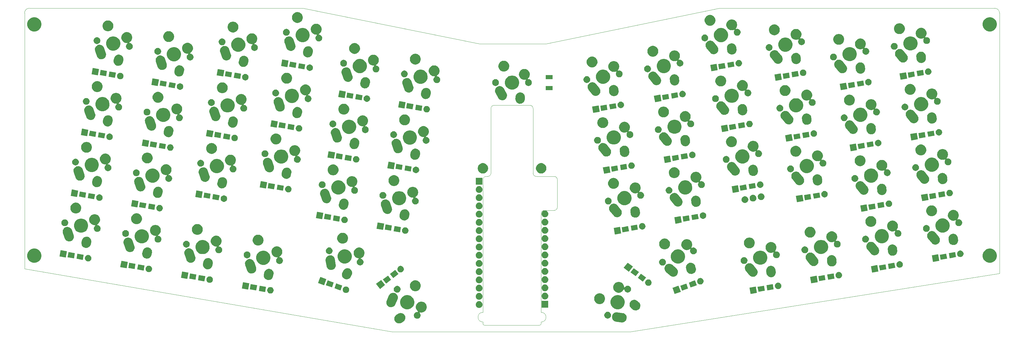
<source format=gbr>
%TF.GenerationSoftware,KiCad,Pcbnew,(5.0.1-3-g963ef8bb5)*%
%TF.CreationDate,2018-12-29T10:02:52-08:00*%
%TF.ProjectId,Laptreus-v1,4C617074726575732D76312E6B696361,rev?*%
%TF.SameCoordinates,Original*%
%TF.FileFunction,Soldermask,Bot*%
%TF.FilePolarity,Negative*%
%FSLAX46Y46*%
G04 Gerber Fmt 4.6, Leading zero omitted, Abs format (unit mm)*
G04 Created by KiCad (PCBNEW (5.0.1-3-g963ef8bb5)) date Saturday, December 29, 2018 at 10:02:52 AM*
%MOMM*%
%LPD*%
G01*
G04 APERTURE LIST*
%ADD10C,0.100000*%
G04 APERTURE END LIST*
D10*
X240770059Y-150470119D02*
X240770059Y-150970119D01*
X240770062Y-146970117D02*
X240770060Y-147470118D01*
X240770067Y-147470119D02*
G75*
G02X240770059Y-150470119I-4J-1500000D01*
G01*
X222770064Y-150470119D02*
X222770064Y-150970119D01*
X222770065Y-150470114D02*
G75*
G02X222770059Y-147470118I-3J1499998D01*
G01*
X237270063Y-83470115D02*
G75*
G02X238270062Y-84470118I-2J-1000001D01*
G01*
X225270061Y-84470119D02*
G75*
G02X226270062Y-83470116I1000002J1D01*
G01*
X226270062Y-83470116D02*
X237270063Y-83470117D01*
X268270063Y-153470119D02*
X382270062Y-135470116D01*
X194770063Y-153470117D02*
X239270063Y-153470116D01*
X240770060Y-150970118D02*
G75*
G02X240270061Y-151470119I-500000J-1D01*
G01*
X223270064Y-151470119D02*
G75*
G02X222770064Y-150970119I0J500000D01*
G01*
X245770062Y-114970120D02*
G75*
G02X244770061Y-115970119I-1000000J1D01*
G01*
X223270064Y-151470117D02*
X240270061Y-151470119D01*
X244770061Y-105470118D02*
G75*
G02X245770060Y-106470119I-1J-1000000D01*
G01*
X380770063Y-53470116D02*
G75*
G02X382270060Y-54970119I-3J-1500000D01*
G01*
X81270064Y-54970119D02*
G75*
G02X82770060Y-53470119I1499998J2D01*
G01*
X225270060Y-104470118D02*
G75*
G02X224270060Y-105470118I-1000000J0D01*
G01*
X223770061Y-105470118D02*
X224270060Y-105470118D01*
X222770064Y-106470119D02*
G75*
G02X223770061Y-105470118I999999J2D01*
G01*
X240770059Y-116970114D02*
G75*
G02X241770063Y-115970118I1000000J-4D01*
G01*
X225270063Y-104470118D02*
X225270059Y-84470117D01*
X239270063Y-105470116D02*
G75*
G02X238270061Y-104470118I-2J1000000D01*
G01*
X238270061Y-104470118D02*
X238270062Y-84470117D01*
X244770060Y-105470119D02*
X239270064Y-105470119D01*
X241770063Y-115970118D02*
X244770061Y-115970119D01*
X240770060Y-116970118D02*
X240770062Y-146970117D01*
X82770060Y-53470119D02*
X167270060Y-53470120D01*
X242270062Y-64470119D02*
X295770061Y-53470120D01*
X221770061Y-64470116D02*
X242270062Y-64470119D01*
X167270060Y-53470120D02*
X221770061Y-64470116D01*
X239270063Y-153470116D02*
X268270063Y-153470119D01*
X245770060Y-106470119D02*
X245770063Y-114970117D01*
X222770059Y-147470118D02*
X222770064Y-106470119D01*
X81270064Y-133970119D02*
X194770063Y-153470117D01*
X295770061Y-53470120D02*
X380770061Y-53470118D01*
X81270062Y-54970118D02*
X81270064Y-133970119D01*
X382270060Y-54970119D02*
X382270062Y-135470116D01*
G36*
X197681044Y-147691352D02*
X197681047Y-147691353D01*
X197954148Y-147774977D01*
X197954151Y-147774979D01*
X197954152Y-147774979D01*
X198205697Y-147910280D01*
X198426013Y-148092055D01*
X198426016Y-148092059D01*
X198606633Y-148313318D01*
X198606634Y-148313320D01*
X198740617Y-148565570D01*
X198740617Y-148565571D01*
X198805951Y-148782993D01*
X198822814Y-148839113D01*
X198850066Y-149123433D01*
X198821326Y-149407609D01*
X198821325Y-149407612D01*
X198821325Y-149407613D01*
X198753873Y-149627899D01*
X198737699Y-149680717D01*
X198602398Y-149932261D01*
X198602396Y-149932264D01*
X198550932Y-149994639D01*
X198420623Y-150152578D01*
X198254801Y-150287940D01*
X198209516Y-150318027D01*
X197653059Y-150687738D01*
X197527028Y-150754679D01*
X197464014Y-150788149D01*
X197190472Y-150870346D01*
X196906152Y-150897599D01*
X196621976Y-150868859D01*
X196462901Y-150820149D01*
X196348872Y-150785233D01*
X196167614Y-150687738D01*
X196097323Y-150649930D01*
X196097322Y-150649929D01*
X196097320Y-150649928D01*
X195977491Y-150551061D01*
X195877006Y-150468155D01*
X195786696Y-150357523D01*
X195696387Y-150246892D01*
X195626709Y-150115709D01*
X195562403Y-149994640D01*
X195480206Y-149721098D01*
X195452953Y-149436778D01*
X195481693Y-149152602D01*
X195561343Y-148892484D01*
X195565319Y-148879498D01*
X195617228Y-148782991D01*
X195700622Y-148627949D01*
X195882397Y-148407632D01*
X196048219Y-148272270D01*
X196385910Y-148047908D01*
X196649961Y-147872472D01*
X196839006Y-147772061D01*
X197112545Y-147689864D01*
X197154878Y-147685806D01*
X197396868Y-147662611D01*
X197681044Y-147691352D01*
X197681044Y-147691352D01*
G37*
G36*
X264082054Y-147442228D02*
X264224590Y-147449137D01*
X265262292Y-147602371D01*
X266017590Y-147713903D01*
X266017593Y-147713904D01*
X266017595Y-147713904D01*
X266225270Y-147765779D01*
X266483552Y-147887731D01*
X266713079Y-148057727D01*
X266713080Y-148057728D01*
X266905031Y-148269235D01*
X267052033Y-148514130D01*
X267148432Y-148782991D01*
X267190527Y-149065500D01*
X267176700Y-149350784D01*
X267176699Y-149350788D01*
X267107479Y-149627899D01*
X266985528Y-149886181D01*
X266905199Y-149994640D01*
X266815531Y-150115709D01*
X266604024Y-150307660D01*
X266586753Y-150318027D01*
X266359131Y-150454662D01*
X266224699Y-150502861D01*
X266090267Y-150551061D01*
X265996097Y-150565093D01*
X265807760Y-150593157D01*
X265807758Y-150593157D01*
X265736492Y-150589702D01*
X265593955Y-150582793D01*
X264351408Y-150399310D01*
X263800956Y-150318027D01*
X263800953Y-150318026D01*
X263800951Y-150318026D01*
X263593276Y-150266151D01*
X263334994Y-150144199D01*
X263105467Y-149974203D01*
X263067403Y-149932261D01*
X262913515Y-149762695D01*
X262864303Y-149680712D01*
X262766513Y-149517802D01*
X262718314Y-149383370D01*
X262670114Y-149248939D01*
X262636525Y-149023521D01*
X262628018Y-148966431D01*
X262633587Y-148851544D01*
X262641846Y-148681146D01*
X262655135Y-148627946D01*
X262711066Y-148404031D01*
X262833018Y-148145749D01*
X263003014Y-147916222D01*
X263023357Y-147897760D01*
X263214522Y-147724270D01*
X263317240Y-147662612D01*
X263459415Y-147577268D01*
X263593848Y-147529068D01*
X263728278Y-147480869D01*
X263869533Y-147459821D01*
X264010786Y-147438773D01*
X264010788Y-147438773D01*
X264082054Y-147442228D01*
X264082054Y-147442228D01*
G37*
G36*
X203997968Y-144182401D02*
X204240673Y-144230678D01*
X204545503Y-144356943D01*
X204819844Y-144540251D01*
X205053151Y-144773558D01*
X205236459Y-145047899D01*
X205362724Y-145352729D01*
X205427093Y-145676336D01*
X205427093Y-146006282D01*
X205362724Y-146329889D01*
X205236459Y-146634719D01*
X205053151Y-146909060D01*
X204819844Y-147142367D01*
X204545503Y-147325675D01*
X204240673Y-147451940D01*
X204064986Y-147486886D01*
X203917067Y-147516309D01*
X203587119Y-147516309D01*
X203403438Y-147479773D01*
X203379052Y-147477371D01*
X203354665Y-147479773D01*
X203331216Y-147486886D01*
X203309605Y-147498437D01*
X203290663Y-147513983D01*
X203275118Y-147532925D01*
X203263567Y-147554536D01*
X203256454Y-147577985D01*
X203254052Y-147602371D01*
X203256454Y-147626758D01*
X203263567Y-147650207D01*
X203275118Y-147671818D01*
X203290664Y-147690759D01*
X203325691Y-147725786D01*
X203440600Y-147897760D01*
X203519752Y-148088848D01*
X203560102Y-148291706D01*
X203560102Y-148498538D01*
X203519752Y-148701396D01*
X203440600Y-148892484D01*
X203325691Y-149064458D01*
X203179438Y-149210711D01*
X203007464Y-149325620D01*
X202816376Y-149404772D01*
X202635990Y-149440652D01*
X202613519Y-149445122D01*
X202406685Y-149445122D01*
X202384214Y-149440652D01*
X202203828Y-149404772D01*
X202012740Y-149325620D01*
X201840766Y-149210711D01*
X201694513Y-149064458D01*
X201579604Y-148892484D01*
X201500452Y-148701396D01*
X201460102Y-148498538D01*
X201460102Y-148291706D01*
X201500452Y-148088848D01*
X201579604Y-147897760D01*
X201694513Y-147725786D01*
X201840766Y-147579533D01*
X202012740Y-147464624D01*
X202203828Y-147385472D01*
X202384214Y-147349592D01*
X202406685Y-147345122D01*
X202585322Y-147345122D01*
X202609708Y-147342720D01*
X202633157Y-147335607D01*
X202654768Y-147324056D01*
X202673710Y-147308510D01*
X202689256Y-147289568D01*
X202700807Y-147267957D01*
X202707920Y-147244508D01*
X202710322Y-147220122D01*
X202707920Y-147195736D01*
X202700807Y-147172287D01*
X202689256Y-147150676D01*
X202673715Y-147131740D01*
X202451035Y-146909060D01*
X202267727Y-146634719D01*
X202141462Y-146329889D01*
X202077093Y-146006282D01*
X202077093Y-145676336D01*
X202141462Y-145352729D01*
X202267727Y-145047899D01*
X202451035Y-144773558D01*
X202684342Y-144540251D01*
X202958683Y-144356943D01*
X203263513Y-144230678D01*
X203506218Y-144182401D01*
X203587119Y-144166309D01*
X203917067Y-144166309D01*
X203997968Y-144182401D01*
X203997968Y-144182401D01*
G37*
G36*
X261420507Y-147308510D02*
X261601606Y-147344532D01*
X261792694Y-147423684D01*
X261964668Y-147538593D01*
X262110921Y-147684846D01*
X262225830Y-147856820D01*
X262304982Y-148047908D01*
X262345332Y-148250766D01*
X262345332Y-148457598D01*
X262304982Y-148660456D01*
X262225830Y-148851544D01*
X262110921Y-149023518D01*
X261964668Y-149169771D01*
X261792694Y-149284680D01*
X261601606Y-149363832D01*
X261421220Y-149399712D01*
X261398749Y-149404182D01*
X261191915Y-149404182D01*
X261169444Y-149399712D01*
X260989058Y-149363832D01*
X260797970Y-149284680D01*
X260625996Y-149169771D01*
X260479743Y-149023518D01*
X260364834Y-148851544D01*
X260285682Y-148660456D01*
X260245332Y-148457598D01*
X260245332Y-148250766D01*
X260285682Y-148047908D01*
X260364834Y-147856820D01*
X260479743Y-147684846D01*
X260625996Y-147538593D01*
X260797970Y-147423684D01*
X260989058Y-147344532D01*
X261170157Y-147308510D01*
X261191915Y-147304182D01*
X261398749Y-147304182D01*
X261420507Y-147308510D01*
X261420507Y-147308510D01*
G37*
G36*
X269698508Y-143604838D02*
X269976500Y-143670425D01*
X270236356Y-143788984D01*
X270323190Y-143851553D01*
X270410021Y-143914120D01*
X270552768Y-144039968D01*
X270951941Y-144391886D01*
X271097858Y-144548500D01*
X271180552Y-144682262D01*
X271248052Y-144791447D01*
X271347964Y-145059028D01*
X271383195Y-145275953D01*
X271393752Y-145340957D01*
X271383660Y-145626404D01*
X271318073Y-145904395D01*
X271199514Y-146164252D01*
X271132723Y-146256945D01*
X271032539Y-146395982D01*
X271032536Y-146395984D01*
X271032536Y-146395985D01*
X270823558Y-146590690D01*
X270580611Y-146740884D01*
X270580608Y-146740885D01*
X270313030Y-146840796D01*
X270031102Y-146886584D01*
X270031100Y-146886584D01*
X269745653Y-146876492D01*
X269467662Y-146810905D01*
X269207806Y-146692346D01*
X269066726Y-146590689D01*
X269034141Y-146567210D01*
X268691100Y-146264779D01*
X268492221Y-146089444D01*
X268470416Y-146066041D01*
X268346305Y-145932832D01*
X268196110Y-145689883D01*
X268096198Y-145422302D01*
X268050410Y-145140374D01*
X268053679Y-145047899D01*
X268060502Y-144854926D01*
X268126089Y-144576934D01*
X268244648Y-144317078D01*
X268411626Y-144085345D01*
X268460330Y-144039967D01*
X268620602Y-143890641D01*
X268863551Y-143740446D01*
X269131132Y-143640534D01*
X269413060Y-143594746D01*
X269413062Y-143594746D01*
X269698508Y-143604838D01*
X269698508Y-143604838D01*
G37*
G36*
X200056417Y-142258960D02*
X200056419Y-142258961D01*
X200056420Y-142258961D01*
X200454991Y-142424054D01*
X200752424Y-142622793D01*
X200813698Y-142663735D01*
X201118746Y-142968783D01*
X201118748Y-142968786D01*
X201358427Y-143327490D01*
X201488094Y-143640535D01*
X201523521Y-143726064D01*
X201607684Y-144149181D01*
X201607684Y-144580593D01*
X201531664Y-144962773D01*
X201523520Y-145003713D01*
X201358427Y-145402284D01*
X201208674Y-145626404D01*
X201118746Y-145760991D01*
X200813698Y-146066039D01*
X200813695Y-146066041D01*
X200454991Y-146305720D01*
X200056420Y-146470813D01*
X200056419Y-146470813D01*
X200056417Y-146470814D01*
X199633300Y-146554977D01*
X199201888Y-146554977D01*
X198778771Y-146470814D01*
X198778769Y-146470813D01*
X198778768Y-146470813D01*
X198380197Y-146305720D01*
X198021493Y-146066041D01*
X198021490Y-146066039D01*
X197716442Y-145760991D01*
X197626514Y-145626404D01*
X197476761Y-145402284D01*
X197311668Y-145003713D01*
X197303525Y-144962773D01*
X197227504Y-144580593D01*
X197227504Y-144149181D01*
X197311667Y-143726064D01*
X197347094Y-143640535D01*
X197476761Y-143327490D01*
X197716440Y-142968786D01*
X197716442Y-142968783D01*
X198021490Y-142663735D01*
X198082764Y-142622793D01*
X198380197Y-142424054D01*
X198778768Y-142258961D01*
X198778769Y-142258961D01*
X198778771Y-142258960D01*
X199201888Y-142174797D01*
X199633300Y-142174797D01*
X200056417Y-142258960D01*
X200056417Y-142258960D01*
G37*
G36*
X265026663Y-142218020D02*
X265026665Y-142218021D01*
X265026666Y-142218021D01*
X265425237Y-142383114D01*
X265782322Y-142621711D01*
X265783944Y-142622795D01*
X266088992Y-142927843D01*
X266088994Y-142927846D01*
X266328673Y-143286550D01*
X266493766Y-143685121D01*
X266493767Y-143685124D01*
X266577930Y-144108241D01*
X266577930Y-144539653D01*
X266494943Y-144956859D01*
X266493766Y-144962773D01*
X266328673Y-145361344D01*
X266109150Y-145689883D01*
X266088992Y-145720051D01*
X265783944Y-146025099D01*
X265783941Y-146025101D01*
X265425237Y-146264780D01*
X265026666Y-146429873D01*
X265026665Y-146429873D01*
X265026663Y-146429874D01*
X264603546Y-146514037D01*
X264172134Y-146514037D01*
X263749017Y-146429874D01*
X263749015Y-146429873D01*
X263749014Y-146429873D01*
X263350443Y-146264780D01*
X262991739Y-146025101D01*
X262991736Y-146025099D01*
X262686688Y-145720051D01*
X262666530Y-145689883D01*
X262447007Y-145361344D01*
X262281914Y-144962773D01*
X262280738Y-144956859D01*
X262197750Y-144539653D01*
X262197750Y-144108241D01*
X262281913Y-143685124D01*
X262281914Y-143685121D01*
X262447007Y-143286550D01*
X262686686Y-142927846D01*
X262686688Y-142927843D01*
X262991736Y-142622795D01*
X262993358Y-142621711D01*
X263350443Y-142383114D01*
X263749014Y-142218021D01*
X263749015Y-142218021D01*
X263749017Y-142218020D01*
X264172134Y-142133857D01*
X264603546Y-142133857D01*
X265026663Y-142218020D01*
X265026663Y-142218020D01*
G37*
G36*
X221738768Y-144027716D02*
X221815897Y-144035312D01*
X221947848Y-144075339D01*
X222013824Y-144095352D01*
X222196233Y-144192852D01*
X222356115Y-144324065D01*
X222487328Y-144483947D01*
X222584828Y-144666356D01*
X222584828Y-144666357D01*
X222644868Y-144864283D01*
X222665141Y-145070119D01*
X222644868Y-145275955D01*
X222606547Y-145402284D01*
X222584828Y-145473882D01*
X222487328Y-145656291D01*
X222356115Y-145816173D01*
X222196233Y-145947386D01*
X222013824Y-146044886D01*
X221947848Y-146064899D01*
X221815897Y-146104926D01*
X221738768Y-146112523D01*
X221661641Y-146120119D01*
X221558481Y-146120119D01*
X221481354Y-146112523D01*
X221404225Y-146104926D01*
X221272274Y-146064899D01*
X221206298Y-146044886D01*
X221023889Y-145947386D01*
X220864007Y-145816173D01*
X220732794Y-145656291D01*
X220635294Y-145473882D01*
X220613575Y-145402284D01*
X220575254Y-145275955D01*
X220554981Y-145070119D01*
X220575254Y-144864283D01*
X220635294Y-144666357D01*
X220635294Y-144666356D01*
X220732794Y-144483947D01*
X220864007Y-144324065D01*
X221023889Y-144192852D01*
X221206298Y-144095352D01*
X221272274Y-144075339D01*
X221404225Y-144035312D01*
X221481354Y-144027716D01*
X221558481Y-144020119D01*
X221661641Y-144020119D01*
X221738768Y-144027716D01*
X221738768Y-144027716D01*
G37*
G36*
X242980060Y-146020119D02*
X240880060Y-146020119D01*
X240880060Y-143920119D01*
X242980060Y-143920119D01*
X242980060Y-146020119D01*
X242980060Y-146020119D01*
G37*
G36*
X195344234Y-141458373D02*
X195388773Y-141463467D01*
X195660763Y-141550662D01*
X195910516Y-141689245D01*
X196128434Y-141873889D01*
X196306142Y-142097498D01*
X196436811Y-142351481D01*
X196515421Y-142626076D01*
X196520427Y-142686647D01*
X196538949Y-142910730D01*
X196526875Y-143016290D01*
X196506492Y-143194504D01*
X196441145Y-143398342D01*
X196441143Y-143398348D01*
X195721338Y-145061720D01*
X195677695Y-145140372D01*
X195617477Y-145248897D01*
X195594550Y-145275955D01*
X195432832Y-145466816D01*
X195241766Y-145618660D01*
X195209224Y-145644522D01*
X195127802Y-145686412D01*
X194955243Y-145775191D01*
X194817944Y-145814496D01*
X194680646Y-145853801D01*
X194395994Y-145877329D01*
X194395992Y-145877329D01*
X194282484Y-145864346D01*
X194112219Y-145844872D01*
X193850569Y-145760991D01*
X193840228Y-145757676D01*
X193693638Y-145676336D01*
X193590475Y-145619093D01*
X193470727Y-145517629D01*
X193372556Y-145434448D01*
X193194851Y-145210841D01*
X193064181Y-144956859D01*
X193011706Y-144773556D01*
X192985571Y-144682262D01*
X192962043Y-144397610D01*
X192962698Y-144391886D01*
X192981136Y-144230678D01*
X192994500Y-144113835D01*
X193058525Y-143914122D01*
X193059849Y-143909991D01*
X193779654Y-142246619D01*
X193817283Y-142178804D01*
X193883514Y-142059442D01*
X194068159Y-141841524D01*
X194291768Y-141663816D01*
X194291767Y-141663816D01*
X194291769Y-141663815D01*
X194545748Y-141533148D01*
X194545750Y-141533147D01*
X194820345Y-141454537D01*
X194986201Y-141440829D01*
X195105000Y-141431009D01*
X195344234Y-141458373D01*
X195344234Y-141458373D01*
G37*
G36*
X259057225Y-141587649D02*
X259299930Y-141635926D01*
X259604760Y-141762191D01*
X259879101Y-141945499D01*
X260112408Y-142178806D01*
X260295716Y-142453147D01*
X260421981Y-142757977D01*
X260486350Y-143081584D01*
X260486350Y-143411530D01*
X260421981Y-143735137D01*
X260295716Y-144039967D01*
X260112408Y-144314308D01*
X259879101Y-144547615D01*
X259604760Y-144730923D01*
X259299930Y-144857188D01*
X259057225Y-144905465D01*
X258976324Y-144921557D01*
X258646376Y-144921557D01*
X258565475Y-144905465D01*
X258322770Y-144857188D01*
X258017940Y-144730923D01*
X257743599Y-144547615D01*
X257510292Y-144314308D01*
X257326984Y-144039967D01*
X257200719Y-143735137D01*
X257136350Y-143411530D01*
X257136350Y-143081584D01*
X257200719Y-142757977D01*
X257326984Y-142453147D01*
X257510292Y-142178806D01*
X257743599Y-141945499D01*
X258017940Y-141762191D01*
X258322770Y-141635926D01*
X258565475Y-141587649D01*
X258646376Y-141571557D01*
X258976324Y-141571557D01*
X259057225Y-141587649D01*
X259057225Y-141587649D01*
G37*
G36*
X221738768Y-141487715D02*
X221815897Y-141495312D01*
X221940623Y-141533147D01*
X222013824Y-141555352D01*
X222196233Y-141652852D01*
X222356115Y-141784065D01*
X222487328Y-141943947D01*
X222584828Y-142126356D01*
X222584828Y-142126357D01*
X222644868Y-142324283D01*
X222665141Y-142530119D01*
X222644868Y-142735955D01*
X222615162Y-142833882D01*
X222584828Y-142933882D01*
X222487328Y-143116291D01*
X222356115Y-143276173D01*
X222196233Y-143407386D01*
X222013824Y-143504886D01*
X221947848Y-143524899D01*
X221815897Y-143564926D01*
X221738768Y-143572523D01*
X221661641Y-143580119D01*
X221558481Y-143580119D01*
X221481354Y-143572523D01*
X221404225Y-143564926D01*
X221272274Y-143524899D01*
X221206298Y-143504886D01*
X221023889Y-143407386D01*
X220864007Y-143276173D01*
X220732794Y-143116291D01*
X220635294Y-142933882D01*
X220604960Y-142833882D01*
X220575254Y-142735955D01*
X220554981Y-142530119D01*
X220575254Y-142324283D01*
X220635294Y-142126357D01*
X220635294Y-142126356D01*
X220732794Y-141943947D01*
X220864007Y-141784065D01*
X221023889Y-141652852D01*
X221206298Y-141555352D01*
X221279499Y-141533147D01*
X221404225Y-141495312D01*
X221481354Y-141487715D01*
X221558481Y-141480119D01*
X221661641Y-141480119D01*
X221738768Y-141487715D01*
X221738768Y-141487715D01*
G37*
G36*
X242027663Y-141384652D02*
X242135896Y-141395312D01*
X242253577Y-141431010D01*
X242333823Y-141455352D01*
X242516232Y-141552852D01*
X242676114Y-141684065D01*
X242807327Y-141843947D01*
X242904827Y-142026356D01*
X242904827Y-142026357D01*
X242964867Y-142224283D01*
X242985140Y-142430119D01*
X242964867Y-142635955D01*
X242956440Y-142663735D01*
X242904827Y-142833882D01*
X242807327Y-143016291D01*
X242676114Y-143176173D01*
X242516232Y-143307386D01*
X242333823Y-143404886D01*
X242267847Y-143424899D01*
X242135896Y-143464926D01*
X242058767Y-143472523D01*
X241981640Y-143480119D01*
X241878480Y-143480119D01*
X241801353Y-143472523D01*
X241724224Y-143464926D01*
X241592273Y-143424899D01*
X241526297Y-143404886D01*
X241343888Y-143307386D01*
X241184006Y-143176173D01*
X241052793Y-143016291D01*
X240955293Y-142833882D01*
X240903680Y-142663735D01*
X240895253Y-142635955D01*
X240874980Y-142430119D01*
X240895253Y-142224283D01*
X240955293Y-142026357D01*
X240955293Y-142026356D01*
X241052793Y-141843947D01*
X241184006Y-141684065D01*
X241343888Y-141552852D01*
X241526297Y-141455352D01*
X241606543Y-141431010D01*
X241724224Y-141395312D01*
X241832457Y-141384652D01*
X241878480Y-141380119D01*
X241981640Y-141380119D01*
X242027663Y-141384652D01*
X242027663Y-141384652D01*
G37*
G36*
X283678183Y-140558316D02*
X283819679Y-140947072D01*
X283878977Y-141109994D01*
X282655365Y-141555352D01*
X281999592Y-141794034D01*
X281999591Y-141794034D01*
X281440979Y-140259260D01*
X281315551Y-139914649D01*
X281315551Y-139914648D01*
X282830602Y-139363215D01*
X283194936Y-139230608D01*
X283194937Y-139230608D01*
X283678183Y-140558316D01*
X283678183Y-140558316D01*
G37*
G36*
X307384463Y-141446453D02*
X305414847Y-141793749D01*
X305067551Y-139824133D01*
X307037167Y-139476837D01*
X307384463Y-141446453D01*
X307384463Y-141446453D01*
G37*
G36*
X157350201Y-139670755D02*
X157466120Y-139693812D01*
X157648109Y-139769194D01*
X157811894Y-139878632D01*
X157951182Y-140017920D01*
X158060620Y-140181705D01*
X158136002Y-140363694D01*
X158155035Y-140459383D01*
X158174431Y-140556890D01*
X158174431Y-140753876D01*
X158171045Y-140770898D01*
X158136002Y-140947072D01*
X158060620Y-141129061D01*
X157951182Y-141292846D01*
X157811894Y-141432134D01*
X157648109Y-141541572D01*
X157466120Y-141616954D01*
X157370740Y-141635926D01*
X157272924Y-141655383D01*
X157075938Y-141655383D01*
X156978122Y-141635926D01*
X156882742Y-141616954D01*
X156700753Y-141541572D01*
X156536968Y-141432134D01*
X156397680Y-141292846D01*
X156288242Y-141129061D01*
X156212860Y-140947072D01*
X156177817Y-140770898D01*
X156174431Y-140753876D01*
X156174431Y-140556890D01*
X156193827Y-140459383D01*
X156212860Y-140363694D01*
X156288242Y-140181705D01*
X156397680Y-140017920D01*
X156536968Y-139878632D01*
X156700753Y-139769194D01*
X156882742Y-139693812D01*
X156998661Y-139670755D01*
X157075938Y-139655383D01*
X157272924Y-139655383D01*
X157350201Y-139670755D01*
X157350201Y-139670755D01*
G37*
G36*
X180685592Y-139494584D02*
X180801511Y-139517641D01*
X180983500Y-139593023D01*
X181147285Y-139702461D01*
X181286573Y-139841749D01*
X181396011Y-140005534D01*
X181471393Y-140187523D01*
X181485662Y-140259260D01*
X181509822Y-140380719D01*
X181509822Y-140577705D01*
X181505390Y-140599984D01*
X181471393Y-140770901D01*
X181396011Y-140952890D01*
X181286573Y-141116675D01*
X181147285Y-141255963D01*
X180983500Y-141365401D01*
X180801511Y-141440783D01*
X180687469Y-141463467D01*
X180608315Y-141479212D01*
X180411329Y-141479212D01*
X180332175Y-141463467D01*
X180218133Y-141440783D01*
X180036144Y-141365401D01*
X179872359Y-141255963D01*
X179733071Y-141116675D01*
X179623633Y-140952890D01*
X179548251Y-140770901D01*
X179514254Y-140599984D01*
X179509822Y-140577705D01*
X179509822Y-140380719D01*
X179533982Y-140259260D01*
X179548251Y-140187523D01*
X179623633Y-140005534D01*
X179733071Y-139841749D01*
X179872359Y-139702461D01*
X180036144Y-139593023D01*
X180218133Y-139517641D01*
X180334052Y-139494584D01*
X180411329Y-139479212D01*
X180608315Y-139479212D01*
X180685592Y-139494584D01*
X180685592Y-139494584D01*
G37*
G36*
X264937979Y-138096109D02*
X265180684Y-138144386D01*
X265485514Y-138270651D01*
X265759855Y-138453959D01*
X265993162Y-138687266D01*
X266176470Y-138961607D01*
X266302735Y-139266437D01*
X266351012Y-139509142D01*
X266367104Y-139590043D01*
X266367104Y-139657780D01*
X266369506Y-139682166D01*
X266376619Y-139705615D01*
X266388170Y-139727226D01*
X266403716Y-139746168D01*
X266422658Y-139761714D01*
X266444269Y-139773265D01*
X266467718Y-139780378D01*
X266492104Y-139782780D01*
X266516490Y-139780378D01*
X266539939Y-139773265D01*
X266561550Y-139761714D01*
X266580492Y-139746168D01*
X266596033Y-139727232D01*
X266664759Y-139624376D01*
X266811012Y-139478123D01*
X266982986Y-139363214D01*
X267174074Y-139284062D01*
X267357707Y-139247536D01*
X267376931Y-139243712D01*
X267583765Y-139243712D01*
X267602989Y-139247536D01*
X267786622Y-139284062D01*
X267977710Y-139363214D01*
X268149684Y-139478123D01*
X268295937Y-139624376D01*
X268410846Y-139796350D01*
X268489998Y-139987438D01*
X268525719Y-140167026D01*
X268529797Y-140187523D01*
X268530348Y-140190296D01*
X268530348Y-140397128D01*
X268489998Y-140599986D01*
X268410846Y-140791074D01*
X268295937Y-140963048D01*
X268149684Y-141109301D01*
X267977710Y-141224210D01*
X267786622Y-141303362D01*
X267606236Y-141339242D01*
X267583765Y-141343712D01*
X267376931Y-141343712D01*
X267354460Y-141339242D01*
X267174074Y-141303362D01*
X266982986Y-141224210D01*
X266811012Y-141109301D01*
X266664759Y-140963048D01*
X266549850Y-140791074D01*
X266470698Y-140599986D01*
X266448705Y-140489419D01*
X266441593Y-140465972D01*
X266430041Y-140444361D01*
X266414496Y-140425419D01*
X266395554Y-140409874D01*
X266373943Y-140398323D01*
X266350494Y-140391210D01*
X266326107Y-140388808D01*
X266301721Y-140391210D01*
X266278272Y-140398323D01*
X266256661Y-140409875D01*
X266237719Y-140425420D01*
X266222174Y-140444362D01*
X266210626Y-140465968D01*
X266176470Y-140548427D01*
X265993162Y-140822768D01*
X265759855Y-141056075D01*
X265485514Y-141239383D01*
X265180684Y-141365648D01*
X264937979Y-141413925D01*
X264857078Y-141430017D01*
X264527130Y-141430017D01*
X264446229Y-141413925D01*
X264203524Y-141365648D01*
X263898694Y-141239383D01*
X263624353Y-141056075D01*
X263391046Y-140822768D01*
X263207738Y-140548427D01*
X263081473Y-140243597D01*
X263017104Y-139919990D01*
X263017104Y-139590044D01*
X263017715Y-139586974D01*
X263033196Y-139509142D01*
X263081473Y-139266437D01*
X263207738Y-138961607D01*
X263391046Y-138687266D01*
X263624353Y-138453959D01*
X263898694Y-138270651D01*
X264203524Y-138144386D01*
X264446229Y-138096109D01*
X264527130Y-138080017D01*
X264857078Y-138080017D01*
X264937979Y-138096109D01*
X264937979Y-138096109D01*
G37*
G36*
X196450974Y-139289122D02*
X196631360Y-139325002D01*
X196822448Y-139404154D01*
X196994422Y-139519063D01*
X197140675Y-139665316D01*
X197255584Y-139837290D01*
X197334736Y-140028378D01*
X197375086Y-140231236D01*
X197375086Y-140438068D01*
X197334736Y-140640926D01*
X197255584Y-140832014D01*
X197140675Y-141003988D01*
X196994422Y-141150241D01*
X196822448Y-141265150D01*
X196631360Y-141344302D01*
X196451291Y-141380119D01*
X196428503Y-141384652D01*
X196221669Y-141384652D01*
X196198881Y-141380119D01*
X196018812Y-141344302D01*
X195827724Y-141265150D01*
X195655750Y-141150241D01*
X195509497Y-141003988D01*
X195394588Y-140832014D01*
X195315436Y-140640926D01*
X195275086Y-140438068D01*
X195275086Y-140231236D01*
X195315436Y-140028378D01*
X195394588Y-139837290D01*
X195509497Y-139665316D01*
X195655750Y-139519063D01*
X195827724Y-139404154D01*
X196018812Y-139325002D01*
X196199198Y-139289122D01*
X196221669Y-139284652D01*
X196428503Y-139284652D01*
X196450974Y-139289122D01*
X196450974Y-139289122D01*
G37*
G36*
X155836138Y-139607064D02*
X155558301Y-141182756D01*
X153588686Y-140835460D01*
X153866523Y-139259768D01*
X155836138Y-139607064D01*
X155836138Y-139607064D01*
G37*
G36*
X309811752Y-140815370D02*
X307842137Y-141162666D01*
X307564300Y-139586974D01*
X309533915Y-139239678D01*
X309811752Y-140815370D01*
X309811752Y-140815370D01*
G37*
G36*
X221738768Y-138947715D02*
X221815897Y-138955312D01*
X221947848Y-138995339D01*
X222013824Y-139015352D01*
X222196233Y-139112852D01*
X222356115Y-139244065D01*
X222487328Y-139403947D01*
X222584828Y-139586356D01*
X222596360Y-139624373D01*
X222644868Y-139784283D01*
X222665141Y-139990119D01*
X222644868Y-140195955D01*
X222604841Y-140327906D01*
X222584828Y-140393882D01*
X222487328Y-140576291D01*
X222356115Y-140736173D01*
X222196233Y-140867386D01*
X222013824Y-140964886D01*
X221947848Y-140984899D01*
X221815897Y-141024926D01*
X221738768Y-141032523D01*
X221661641Y-141040119D01*
X221558481Y-141040119D01*
X221481354Y-141032523D01*
X221404225Y-141024926D01*
X221272274Y-140984899D01*
X221206298Y-140964886D01*
X221023889Y-140867386D01*
X220864007Y-140736173D01*
X220732794Y-140576291D01*
X220635294Y-140393882D01*
X220615281Y-140327906D01*
X220575254Y-140195955D01*
X220554981Y-139990119D01*
X220575254Y-139784283D01*
X220623762Y-139624373D01*
X220635294Y-139586356D01*
X220732794Y-139403947D01*
X220864007Y-139244065D01*
X221023889Y-139112852D01*
X221206298Y-139015352D01*
X221272274Y-138995339D01*
X221404225Y-138955312D01*
X221481354Y-138947715D01*
X221558481Y-138940119D01*
X221661641Y-138940119D01*
X221738768Y-138947715D01*
X221738768Y-138947715D01*
G37*
G36*
X242058767Y-138847715D02*
X242135896Y-138855312D01*
X242267847Y-138895339D01*
X242333823Y-138915352D01*
X242516232Y-139012852D01*
X242676114Y-139144065D01*
X242807327Y-139303947D01*
X242904827Y-139486356D01*
X242904827Y-139486357D01*
X242964867Y-139684283D01*
X242985140Y-139890119D01*
X242964867Y-140095955D01*
X242959973Y-140112087D01*
X242904827Y-140293882D01*
X242807327Y-140476291D01*
X242676114Y-140636173D01*
X242516232Y-140767386D01*
X242333823Y-140864886D01*
X242325581Y-140867386D01*
X242135896Y-140924926D01*
X242061422Y-140932261D01*
X241981640Y-140940119D01*
X241878480Y-140940119D01*
X241798698Y-140932261D01*
X241724224Y-140924926D01*
X241534539Y-140867386D01*
X241526297Y-140864886D01*
X241343888Y-140767386D01*
X241184006Y-140636173D01*
X241052793Y-140476291D01*
X240955293Y-140293882D01*
X240900147Y-140112087D01*
X240895253Y-140095955D01*
X240874980Y-139890119D01*
X240895253Y-139684283D01*
X240955293Y-139486357D01*
X240955293Y-139486356D01*
X241052793Y-139303947D01*
X241184006Y-139144065D01*
X241343888Y-139012852D01*
X241526297Y-138915352D01*
X241592273Y-138895339D01*
X241724224Y-138855312D01*
X241801353Y-138847715D01*
X241878480Y-138840119D01*
X241981640Y-138840119D01*
X242058767Y-138847715D01*
X242058767Y-138847715D01*
G37*
G36*
X202147450Y-137598353D02*
X202390155Y-137646630D01*
X202694985Y-137772895D01*
X202969326Y-137956203D01*
X203202633Y-138189510D01*
X203385941Y-138463851D01*
X203512206Y-138768681D01*
X203541380Y-138915352D01*
X203576575Y-139092287D01*
X203576575Y-139422235D01*
X203563820Y-139486356D01*
X203512206Y-139745841D01*
X203385941Y-140050671D01*
X203202633Y-140325012D01*
X202969326Y-140558319D01*
X202694985Y-140741627D01*
X202390155Y-140867892D01*
X202147450Y-140916169D01*
X202066549Y-140932261D01*
X201736601Y-140932261D01*
X201655700Y-140916169D01*
X201412995Y-140867892D01*
X201108165Y-140741627D01*
X200833824Y-140558319D01*
X200600517Y-140325012D01*
X200417209Y-140050671D01*
X200290944Y-139745841D01*
X200239330Y-139486356D01*
X200226575Y-139422235D01*
X200226575Y-139092287D01*
X200261770Y-138915352D01*
X200290944Y-138768681D01*
X200417209Y-138463851D01*
X200600517Y-138189510D01*
X200833824Y-137956203D01*
X201108165Y-137772895D01*
X201412995Y-137646630D01*
X201655700Y-137598353D01*
X201736601Y-137582261D01*
X202066549Y-137582261D01*
X202147450Y-137598353D01*
X202147450Y-137598353D01*
G37*
G36*
X286159804Y-140067004D02*
X285384350Y-140349246D01*
X284280419Y-140751044D01*
X284280418Y-140751044D01*
X283733186Y-139247536D01*
X284852556Y-138840119D01*
X285612571Y-138563496D01*
X285612572Y-138563496D01*
X286159804Y-140067004D01*
X286159804Y-140067004D01*
G37*
G36*
X178254948Y-138807162D02*
X179373900Y-139214427D01*
X178826668Y-140717935D01*
X178826667Y-140717935D01*
X177853398Y-140363694D01*
X176947282Y-140033895D01*
X177494514Y-138530387D01*
X177494515Y-138530387D01*
X178254948Y-138807162D01*
X178254948Y-138807162D01*
G37*
G36*
X153078676Y-139120850D02*
X152800839Y-140696542D01*
X150831224Y-140349246D01*
X151109061Y-138773554D01*
X153078676Y-139120850D01*
X153078676Y-139120850D01*
G37*
G36*
X312569214Y-140329156D02*
X310599599Y-140676452D01*
X310321762Y-139100760D01*
X312291377Y-138753464D01*
X312569214Y-140329156D01*
X312569214Y-140329156D01*
G37*
G36*
X150651387Y-138489767D02*
X150304091Y-140459383D01*
X148334475Y-140112087D01*
X148681771Y-138142471D01*
X150651387Y-138489767D01*
X150651387Y-138489767D01*
G37*
G36*
X314083277Y-138296209D02*
X314199196Y-138319266D01*
X314381185Y-138394648D01*
X314544970Y-138504086D01*
X314684258Y-138643374D01*
X314793696Y-138807159D01*
X314869078Y-138989148D01*
X314886401Y-139076239D01*
X314907507Y-139182344D01*
X314907507Y-139379330D01*
X314892135Y-139456607D01*
X314869078Y-139572526D01*
X314793696Y-139754515D01*
X314684258Y-139918300D01*
X314544970Y-140057588D01*
X314381185Y-140167026D01*
X314199196Y-140242408D01*
X314083277Y-140265465D01*
X314006000Y-140280837D01*
X313809014Y-140280837D01*
X313731737Y-140265465D01*
X313615818Y-140242408D01*
X313433829Y-140167026D01*
X313270044Y-140057588D01*
X313130756Y-139918300D01*
X313021318Y-139754515D01*
X312945936Y-139572526D01*
X312922879Y-139456607D01*
X312907507Y-139379330D01*
X312907507Y-139182344D01*
X312928613Y-139076239D01*
X312945936Y-138989148D01*
X313021318Y-138807159D01*
X313130756Y-138643374D01*
X313270044Y-138504086D01*
X313433829Y-138394648D01*
X313615818Y-138319266D01*
X313731737Y-138296209D01*
X313809014Y-138280837D01*
X314006000Y-138280837D01*
X314083277Y-138296209D01*
X314083277Y-138296209D01*
G37*
G36*
X192593961Y-139041737D02*
X191007254Y-140259260D01*
X189789731Y-138672553D01*
X191376438Y-137455030D01*
X192593961Y-139041737D01*
X192593961Y-139041737D01*
G37*
G36*
X288790944Y-139109348D02*
X287980968Y-139404155D01*
X286911559Y-139793388D01*
X286911558Y-139793388D01*
X286364326Y-138289880D01*
X287335807Y-137936290D01*
X288243711Y-137605840D01*
X288243712Y-137605840D01*
X288790944Y-139109348D01*
X288790944Y-139109348D01*
G37*
G36*
X175693190Y-137874759D02*
X176742760Y-138256771D01*
X176195528Y-139760279D01*
X176195527Y-139760279D01*
X174999616Y-139325003D01*
X174316142Y-139076239D01*
X174863374Y-137572731D01*
X174863375Y-137572731D01*
X175693190Y-137874759D01*
X175693190Y-137874759D01*
G37*
G36*
X274030639Y-137289750D02*
X274146558Y-137312807D01*
X274328547Y-137388189D01*
X274492332Y-137497627D01*
X274631620Y-137636915D01*
X274741058Y-137800700D01*
X274816440Y-137982689D01*
X274839013Y-138096173D01*
X274844576Y-138124137D01*
X274854869Y-138175887D01*
X274854869Y-138372869D01*
X274816440Y-138566067D01*
X274741058Y-138748056D01*
X274631620Y-138911841D01*
X274492332Y-139051129D01*
X274328547Y-139160567D01*
X274146558Y-139235949D01*
X274030639Y-139259006D01*
X273953362Y-139274378D01*
X273756376Y-139274378D01*
X273679099Y-139259006D01*
X273563180Y-139235949D01*
X273381191Y-139160567D01*
X273217406Y-139051129D01*
X273078118Y-138911841D01*
X272968680Y-138748056D01*
X272893298Y-138566067D01*
X272854869Y-138372869D01*
X272854869Y-138175887D01*
X272865163Y-138124137D01*
X272870725Y-138096173D01*
X272893298Y-137982689D01*
X272968680Y-137800700D01*
X273078118Y-137636915D01*
X273217406Y-137497627D01*
X273381191Y-137388189D01*
X273563180Y-137312807D01*
X273679099Y-137289750D01*
X273756376Y-137274378D01*
X273953362Y-137274378D01*
X274030639Y-137289750D01*
X274030639Y-137289750D01*
G37*
G36*
X172922314Y-136653406D02*
X174461933Y-137213781D01*
X174461933Y-137213782D01*
X174376488Y-137448539D01*
X173777893Y-139093167D01*
X173777892Y-139093167D01*
X173276386Y-138910633D01*
X171898507Y-138409127D01*
X171901786Y-138400119D01*
X172100312Y-137854671D01*
X172582547Y-136529741D01*
X172582548Y-136529741D01*
X172922314Y-136653406D01*
X172922314Y-136653406D01*
G37*
G36*
X290102636Y-136859935D02*
X290218555Y-136882992D01*
X290400544Y-136958374D01*
X290564329Y-137067812D01*
X290703617Y-137207100D01*
X290813055Y-137370885D01*
X290888437Y-137552874D01*
X290926866Y-137746072D01*
X290926866Y-137943054D01*
X290888437Y-138136252D01*
X290813055Y-138318241D01*
X290703617Y-138482026D01*
X290564329Y-138621314D01*
X290400544Y-138730752D01*
X290218555Y-138806134D01*
X290102636Y-138829191D01*
X290025359Y-138844563D01*
X289828373Y-138844563D01*
X289751096Y-138829191D01*
X289635177Y-138806134D01*
X289453188Y-138730752D01*
X289289403Y-138621314D01*
X289150115Y-138482026D01*
X289040677Y-138318241D01*
X288965295Y-138136252D01*
X288926866Y-137943054D01*
X288926866Y-137746072D01*
X288965295Y-137552874D01*
X289040677Y-137370885D01*
X289150115Y-137207100D01*
X289289403Y-137067812D01*
X289453188Y-136958374D01*
X289635177Y-136882992D01*
X289751096Y-136859935D01*
X289828373Y-136844563D01*
X290025359Y-136844563D01*
X290102636Y-136859935D01*
X290102636Y-136859935D01*
G37*
G36*
X194455592Y-137361162D02*
X192868885Y-138578685D01*
X191894866Y-137309320D01*
X193481573Y-136091797D01*
X194455592Y-137361162D01*
X194455592Y-137361162D01*
G37*
G36*
X221738768Y-136407716D02*
X221815897Y-136415312D01*
X221918766Y-136446517D01*
X222013824Y-136475352D01*
X222196233Y-136572852D01*
X222356115Y-136704065D01*
X222487328Y-136863947D01*
X222584828Y-137046356D01*
X222604433Y-137110987D01*
X222644868Y-137244283D01*
X222665141Y-137450119D01*
X222644868Y-137655955D01*
X222615162Y-137753882D01*
X222584828Y-137853882D01*
X222487328Y-138036291D01*
X222356115Y-138196173D01*
X222196233Y-138327386D01*
X222013824Y-138424886D01*
X221947848Y-138444899D01*
X221815897Y-138484926D01*
X221738768Y-138492523D01*
X221661641Y-138500119D01*
X221558481Y-138500119D01*
X221481354Y-138492523D01*
X221404225Y-138484926D01*
X221272274Y-138444899D01*
X221206298Y-138424886D01*
X221023889Y-138327386D01*
X220864007Y-138196173D01*
X220732794Y-138036291D01*
X220635294Y-137853882D01*
X220604960Y-137753882D01*
X220575254Y-137655955D01*
X220554981Y-137450119D01*
X220575254Y-137244283D01*
X220615689Y-137110987D01*
X220635294Y-137046356D01*
X220732794Y-136863947D01*
X220864007Y-136704065D01*
X221023889Y-136572852D01*
X221206298Y-136475352D01*
X221301356Y-136446517D01*
X221404225Y-136415312D01*
X221481354Y-136407716D01*
X221558481Y-136400119D01*
X221661641Y-136400119D01*
X221738768Y-136407716D01*
X221738768Y-136407716D01*
G37*
G36*
X326145052Y-138138458D02*
X324175436Y-138485754D01*
X323828140Y-136516138D01*
X325797756Y-136168842D01*
X326145052Y-138138458D01*
X326145052Y-138138458D01*
G37*
G36*
X242058767Y-136307715D02*
X242135896Y-136315312D01*
X242241630Y-136347386D01*
X242333823Y-136375352D01*
X242516232Y-136472852D01*
X242676114Y-136604065D01*
X242807327Y-136763947D01*
X242904827Y-136946356D01*
X242912861Y-136972842D01*
X242964867Y-137144283D01*
X242985140Y-137350119D01*
X242964867Y-137555955D01*
X242940309Y-137636912D01*
X242904827Y-137753882D01*
X242807327Y-137936291D01*
X242676114Y-138096173D01*
X242516232Y-138227386D01*
X242333823Y-138324886D01*
X242325581Y-138327386D01*
X242135896Y-138384926D01*
X242058767Y-138392522D01*
X241981640Y-138400119D01*
X241878480Y-138400119D01*
X241801353Y-138392522D01*
X241724224Y-138384926D01*
X241534539Y-138327386D01*
X241526297Y-138324886D01*
X241343888Y-138227386D01*
X241184006Y-138096173D01*
X241052793Y-137936291D01*
X240955293Y-137753882D01*
X240919811Y-137636912D01*
X240895253Y-137555955D01*
X240874980Y-137350119D01*
X240895253Y-137144283D01*
X240947259Y-136972842D01*
X240955293Y-136946356D01*
X241052793Y-136763947D01*
X241184006Y-136604065D01*
X241343888Y-136472852D01*
X241526297Y-136375352D01*
X241618490Y-136347386D01*
X241724224Y-136315312D01*
X241801353Y-136307715D01*
X241878480Y-136300119D01*
X241981640Y-136300119D01*
X242058767Y-136307715D01*
X242058767Y-136307715D01*
G37*
G36*
X138589615Y-136362758D02*
X138705534Y-136385815D01*
X138887523Y-136461197D01*
X139051308Y-136570635D01*
X139190596Y-136709923D01*
X139300034Y-136873708D01*
X139375416Y-137055697D01*
X139398473Y-137171616D01*
X139413845Y-137248893D01*
X139413845Y-137445879D01*
X139398473Y-137523156D01*
X139375416Y-137639075D01*
X139300034Y-137821064D01*
X139190596Y-137984849D01*
X139051308Y-138124137D01*
X138887523Y-138233575D01*
X138705534Y-138308957D01*
X138589615Y-138332014D01*
X138512338Y-138347386D01*
X138315352Y-138347386D01*
X138238075Y-138332014D01*
X138122156Y-138308957D01*
X137940167Y-138233575D01*
X137776382Y-138124137D01*
X137637094Y-137984849D01*
X137527656Y-137821064D01*
X137452274Y-137639075D01*
X137429217Y-137523156D01*
X137413845Y-137445879D01*
X137413845Y-137248893D01*
X137429217Y-137171616D01*
X137452274Y-137055697D01*
X137527656Y-136873708D01*
X137637094Y-136709923D01*
X137776382Y-136570635D01*
X137940167Y-136461197D01*
X138122156Y-136385815D01*
X138238075Y-136362758D01*
X138315352Y-136347386D01*
X138512338Y-136347386D01*
X138589615Y-136362758D01*
X138589615Y-136362758D01*
G37*
G36*
X273151849Y-136726553D02*
X272177830Y-137995918D01*
X270591123Y-136778395D01*
X271565142Y-135509030D01*
X273151849Y-136726553D01*
X273151849Y-136726553D01*
G37*
G36*
X137075552Y-136299067D02*
X136797715Y-137874759D01*
X134828100Y-137527463D01*
X135105937Y-135951771D01*
X137075552Y-136299067D01*
X137075552Y-136299067D01*
G37*
G36*
X328572341Y-137507375D02*
X326602726Y-137854671D01*
X326324889Y-136278979D01*
X328294504Y-135931683D01*
X328572341Y-137507375D01*
X328572341Y-137507375D01*
G37*
G36*
X156976567Y-134045084D02*
X157057312Y-134056827D01*
X157326511Y-134152288D01*
X157563706Y-134293544D01*
X157571915Y-134298433D01*
X157784092Y-134489645D01*
X157784095Y-134489648D01*
X157944224Y-134704283D01*
X157954889Y-134718578D01*
X158077742Y-134976433D01*
X158112835Y-135114866D01*
X158147928Y-135253296D01*
X158148246Y-135259408D01*
X158162753Y-135538539D01*
X158131945Y-135750366D01*
X157958392Y-136451660D01*
X157902135Y-136610305D01*
X157886850Y-136653408D01*
X157761468Y-136863948D01*
X157740706Y-136898810D01*
X157599318Y-137055700D01*
X157549491Y-137110990D01*
X157330488Y-137274378D01*
X157320561Y-137281784D01*
X157062706Y-137404637D01*
X156970417Y-137428032D01*
X156785844Y-137474823D01*
X156738775Y-137477269D01*
X156500601Y-137489648D01*
X156289727Y-137458978D01*
X156217948Y-137448539D01*
X155948748Y-137353078D01*
X155703348Y-137206935D01*
X155703347Y-137206934D01*
X155703345Y-137206933D01*
X155491168Y-137015721D01*
X155491165Y-137015718D01*
X155320373Y-136786791D01*
X155320373Y-136786790D01*
X155320371Y-136786788D01*
X155197518Y-136528933D01*
X155171170Y-136424997D01*
X155127332Y-136252071D01*
X155124886Y-136205002D01*
X155112507Y-135966828D01*
X155143315Y-135755001D01*
X155316867Y-135053707D01*
X155388409Y-134851960D01*
X155492694Y-134676847D01*
X155534552Y-134606559D01*
X155534553Y-134606558D01*
X155534554Y-134606556D01*
X155725766Y-134394379D01*
X155725769Y-134394376D01*
X155954696Y-134223584D01*
X156134592Y-134137874D01*
X156212553Y-134100730D01*
X156212555Y-134100730D01*
X156212556Y-134100729D01*
X156489416Y-134030544D01*
X156489420Y-134030543D01*
X156774659Y-134015719D01*
X156976567Y-134045084D01*
X156976567Y-134045084D01*
G37*
G36*
X134318090Y-135812853D02*
X134040253Y-137388545D01*
X132070638Y-137041249D01*
X132348475Y-135465557D01*
X134318090Y-135812853D01*
X134318090Y-135812853D01*
G37*
G36*
X331329803Y-137021161D02*
X329360188Y-137368457D01*
X329082351Y-135792765D01*
X331051966Y-135445469D01*
X331329803Y-137021161D01*
X331329803Y-137021161D01*
G37*
G36*
X181269074Y-133870997D02*
X181423988Y-133922155D01*
X181540291Y-133960562D01*
X181540292Y-133960563D01*
X181540293Y-133960563D01*
X181788828Y-134101320D01*
X182005126Y-134287859D01*
X182180875Y-134513010D01*
X182244848Y-134640068D01*
X182309325Y-134768127D01*
X182385534Y-135043393D01*
X182406457Y-135326610D01*
X182406577Y-135328242D01*
X182371645Y-135611722D01*
X182304521Y-135814982D01*
X182011827Y-136475485D01*
X182011824Y-136475490D01*
X181906340Y-136661743D01*
X181723536Y-136873711D01*
X181719801Y-136878041D01*
X181494650Y-137053791D01*
X181494647Y-137053793D01*
X181239536Y-137182240D01*
X180964266Y-137258450D01*
X180679422Y-137279493D01*
X180522322Y-137260134D01*
X180395938Y-137244560D01*
X180395936Y-137244559D01*
X180395934Y-137244559D01*
X180124719Y-137154996D01*
X179876185Y-137014238D01*
X179659889Y-136827701D01*
X179641459Y-136804090D01*
X179484137Y-136602548D01*
X179481291Y-136596896D01*
X179355688Y-136347434D01*
X179279478Y-136072164D01*
X179258435Y-135787320D01*
X179282299Y-135593661D01*
X179293368Y-135503836D01*
X179294911Y-135499164D01*
X179360488Y-135300584D01*
X179360491Y-135300577D01*
X179653185Y-134640073D01*
X179758672Y-134453814D01*
X179945211Y-134237516D01*
X180170363Y-134061766D01*
X180425476Y-133933318D01*
X180700746Y-133857108D01*
X180985590Y-133836065D01*
X180985593Y-133836065D01*
X181269074Y-133870997D01*
X181269074Y-133870997D01*
G37*
G36*
X131890801Y-135181770D02*
X131543505Y-137151386D01*
X129573889Y-136804090D01*
X129921185Y-134834474D01*
X131890801Y-135181770D01*
X131890801Y-135181770D01*
G37*
G36*
X332843866Y-134988214D02*
X332959785Y-135011271D01*
X333141774Y-135086653D01*
X333305559Y-135196091D01*
X333444847Y-135335379D01*
X333554285Y-135499164D01*
X333629667Y-135681153D01*
X333650784Y-135787317D01*
X333668096Y-135874349D01*
X333668096Y-136071335D01*
X333666493Y-136079392D01*
X333629667Y-136264531D01*
X333554285Y-136446520D01*
X333444847Y-136610305D01*
X333305559Y-136749593D01*
X333141774Y-136859031D01*
X332959785Y-136934413D01*
X332843866Y-136957470D01*
X332766589Y-136972842D01*
X332569603Y-136972842D01*
X332492326Y-136957470D01*
X332376407Y-136934413D01*
X332194418Y-136859031D01*
X332030633Y-136749593D01*
X331891345Y-136610305D01*
X331781907Y-136446520D01*
X331706525Y-136264531D01*
X331669699Y-136079392D01*
X331668096Y-136071335D01*
X331668096Y-135874349D01*
X331685408Y-135787317D01*
X331706525Y-135681153D01*
X331781907Y-135499164D01*
X331891345Y-135335379D01*
X332030633Y-135196091D01*
X332194418Y-135086653D01*
X332376407Y-135011271D01*
X332492326Y-134988214D01*
X332569603Y-134972842D01*
X332766589Y-134972842D01*
X332843866Y-134988214D01*
X332843866Y-134988214D01*
G37*
G36*
X196676982Y-135656630D02*
X195090275Y-136874153D01*
X194116256Y-135604788D01*
X195702963Y-134387265D01*
X196676982Y-135656630D01*
X196676982Y-135656630D01*
G37*
G36*
X312106807Y-133171312D02*
X312371586Y-133278424D01*
X312473666Y-133345414D01*
X312610384Y-133435135D01*
X312804859Y-133626412D01*
X312814018Y-133635420D01*
X312909177Y-133775312D01*
X312974667Y-133871587D01*
X313086153Y-134134548D01*
X313086154Y-134134551D01*
X313086154Y-134134552D01*
X313129654Y-134344141D01*
X313141375Y-134453814D01*
X313206425Y-135062493D01*
X313206425Y-135062499D01*
X313208200Y-135276548D01*
X313154802Y-135557137D01*
X313047690Y-135821916D01*
X312956994Y-135960119D01*
X312890979Y-136060714D01*
X312784629Y-136168842D01*
X312690694Y-136264348D01*
X312499403Y-136394471D01*
X312454527Y-136424997D01*
X312191566Y-136536483D01*
X312191563Y-136536484D01*
X312191562Y-136536484D01*
X311911897Y-136594527D01*
X311626282Y-136596896D01*
X311345693Y-136543498D01*
X311080914Y-136436386D01*
X310987910Y-136375352D01*
X310842116Y-136279675D01*
X310638484Y-136079392D01*
X310638482Y-136079390D01*
X310477835Y-135843226D01*
X310477833Y-135843223D01*
X310366347Y-135580262D01*
X310366346Y-135580258D01*
X310322846Y-135370669D01*
X310284938Y-135015955D01*
X310246075Y-134652316D01*
X310245199Y-134546670D01*
X310244300Y-134438262D01*
X310297698Y-134157673D01*
X310404810Y-133892894D01*
X310512549Y-133728720D01*
X310561521Y-133654096D01*
X310761804Y-133450464D01*
X310761806Y-133450462D01*
X310997970Y-133289815D01*
X310997973Y-133289813D01*
X311260934Y-133178327D01*
X311260937Y-133178326D01*
X311260938Y-133178326D01*
X311540603Y-133120282D01*
X311826218Y-133117914D01*
X312106807Y-133171312D01*
X312106807Y-133171312D01*
G37*
G36*
X305247772Y-132292053D02*
X305250477Y-132292066D01*
X305530343Y-132349132D01*
X305694263Y-132417954D01*
X305777993Y-132453108D01*
X305793698Y-132459702D01*
X306030418Y-132619522D01*
X306181055Y-132771612D01*
X307324117Y-134178150D01*
X307324120Y-134178154D01*
X307396663Y-134287859D01*
X307442189Y-134356707D01*
X307550222Y-134621105D01*
X307550223Y-134621108D01*
X307550223Y-134621109D01*
X307604601Y-134901509D01*
X307603621Y-135105492D01*
X307603229Y-135187132D01*
X307546163Y-135466998D01*
X307435593Y-135730353D01*
X307275771Y-135967076D01*
X307072839Y-136168069D01*
X306834585Y-136325616D01*
X306570187Y-136433649D01*
X306570184Y-136433650D01*
X306570183Y-136433650D01*
X306289783Y-136488028D01*
X306006865Y-136486669D01*
X306004160Y-136486656D01*
X305724294Y-136429590D01*
X305476649Y-136325616D01*
X305460941Y-136319021D01*
X305460940Y-136319021D01*
X305460939Y-136319020D01*
X305224219Y-136159200D01*
X305073583Y-136007110D01*
X303930521Y-134600571D01*
X303921876Y-134587497D01*
X303812451Y-134422017D01*
X303812449Y-134422014D01*
X303704416Y-134157616D01*
X303694737Y-134107708D01*
X303650037Y-133877212D01*
X303651409Y-133591592D01*
X303651568Y-133590813D01*
X303708475Y-133311724D01*
X303819045Y-133048369D01*
X303978867Y-132811646D01*
X304181799Y-132610653D01*
X304420053Y-132453106D01*
X304684451Y-132345073D01*
X304684454Y-132345072D01*
X304684455Y-132345072D01*
X304964855Y-132290694D01*
X305247772Y-132292053D01*
X305247772Y-132292053D01*
G37*
G36*
X280473287Y-132472843D02*
X280612565Y-132504423D01*
X280751842Y-132536002D01*
X281012723Y-132652290D01*
X281187476Y-132775907D01*
X282557423Y-133962592D01*
X282557428Y-133962597D01*
X282704703Y-134117928D01*
X282718959Y-134140545D01*
X282857010Y-134359554D01*
X282959252Y-134626252D01*
X282994937Y-134834474D01*
X283006426Y-134901509D01*
X283007499Y-134907773D01*
X282999898Y-135193297D01*
X282936740Y-135471850D01*
X282820452Y-135732731D01*
X282655503Y-135965913D01*
X282522733Y-136091797D01*
X282448231Y-136162435D01*
X282306034Y-136252067D01*
X282206604Y-136314742D01*
X281939907Y-136416984D01*
X281702738Y-136457630D01*
X281658387Y-136465231D01*
X281658386Y-136465231D01*
X281372862Y-136457630D01*
X281094309Y-136394472D01*
X280836773Y-136279675D01*
X280833430Y-136278185D01*
X280833428Y-136278184D01*
X280658675Y-136154567D01*
X279641287Y-135273277D01*
X279288724Y-134967877D01*
X279141449Y-134812545D01*
X279010173Y-134604283D01*
X278989142Y-134570918D01*
X278886900Y-134304221D01*
X278838653Y-134022700D01*
X278841045Y-133932852D01*
X278846253Y-133737179D01*
X278892061Y-133535151D01*
X278909412Y-133458624D01*
X278979092Y-133302304D01*
X279025699Y-133197744D01*
X279153114Y-133017623D01*
X279190649Y-132964561D01*
X279212254Y-132944077D01*
X279397921Y-132768039D01*
X279633532Y-132619524D01*
X279639548Y-132615732D01*
X279906245Y-132513490D01*
X280187766Y-132465243D01*
X280473287Y-132472843D01*
X280473287Y-132472843D01*
G37*
G36*
X270930459Y-135022021D02*
X269956440Y-136291386D01*
X268369733Y-135073863D01*
X269343752Y-133804498D01*
X270930459Y-135022021D01*
X270930459Y-135022021D01*
G37*
G36*
X221738768Y-133867716D02*
X221815897Y-133875312D01*
X221947848Y-133915339D01*
X222013824Y-133935352D01*
X222196233Y-134032852D01*
X222356115Y-134164065D01*
X222487328Y-134323947D01*
X222584828Y-134506356D01*
X222586860Y-134513056D01*
X222644868Y-134704283D01*
X222665141Y-134910119D01*
X222644868Y-135115955D01*
X222615162Y-135213882D01*
X222584828Y-135313882D01*
X222487328Y-135496291D01*
X222356115Y-135656173D01*
X222196233Y-135787386D01*
X222013824Y-135884886D01*
X221947848Y-135904899D01*
X221815897Y-135944926D01*
X221746398Y-135951771D01*
X221661641Y-135960119D01*
X221558481Y-135960119D01*
X221473724Y-135951771D01*
X221404225Y-135944926D01*
X221272274Y-135904899D01*
X221206298Y-135884886D01*
X221023889Y-135787386D01*
X220864007Y-135656173D01*
X220732794Y-135496291D01*
X220635294Y-135313882D01*
X220604960Y-135213882D01*
X220575254Y-135115955D01*
X220554981Y-134910119D01*
X220575254Y-134704283D01*
X220633262Y-134513056D01*
X220635294Y-134506356D01*
X220732794Y-134323947D01*
X220864007Y-134164065D01*
X221023889Y-134032852D01*
X221206298Y-133935352D01*
X221272274Y-133915339D01*
X221404225Y-133875312D01*
X221481354Y-133867716D01*
X221558481Y-133860119D01*
X221661641Y-133860119D01*
X221738768Y-133867716D01*
X221738768Y-133867716D01*
G37*
G36*
X242058768Y-133767715D02*
X242135897Y-133775312D01*
X242256993Y-133812046D01*
X242333824Y-133835352D01*
X242516233Y-133932852D01*
X242676115Y-134064065D01*
X242807328Y-134223947D01*
X242904828Y-134406356D01*
X242914506Y-134438261D01*
X242964868Y-134604283D01*
X242985141Y-134810119D01*
X242964868Y-135015955D01*
X242947302Y-135073863D01*
X242904828Y-135213882D01*
X242807328Y-135396291D01*
X242676115Y-135556173D01*
X242516233Y-135687386D01*
X242333824Y-135784886D01*
X242267848Y-135804899D01*
X242135897Y-135844926D01*
X242058768Y-135852523D01*
X241981641Y-135860119D01*
X241878481Y-135860119D01*
X241801354Y-135852523D01*
X241724225Y-135844926D01*
X241592274Y-135804899D01*
X241526298Y-135784886D01*
X241343889Y-135687386D01*
X241184007Y-135556173D01*
X241052794Y-135396291D01*
X240955294Y-135213882D01*
X240912820Y-135073863D01*
X240895254Y-135015955D01*
X240874981Y-134810119D01*
X240895254Y-134604283D01*
X240945616Y-134438261D01*
X240955294Y-134406356D01*
X241052794Y-134223947D01*
X241184007Y-134064065D01*
X241343889Y-133932852D01*
X241526298Y-133835352D01*
X241603129Y-133812046D01*
X241724225Y-133775312D01*
X241801354Y-133767715D01*
X241878481Y-133760119D01*
X241981641Y-133760119D01*
X242058768Y-133767715D01*
X242058768Y-133767715D01*
G37*
G36*
X287085193Y-132140441D02*
X287092620Y-132140541D01*
X287371976Y-132200048D01*
X287634353Y-132312910D01*
X287634355Y-132312911D01*
X287738930Y-132384851D01*
X287869678Y-132474795D01*
X288042433Y-132652289D01*
X288068892Y-132679474D01*
X288224350Y-132919087D01*
X288303583Y-133117939D01*
X288340224Y-133244886D01*
X288503927Y-133812046D01*
X288503928Y-133812053D01*
X288542845Y-134022541D01*
X288539178Y-134293544D01*
X288538981Y-134308143D01*
X288479474Y-134587498D01*
X288374965Y-134830457D01*
X288366611Y-134849877D01*
X288326783Y-134907773D01*
X288204727Y-135085200D01*
X288025741Y-135259407D01*
X288000048Y-135284414D01*
X287760435Y-135439872D01*
X287586869Y-135509030D01*
X287512806Y-135538541D01*
X287495097Y-135545597D01*
X287214232Y-135597525D01*
X286936059Y-135593761D01*
X286928632Y-135593661D01*
X286830519Y-135572762D01*
X286649277Y-135534155D01*
X286386897Y-135421291D01*
X286230762Y-135313882D01*
X286151574Y-135259407D01*
X285952362Y-135054730D01*
X285952360Y-135054728D01*
X285796902Y-134815115D01*
X285717669Y-134616263D01*
X285651572Y-134387265D01*
X285517325Y-133922155D01*
X285507003Y-133866326D01*
X285478407Y-133711660D01*
X285482271Y-133426062D01*
X285487415Y-133401915D01*
X285541778Y-133146704D01*
X285654640Y-132884327D01*
X285670797Y-132860841D01*
X285782050Y-132699117D01*
X285816525Y-132649002D01*
X286021202Y-132449790D01*
X286021204Y-132449788D01*
X286260817Y-132294330D01*
X286374221Y-132249144D01*
X286526152Y-132188606D01*
X286639884Y-132167579D01*
X286807020Y-132136677D01*
X287085193Y-132140441D01*
X287085193Y-132140441D01*
G37*
G36*
X151161860Y-131028231D02*
X151429788Y-131127208D01*
X151556716Y-131205066D01*
X151673259Y-131276553D01*
X151750833Y-131348325D01*
X151882914Y-131470526D01*
X152050700Y-131701675D01*
X152140231Y-131896107D01*
X152733297Y-133608778D01*
X152783177Y-133816941D01*
X152794266Y-134102351D01*
X152749461Y-134384439D01*
X152749460Y-134384441D01*
X152749460Y-134384442D01*
X152650484Y-134652367D01*
X152501140Y-134895838D01*
X152307167Y-135105492D01*
X152157844Y-135213882D01*
X152076018Y-135273278D01*
X151816577Y-135392745D01*
X151538815Y-135459302D01*
X151273984Y-135469591D01*
X151253407Y-135470390D01*
X151253405Y-135470390D01*
X150971317Y-135425586D01*
X150959691Y-135421291D01*
X150727122Y-135335376D01*
X150703390Y-135326609D01*
X150459919Y-135177265D01*
X150326372Y-135053707D01*
X150250263Y-134983291D01*
X150118577Y-134801874D01*
X150082478Y-134752143D01*
X150047805Y-134676844D01*
X149992946Y-134557711D01*
X149572969Y-133344886D01*
X149399881Y-132845039D01*
X149350001Y-132636876D01*
X149338912Y-132351467D01*
X149383716Y-132069379D01*
X149482693Y-131801451D01*
X149595480Y-131617580D01*
X149632038Y-131557980D01*
X149745948Y-131434861D01*
X149826011Y-131348325D01*
X150057160Y-131180539D01*
X150316601Y-131061073D01*
X150594363Y-130994516D01*
X150879772Y-130983427D01*
X151161860Y-131028231D01*
X151161860Y-131028231D01*
G37*
G36*
X344905634Y-134830457D02*
X342936018Y-135177753D01*
X342588722Y-133208137D01*
X344558338Y-132860841D01*
X344905634Y-134830457D01*
X344905634Y-134830457D01*
G37*
G36*
X197536198Y-133120283D02*
X197671691Y-133147234D01*
X197853680Y-133222616D01*
X198017465Y-133332054D01*
X198156753Y-133471342D01*
X198266191Y-133635127D01*
X198341573Y-133817116D01*
X198356646Y-133892894D01*
X198380002Y-134010312D01*
X198380002Y-134207298D01*
X198371168Y-134251708D01*
X198341573Y-134400494D01*
X198266191Y-134582483D01*
X198156753Y-134746268D01*
X198017465Y-134885556D01*
X197853680Y-134994994D01*
X197671691Y-135070376D01*
X197555772Y-135093433D01*
X197478495Y-135108805D01*
X197281509Y-135108805D01*
X197204232Y-135093433D01*
X197088313Y-135070376D01*
X196906324Y-134994994D01*
X196742539Y-134885556D01*
X196603251Y-134746268D01*
X196493813Y-134582483D01*
X196418431Y-134400494D01*
X196388836Y-134251708D01*
X196380002Y-134207298D01*
X196380002Y-134010312D01*
X196403358Y-133892894D01*
X196418431Y-133817116D01*
X196493813Y-133635127D01*
X196603251Y-133471342D01*
X196742539Y-133332054D01*
X196906324Y-133222616D01*
X197088313Y-133147234D01*
X197223806Y-133120283D01*
X197281509Y-133108805D01*
X197478495Y-133108805D01*
X197536198Y-133120283D01*
X197536198Y-133120283D01*
G37*
G36*
X119829028Y-133054753D02*
X119944947Y-133077810D01*
X120126936Y-133153192D01*
X120290721Y-133262630D01*
X120430009Y-133401918D01*
X120539447Y-133565703D01*
X120614829Y-133747692D01*
X120632265Y-133835352D01*
X120653258Y-133940888D01*
X120653258Y-134137874D01*
X120637886Y-134215151D01*
X120614829Y-134331070D01*
X120539447Y-134513059D01*
X120430009Y-134676844D01*
X120290721Y-134816132D01*
X120126936Y-134925570D01*
X119944947Y-135000952D01*
X119829028Y-135024009D01*
X119751751Y-135039381D01*
X119554765Y-135039381D01*
X119477488Y-135024009D01*
X119361569Y-135000952D01*
X119179580Y-134925570D01*
X119015795Y-134816132D01*
X118876507Y-134676844D01*
X118767069Y-134513059D01*
X118691687Y-134331070D01*
X118668630Y-134215151D01*
X118653258Y-134137874D01*
X118653258Y-133940888D01*
X118674251Y-133835352D01*
X118691687Y-133747692D01*
X118767069Y-133565703D01*
X118876507Y-133401918D01*
X119015795Y-133262630D01*
X119179580Y-133153192D01*
X119361569Y-133077810D01*
X119477488Y-133054753D01*
X119554765Y-133039381D01*
X119751751Y-133039381D01*
X119829028Y-133054753D01*
X119829028Y-133054753D01*
G37*
G36*
X269068828Y-133341446D02*
X267851305Y-134928153D01*
X266264598Y-133710630D01*
X267482121Y-132123923D01*
X269068828Y-133341446D01*
X269068828Y-133341446D01*
G37*
G36*
X118314965Y-132991062D02*
X118037128Y-134566754D01*
X116067513Y-134219458D01*
X116345350Y-132643766D01*
X118314965Y-132991062D01*
X118314965Y-132991062D01*
G37*
G36*
X347332923Y-134199374D02*
X345363308Y-134546670D01*
X345085471Y-132970978D01*
X347055086Y-132623682D01*
X347332923Y-134199374D01*
X347332923Y-134199374D01*
G37*
G36*
X175745937Y-129827773D02*
X175990295Y-129861137D01*
X176097181Y-129897993D01*
X176260319Y-129954245D01*
X176506989Y-130098244D01*
X176546912Y-130133596D01*
X176720823Y-130287594D01*
X176720827Y-130287598D01*
X176893614Y-130515031D01*
X177018712Y-130771803D01*
X177073121Y-130978829D01*
X177359774Y-132768467D01*
X177365498Y-132862720D01*
X177372749Y-132982128D01*
X177334109Y-133265127D01*
X177297253Y-133372013D01*
X177241001Y-133535151D01*
X177097002Y-133781821D01*
X177065903Y-133816941D01*
X176907649Y-133995659D01*
X176680216Y-134168447D01*
X176509314Y-134251708D01*
X176423443Y-134293544D01*
X176147198Y-134366144D01*
X175933373Y-134379129D01*
X175862099Y-134383457D01*
X175862098Y-134383457D01*
X175823458Y-134378181D01*
X175579101Y-134344817D01*
X175444583Y-134298433D01*
X175309077Y-134251709D01*
X175062407Y-134107710D01*
X174991683Y-134045084D01*
X174848569Y-133918357D01*
X174675782Y-133690924D01*
X174580858Y-133496085D01*
X174550684Y-133434151D01*
X174496275Y-133227125D01*
X174209622Y-131437486D01*
X174196647Y-131223825D01*
X174203488Y-131173722D01*
X174235287Y-130940827D01*
X174280173Y-130810654D01*
X174328395Y-130670803D01*
X174472394Y-130424133D01*
X174593296Y-130287598D01*
X174661744Y-130210299D01*
X174661748Y-130210295D01*
X174889181Y-130037508D01*
X175145953Y-129912410D01*
X175422198Y-129839810D01*
X175652922Y-129825799D01*
X175707296Y-129822497D01*
X175707297Y-129822497D01*
X175745937Y-129827773D01*
X175745937Y-129827773D01*
G37*
G36*
X138215908Y-130737081D02*
X138296715Y-130748833D01*
X138565914Y-130844294D01*
X138799546Y-130983428D01*
X138811318Y-130990439D01*
X139022261Y-131180539D01*
X139023498Y-131181654D01*
X139165909Y-131372540D01*
X139194292Y-131410584D01*
X139317145Y-131668439D01*
X139349862Y-131797498D01*
X139387331Y-131945302D01*
X139387331Y-131945305D01*
X139402156Y-132230545D01*
X139371348Y-132442372D01*
X139197795Y-133143666D01*
X139126254Y-133345412D01*
X139126253Y-133345414D01*
X138995065Y-133565703D01*
X138980109Y-133590816D01*
X138813843Y-133775312D01*
X138788894Y-133802996D01*
X138574974Y-133962592D01*
X138559964Y-133973790D01*
X138302109Y-134096643D01*
X138218149Y-134117927D01*
X138025247Y-134166829D01*
X137978178Y-134169275D01*
X137740004Y-134181654D01*
X137529130Y-134150984D01*
X137457351Y-134140545D01*
X137188151Y-134045084D01*
X136942751Y-133898941D01*
X136942750Y-133898940D01*
X136942748Y-133898939D01*
X136730571Y-133707727D01*
X136730568Y-133707724D01*
X136559776Y-133478797D01*
X136559776Y-133478796D01*
X136559774Y-133478794D01*
X136436921Y-133220939D01*
X136411738Y-133121597D01*
X136366735Y-132944077D01*
X136362409Y-132860841D01*
X136351910Y-132658834D01*
X136382718Y-132447007D01*
X136556270Y-131745713D01*
X136627812Y-131543966D01*
X136773957Y-131298562D01*
X136965169Y-131086385D01*
X136965172Y-131086382D01*
X137194099Y-130915590D01*
X137373991Y-130829882D01*
X137451956Y-130792736D01*
X137451958Y-130792736D01*
X137451959Y-130792735D01*
X137728819Y-130722550D01*
X137728823Y-130722549D01*
X138014062Y-130707725D01*
X138215908Y-130737081D01*
X138215908Y-130737081D01*
G37*
G36*
X115557503Y-132504848D02*
X115279666Y-134080540D01*
X113310051Y-133733244D01*
X113587888Y-132157552D01*
X115557503Y-132504848D01*
X115557503Y-132504848D01*
G37*
G36*
X350090385Y-133713160D02*
X348120770Y-134060456D01*
X347842933Y-132484764D01*
X349812548Y-132137468D01*
X350090385Y-133713160D01*
X350090385Y-133713160D01*
G37*
G36*
X113130214Y-131873765D02*
X112782918Y-133843381D01*
X110813302Y-133496085D01*
X111160598Y-131526469D01*
X113130214Y-131873765D01*
X113130214Y-131873765D01*
G37*
G36*
X351579736Y-131675297D02*
X351720367Y-131703270D01*
X351902356Y-131778652D01*
X352066141Y-131888090D01*
X352205429Y-132027378D01*
X352314867Y-132191163D01*
X352390249Y-132373152D01*
X352412450Y-132484764D01*
X352428678Y-132566348D01*
X352428678Y-132763334D01*
X352419068Y-132811646D01*
X352390249Y-132956530D01*
X352314867Y-133138519D01*
X352205429Y-133302304D01*
X352066141Y-133441592D01*
X351902356Y-133551030D01*
X351720367Y-133626412D01*
X351604448Y-133649469D01*
X351527171Y-133664841D01*
X351330185Y-133664841D01*
X351252908Y-133649469D01*
X351136989Y-133626412D01*
X350955000Y-133551030D01*
X350791215Y-133441592D01*
X350651927Y-133302304D01*
X350542489Y-133138519D01*
X350467107Y-132956530D01*
X350438288Y-132811646D01*
X350428678Y-132763334D01*
X350428678Y-132566348D01*
X350444906Y-132484764D01*
X350467107Y-132373152D01*
X350542489Y-132191163D01*
X350651927Y-132027378D01*
X350791215Y-131888090D01*
X350955000Y-131778652D01*
X351136989Y-131703270D01*
X351277620Y-131675297D01*
X351330185Y-131664841D01*
X351527171Y-131664841D01*
X351579736Y-131675297D01*
X351579736Y-131675297D01*
G37*
G36*
X221738768Y-131327715D02*
X221815897Y-131335312D01*
X221926480Y-131368857D01*
X222013824Y-131395352D01*
X222196233Y-131492852D01*
X222356115Y-131624065D01*
X222487328Y-131783947D01*
X222584828Y-131966356D01*
X222600680Y-132018615D01*
X222644868Y-132164283D01*
X222665141Y-132370119D01*
X222644868Y-132575955D01*
X222612185Y-132683696D01*
X222584828Y-132773882D01*
X222487328Y-132956291D01*
X222356115Y-133116173D01*
X222196233Y-133247386D01*
X222013824Y-133344886D01*
X221947848Y-133364899D01*
X221815897Y-133404926D01*
X221738768Y-133412522D01*
X221661641Y-133420119D01*
X221558481Y-133420119D01*
X221481354Y-133412522D01*
X221404225Y-133404926D01*
X221272274Y-133364899D01*
X221206298Y-133344886D01*
X221023889Y-133247386D01*
X220864007Y-133116173D01*
X220732794Y-132956291D01*
X220635294Y-132773882D01*
X220607937Y-132683696D01*
X220575254Y-132575955D01*
X220554981Y-132370119D01*
X220575254Y-132164283D01*
X220619442Y-132018615D01*
X220635294Y-131966356D01*
X220732794Y-131783947D01*
X220864007Y-131624065D01*
X221023889Y-131492852D01*
X221206298Y-131395352D01*
X221293642Y-131368857D01*
X221404225Y-131335312D01*
X221481354Y-131327715D01*
X221558481Y-131320119D01*
X221661641Y-131320119D01*
X221738768Y-131327715D01*
X221738768Y-131327715D01*
G37*
G36*
X242058767Y-131227715D02*
X242135896Y-131235312D01*
X242267847Y-131275339D01*
X242333823Y-131295352D01*
X242516232Y-131392852D01*
X242676114Y-131524065D01*
X242807327Y-131683947D01*
X242904827Y-131866356D01*
X242911420Y-131888090D01*
X242964867Y-132064283D01*
X242985140Y-132270119D01*
X242964867Y-132475955D01*
X242937446Y-132566350D01*
X242904827Y-132673882D01*
X242807327Y-132856291D01*
X242676114Y-133016173D01*
X242516232Y-133147386D01*
X242333823Y-133244886D01*
X242267847Y-133264899D01*
X242135896Y-133304926D01*
X242066874Y-133311724D01*
X241981640Y-133320119D01*
X241878480Y-133320119D01*
X241793246Y-133311724D01*
X241724224Y-133304926D01*
X241592273Y-133264899D01*
X241526297Y-133244886D01*
X241343888Y-133147386D01*
X241184006Y-133016173D01*
X241052793Y-132856291D01*
X240955293Y-132673882D01*
X240922674Y-132566350D01*
X240895253Y-132475955D01*
X240874980Y-132270119D01*
X240895253Y-132064283D01*
X240948700Y-131888090D01*
X240955293Y-131866356D01*
X241052793Y-131683947D01*
X241184006Y-131524065D01*
X241343888Y-131392852D01*
X241526297Y-131295352D01*
X241592273Y-131275339D01*
X241724224Y-131235312D01*
X241801353Y-131227715D01*
X241878480Y-131220119D01*
X241981640Y-131220119D01*
X242058767Y-131227715D01*
X242058767Y-131227715D01*
G37*
G36*
X330867388Y-129863319D02*
X331132167Y-129970431D01*
X331234379Y-130037508D01*
X331370965Y-130127142D01*
X331551790Y-130304993D01*
X331574599Y-130327427D01*
X331716063Y-130535391D01*
X331735248Y-130563594D01*
X331846734Y-130826555D01*
X331846735Y-130826558D01*
X331846735Y-130826559D01*
X331890235Y-131036148D01*
X331919834Y-131313112D01*
X331967006Y-131754500D01*
X331967006Y-131754506D01*
X331968781Y-131968555D01*
X331915383Y-132249144D01*
X331808271Y-132513923D01*
X331713174Y-132658833D01*
X331651560Y-132752721D01*
X331487930Y-132919087D01*
X331451275Y-132956355D01*
X331361206Y-133017623D01*
X331215108Y-133117004D01*
X330952147Y-133228490D01*
X330952144Y-133228491D01*
X330952143Y-133228491D01*
X330672478Y-133286534D01*
X330386863Y-133288903D01*
X330106274Y-133235505D01*
X329841495Y-133128393D01*
X329759408Y-133074523D01*
X329602697Y-132971682D01*
X329399065Y-132771399D01*
X329399063Y-132771397D01*
X329238416Y-132535233D01*
X329238414Y-132535230D01*
X329126928Y-132272269D01*
X329126789Y-132271600D01*
X329083427Y-132062676D01*
X329036754Y-131625949D01*
X329006656Y-131344323D01*
X329006094Y-131276553D01*
X329004881Y-131130269D01*
X329058279Y-130849680D01*
X329165391Y-130584901D01*
X329283341Y-130405168D01*
X329322102Y-130346103D01*
X329522385Y-130142471D01*
X329522387Y-130142469D01*
X329758551Y-129981822D01*
X329758554Y-129981820D01*
X330021515Y-129870334D01*
X330021518Y-129870333D01*
X330021519Y-129870333D01*
X330301184Y-129812289D01*
X330586799Y-129809921D01*
X330867388Y-129863319D01*
X330867388Y-129863319D01*
G37*
G36*
X324008353Y-128984060D02*
X324011058Y-128984073D01*
X324290924Y-129041139D01*
X324481511Y-129121157D01*
X324539903Y-129145673D01*
X324554279Y-129151709D01*
X324790999Y-129311529D01*
X324941636Y-129463619D01*
X326080447Y-130864926D01*
X326084701Y-130870161D01*
X326189227Y-131028233D01*
X326202770Y-131048714D01*
X326310803Y-131313112D01*
X326310804Y-131313115D01*
X326310804Y-131313116D01*
X326365182Y-131593516D01*
X326364267Y-131783947D01*
X326363810Y-131879139D01*
X326306744Y-132159005D01*
X326247258Y-132300688D01*
X326209593Y-132390400D01*
X326196174Y-132422360D01*
X326036352Y-132659083D01*
X325833420Y-132860076D01*
X325595166Y-133017623D01*
X325330768Y-133125656D01*
X325330765Y-133125657D01*
X325330764Y-133125657D01*
X325050364Y-133180035D01*
X324767446Y-133178676D01*
X324764741Y-133178663D01*
X324484875Y-133121597D01*
X324237230Y-133017623D01*
X324221522Y-133011028D01*
X324221521Y-133011028D01*
X324221520Y-133011027D01*
X323984800Y-132851207D01*
X323834164Y-132699117D01*
X322691102Y-131292578D01*
X322671469Y-131262887D01*
X322573032Y-131114024D01*
X322573030Y-131114021D01*
X322464997Y-130849623D01*
X322464996Y-130849619D01*
X322410618Y-130569219D01*
X322411990Y-130283599D01*
X322412151Y-130282810D01*
X322469056Y-130003731D01*
X322579626Y-129740376D01*
X322739448Y-129503653D01*
X322942380Y-129302660D01*
X323180634Y-129145113D01*
X323445032Y-129037080D01*
X323445035Y-129037079D01*
X323445036Y-129037079D01*
X323725436Y-128982701D01*
X324008353Y-128984060D01*
X324008353Y-128984060D01*
G37*
G36*
X278356573Y-130919796D02*
X278536959Y-130955676D01*
X278728047Y-131034828D01*
X278900021Y-131149737D01*
X279046274Y-131295990D01*
X279161183Y-131467964D01*
X279240335Y-131659052D01*
X279280685Y-131861910D01*
X279280685Y-132068742D01*
X279240335Y-132271600D01*
X279161183Y-132462688D01*
X279046274Y-132634662D01*
X278900021Y-132780915D01*
X278728047Y-132895824D01*
X278536959Y-132974976D01*
X278356573Y-133010856D01*
X278334102Y-133015326D01*
X278127268Y-133015326D01*
X278104797Y-133010856D01*
X277924411Y-132974976D01*
X277733323Y-132895824D01*
X277561349Y-132780915D01*
X277415096Y-132634662D01*
X277300187Y-132462688D01*
X277221035Y-132271600D01*
X277180685Y-132068742D01*
X277180685Y-131861910D01*
X277221035Y-131659052D01*
X277300187Y-131467964D01*
X277415096Y-131295990D01*
X277561349Y-131149737D01*
X277733323Y-131034828D01*
X277924411Y-130955676D01*
X278104797Y-130919796D01*
X278127268Y-130915326D01*
X278334102Y-130915326D01*
X278356573Y-130919796D01*
X278356573Y-130919796D01*
G37*
G36*
X184775063Y-127447649D02*
X185040297Y-127500407D01*
X185345127Y-127626672D01*
X185619468Y-127809980D01*
X185852775Y-128043287D01*
X186036083Y-128317628D01*
X186162348Y-128622458D01*
X186203526Y-128829476D01*
X186226717Y-128946064D01*
X186226717Y-129276012D01*
X186216703Y-129326356D01*
X186162348Y-129599618D01*
X186036083Y-129904448D01*
X185852775Y-130178789D01*
X185619468Y-130412096D01*
X185345127Y-130595404D01*
X185139511Y-130680573D01*
X185117904Y-130692122D01*
X185098962Y-130707668D01*
X185083416Y-130726610D01*
X185071865Y-130748221D01*
X185064752Y-130771670D01*
X185062350Y-130796056D01*
X185064752Y-130820442D01*
X185071865Y-130843891D01*
X185083416Y-130865502D01*
X185098962Y-130884444D01*
X185117904Y-130899990D01*
X185139515Y-130911541D01*
X185162952Y-130918651D01*
X185182670Y-130922573D01*
X185373758Y-131001725D01*
X185545732Y-131116634D01*
X185691985Y-131262887D01*
X185806894Y-131434861D01*
X185886046Y-131625949D01*
X185926396Y-131828807D01*
X185926396Y-132035639D01*
X185886046Y-132238497D01*
X185806894Y-132429585D01*
X185691985Y-132601559D01*
X185545732Y-132747812D01*
X185373758Y-132862721D01*
X185182670Y-132941873D01*
X185002284Y-132977753D01*
X184979813Y-132982223D01*
X184772979Y-132982223D01*
X184750508Y-132977753D01*
X184570122Y-132941873D01*
X184379034Y-132862721D01*
X184207060Y-132747812D01*
X184060807Y-132601559D01*
X183945898Y-132429585D01*
X183866746Y-132238497D01*
X183826396Y-132035639D01*
X183826396Y-131828807D01*
X183866746Y-131625949D01*
X183945898Y-131434861D01*
X184060807Y-131262887D01*
X184207060Y-131116634D01*
X184378640Y-131001988D01*
X184397575Y-130986449D01*
X184413121Y-130967506D01*
X184424672Y-130945896D01*
X184431785Y-130922447D01*
X184434187Y-130898060D01*
X184431785Y-130873674D01*
X184424672Y-130850225D01*
X184413121Y-130828614D01*
X184397576Y-130809672D01*
X184378633Y-130794126D01*
X184357023Y-130782575D01*
X184333573Y-130775462D01*
X184199701Y-130748833D01*
X184063137Y-130721669D01*
X183758307Y-130595404D01*
X183483966Y-130412096D01*
X183250659Y-130178789D01*
X183067351Y-129904448D01*
X182941086Y-129599618D01*
X182886731Y-129326356D01*
X182876717Y-129276012D01*
X182876717Y-128946064D01*
X182899908Y-128829476D01*
X182941086Y-128622458D01*
X183067351Y-128317628D01*
X183250659Y-128043287D01*
X183483966Y-127809980D01*
X183758307Y-127626672D01*
X184063137Y-127500407D01*
X184328371Y-127447649D01*
X184386743Y-127436038D01*
X184716691Y-127436038D01*
X184775063Y-127447649D01*
X184775063Y-127447649D01*
G37*
G36*
X155626512Y-128491933D02*
X155626514Y-128491934D01*
X155626515Y-128491934D01*
X156025086Y-128657027D01*
X156353722Y-128876615D01*
X156383793Y-128896708D01*
X156688841Y-129201756D01*
X156688843Y-129201759D01*
X156928522Y-129560463D01*
X157093615Y-129959034D01*
X157093616Y-129959037D01*
X157177779Y-130382154D01*
X157177779Y-130813566D01*
X157093889Y-131235312D01*
X157093615Y-131236686D01*
X156928522Y-131635257D01*
X156721356Y-131945302D01*
X156688841Y-131993964D01*
X156383793Y-132299012D01*
X156383790Y-132299014D01*
X156025086Y-132538693D01*
X155626515Y-132703786D01*
X155626514Y-132703786D01*
X155626512Y-132703787D01*
X155203395Y-132787950D01*
X154771983Y-132787950D01*
X154348866Y-132703787D01*
X154348864Y-132703786D01*
X154348863Y-132703786D01*
X153950292Y-132538693D01*
X153591588Y-132299014D01*
X153591585Y-132299012D01*
X153286537Y-131993964D01*
X153254022Y-131945302D01*
X153046856Y-131635257D01*
X152881763Y-131236686D01*
X152881490Y-131235312D01*
X152797599Y-130813566D01*
X152797599Y-130382154D01*
X152881762Y-129959037D01*
X152881763Y-129959034D01*
X153046856Y-129560463D01*
X153286535Y-129201759D01*
X153286537Y-129201756D01*
X153591585Y-128896708D01*
X153621656Y-128876615D01*
X153950292Y-128657027D01*
X154348863Y-128491934D01*
X154348864Y-128491934D01*
X154348866Y-128491933D01*
X154771983Y-128407770D01*
X155203395Y-128407770D01*
X155626512Y-128491933D01*
X155626512Y-128491933D01*
G37*
G36*
X309051583Y-128471842D02*
X309051585Y-128471843D01*
X309051586Y-128471843D01*
X309450157Y-128636936D01*
X309777039Y-128855352D01*
X309808864Y-128876617D01*
X310113912Y-129181665D01*
X310113914Y-129181668D01*
X310353593Y-129540372D01*
X310517448Y-129935955D01*
X310518687Y-129938946D01*
X310602850Y-130362063D01*
X310602850Y-130793475D01*
X310520980Y-131205066D01*
X310518686Y-131216595D01*
X310353593Y-131615166D01*
X310125010Y-131957264D01*
X310113912Y-131973873D01*
X309808864Y-132278921D01*
X309808861Y-132278923D01*
X309450157Y-132518602D01*
X309051586Y-132683695D01*
X309051585Y-132683695D01*
X309051583Y-132683696D01*
X308628466Y-132767859D01*
X308197054Y-132767859D01*
X307773937Y-132683696D01*
X307773935Y-132683695D01*
X307773934Y-132683695D01*
X307375363Y-132518602D01*
X307016659Y-132278923D01*
X307016656Y-132278921D01*
X306711608Y-131973873D01*
X306700510Y-131957264D01*
X306471927Y-131615166D01*
X306306834Y-131216595D01*
X306304541Y-131205066D01*
X306222670Y-130793475D01*
X306222670Y-130362063D01*
X306306833Y-129938946D01*
X306308072Y-129935955D01*
X306471927Y-129540372D01*
X306711606Y-129181668D01*
X306711608Y-129181665D01*
X307016656Y-128876617D01*
X307048481Y-128855352D01*
X307375363Y-128636936D01*
X307773934Y-128471843D01*
X307773935Y-128471843D01*
X307773937Y-128471842D01*
X308197054Y-128387679D01*
X308628466Y-128387679D01*
X309051583Y-128471842D01*
X309051583Y-128471842D01*
G37*
G36*
X159389469Y-127091725D02*
X159669453Y-127147417D01*
X159974283Y-127273682D01*
X160248624Y-127456990D01*
X160481931Y-127690297D01*
X160665239Y-127964638D01*
X160791504Y-128269468D01*
X160815017Y-128387679D01*
X160855873Y-128593074D01*
X160855873Y-128923022D01*
X160848370Y-128960741D01*
X160791504Y-129246628D01*
X160665239Y-129551458D01*
X160481931Y-129825799D01*
X160248624Y-130059106D01*
X160036168Y-130201064D01*
X160017232Y-130216605D01*
X160001686Y-130235547D01*
X159990135Y-130257158D01*
X159983022Y-130280607D01*
X159980620Y-130304993D01*
X159983022Y-130329379D01*
X159990135Y-130352828D01*
X160001686Y-130374439D01*
X160017232Y-130393381D01*
X160036174Y-130408927D01*
X160057785Y-130420478D01*
X160081234Y-130427591D01*
X160082460Y-130427712D01*
X160093927Y-130429993D01*
X160093928Y-130429993D01*
X160296786Y-130470343D01*
X160487874Y-130549495D01*
X160659848Y-130664404D01*
X160806101Y-130810657D01*
X160921010Y-130982631D01*
X161000162Y-131173719D01*
X161027888Y-131313112D01*
X161039709Y-131372537D01*
X161040512Y-131376577D01*
X161040512Y-131583409D01*
X161000162Y-131786267D01*
X160921010Y-131977355D01*
X160806101Y-132149329D01*
X160659848Y-132295582D01*
X160487874Y-132410491D01*
X160296786Y-132489643D01*
X160116400Y-132525523D01*
X160093929Y-132529993D01*
X159887095Y-132529993D01*
X159864624Y-132525523D01*
X159684238Y-132489643D01*
X159493150Y-132410491D01*
X159321176Y-132295582D01*
X159174923Y-132149329D01*
X159060014Y-131977355D01*
X158980862Y-131786267D01*
X158940512Y-131583409D01*
X158940512Y-131376577D01*
X158941316Y-131372537D01*
X158953136Y-131313112D01*
X158980862Y-131173719D01*
X159060014Y-130982631D01*
X159174923Y-130810657D01*
X159321176Y-130664404D01*
X159324807Y-130661978D01*
X159343745Y-130646436D01*
X159359290Y-130627494D01*
X159370841Y-130605883D01*
X159377954Y-130582434D01*
X159380356Y-130558048D01*
X159377954Y-130533661D01*
X159370841Y-130510212D01*
X159359290Y-130488602D01*
X159343744Y-130469659D01*
X159324802Y-130454114D01*
X159303191Y-130442563D01*
X159279742Y-130435450D01*
X159255356Y-130433048D01*
X159015899Y-130433048D01*
X158931651Y-130416290D01*
X158692293Y-130368679D01*
X158387463Y-130242414D01*
X158113122Y-130059106D01*
X157879815Y-129825799D01*
X157696507Y-129551458D01*
X157570242Y-129246628D01*
X157513376Y-128960741D01*
X157505873Y-128923022D01*
X157505873Y-128593074D01*
X157546729Y-128387679D01*
X157570242Y-128269468D01*
X157696507Y-127964638D01*
X157879815Y-127690297D01*
X158113122Y-127456990D01*
X158387463Y-127273682D01*
X158692293Y-127147417D01*
X158972277Y-127091725D01*
X159015899Y-127083048D01*
X159345847Y-127083048D01*
X159389469Y-127091725D01*
X159389469Y-127091725D01*
G37*
G36*
X303535825Y-130414372D02*
X303716211Y-130450252D01*
X303907299Y-130529404D01*
X304079273Y-130644313D01*
X304225526Y-130790566D01*
X304340435Y-130962540D01*
X304419587Y-131153628D01*
X304451310Y-131313116D01*
X304457517Y-131344317D01*
X304459937Y-131356486D01*
X304459937Y-131563318D01*
X304419587Y-131766176D01*
X304340435Y-131957264D01*
X304225526Y-132129238D01*
X304079273Y-132275491D01*
X303907299Y-132390400D01*
X303716211Y-132469552D01*
X303538762Y-132504848D01*
X303513354Y-132509902D01*
X303306520Y-132509902D01*
X303281112Y-132504848D01*
X303103663Y-132469552D01*
X302912575Y-132390400D01*
X302740601Y-132275491D01*
X302594348Y-132129238D01*
X302479439Y-131957264D01*
X302400287Y-131766176D01*
X302359937Y-131563318D01*
X302359937Y-131356486D01*
X302362358Y-131344317D01*
X302368564Y-131313116D01*
X302400287Y-131153628D01*
X302479439Y-130962540D01*
X302594348Y-130790566D01*
X302740601Y-130644313D01*
X302912575Y-130529404D01*
X303103663Y-130450252D01*
X303284049Y-130414372D01*
X303306520Y-130409902D01*
X303513354Y-130409902D01*
X303535825Y-130414372D01*
X303535825Y-130414372D01*
G37*
G36*
X283643147Y-128121937D02*
X283643149Y-128121938D01*
X283643150Y-128121938D01*
X284041721Y-128287031D01*
X284350883Y-128493607D01*
X284400428Y-128526712D01*
X284705476Y-128831760D01*
X284705478Y-128831763D01*
X284945157Y-129190467D01*
X285098414Y-129560463D01*
X285110251Y-129589041D01*
X285194414Y-130012158D01*
X285194414Y-130443570D01*
X285110487Y-130865502D01*
X285110250Y-130866690D01*
X284945157Y-131265261D01*
X284773298Y-131522465D01*
X284705476Y-131623968D01*
X284400428Y-131929016D01*
X284400425Y-131929018D01*
X284041721Y-132168697D01*
X283643150Y-132333790D01*
X283643149Y-132333790D01*
X283643147Y-132333791D01*
X283220030Y-132417954D01*
X282788618Y-132417954D01*
X282365501Y-132333791D01*
X282365499Y-132333790D01*
X282365498Y-132333790D01*
X281966927Y-132168697D01*
X281608223Y-131929018D01*
X281608220Y-131929016D01*
X281303172Y-131623968D01*
X281235350Y-131522465D01*
X281063491Y-131265261D01*
X280898398Y-130866690D01*
X280898162Y-130865502D01*
X280814234Y-130443570D01*
X280814234Y-130012158D01*
X280898397Y-129589041D01*
X280910234Y-129560463D01*
X281063491Y-129190467D01*
X281303170Y-128831763D01*
X281303172Y-128831760D01*
X281608220Y-128526712D01*
X281657765Y-128493607D01*
X281966927Y-128287031D01*
X282365498Y-128121938D01*
X282365499Y-128121938D01*
X282365501Y-128121937D01*
X282788618Y-128037774D01*
X283220030Y-128037774D01*
X283643147Y-128121937D01*
X283643147Y-128121937D01*
G37*
G36*
X180741580Y-128088834D02*
X180741582Y-128088835D01*
X180741583Y-128088835D01*
X181140154Y-128253928D01*
X181370394Y-128407770D01*
X181498861Y-128493609D01*
X181803909Y-128798657D01*
X181803911Y-128798660D01*
X182043590Y-129157364D01*
X182208683Y-129555935D01*
X182208684Y-129555938D01*
X182292847Y-129979055D01*
X182292847Y-130410467D01*
X182209673Y-130828614D01*
X182208683Y-130833587D01*
X182043590Y-131232158D01*
X181848543Y-131524065D01*
X181803909Y-131590865D01*
X181498861Y-131895913D01*
X181498858Y-131895915D01*
X181140154Y-132135594D01*
X180741583Y-132300687D01*
X180741582Y-132300687D01*
X180741580Y-132300688D01*
X180318463Y-132384851D01*
X179887051Y-132384851D01*
X179463934Y-132300688D01*
X179463932Y-132300687D01*
X179463931Y-132300687D01*
X179065360Y-132135594D01*
X178706656Y-131895915D01*
X178706653Y-131895913D01*
X178401605Y-131590865D01*
X178356971Y-131524065D01*
X178161924Y-131232158D01*
X177996831Y-130833587D01*
X177995842Y-130828614D01*
X177912667Y-130410467D01*
X177912667Y-129979055D01*
X177996830Y-129555938D01*
X177996831Y-129555935D01*
X178161924Y-129157364D01*
X178401603Y-128798660D01*
X178401605Y-128798657D01*
X178706653Y-128493609D01*
X178835120Y-128407770D01*
X179065360Y-128253928D01*
X179463931Y-128088835D01*
X179463932Y-128088835D01*
X179463934Y-128088834D01*
X179887051Y-128004671D01*
X180318463Y-128004671D01*
X180741580Y-128088834D01*
X180741580Y-128088834D01*
G37*
G36*
X84911778Y-127854663D02*
X85312152Y-128020503D01*
X85672483Y-128261269D01*
X85978912Y-128567698D01*
X86219678Y-128928029D01*
X86385518Y-129328403D01*
X86470062Y-129753436D01*
X86470062Y-130186802D01*
X86385518Y-130611835D01*
X86219678Y-131012209D01*
X85978912Y-131372540D01*
X85672483Y-131678969D01*
X85312152Y-131919735D01*
X84911778Y-132085575D01*
X84486745Y-132170119D01*
X84053379Y-132170119D01*
X83628346Y-132085575D01*
X83227972Y-131919735D01*
X82867641Y-131678969D01*
X82561212Y-131372540D01*
X82320446Y-131012209D01*
X82154606Y-130611835D01*
X82070062Y-130186802D01*
X82070062Y-129753436D01*
X82154606Y-129328403D01*
X82320446Y-128928029D01*
X82561212Y-128567698D01*
X82867641Y-128261269D01*
X83227972Y-128020503D01*
X83628346Y-127854663D01*
X84053379Y-127770119D01*
X84486745Y-127770119D01*
X84911778Y-127854663D01*
X84911778Y-127854663D01*
G37*
G36*
X379911777Y-127854662D02*
X380312151Y-128020502D01*
X380672482Y-128261268D01*
X380978911Y-128567697D01*
X381219677Y-128928028D01*
X381385517Y-129328402D01*
X381470061Y-129753435D01*
X381470061Y-130186801D01*
X381385517Y-130611834D01*
X381219677Y-131012208D01*
X380978911Y-131372539D01*
X380672482Y-131678968D01*
X380312151Y-131919734D01*
X379911777Y-132085574D01*
X379486744Y-132170118D01*
X379053378Y-132170118D01*
X378628345Y-132085574D01*
X378227971Y-131919734D01*
X377867640Y-131678968D01*
X377561211Y-131372539D01*
X377320445Y-131012208D01*
X377154605Y-130611834D01*
X377070061Y-130186801D01*
X377070061Y-129753435D01*
X377154605Y-129328402D01*
X377320445Y-128928028D01*
X377561211Y-128567697D01*
X377867640Y-128261268D01*
X378227971Y-128020502D01*
X378628345Y-127854662D01*
X379053378Y-127770118D01*
X379486744Y-127770118D01*
X379911777Y-127854662D01*
X379911777Y-127854662D01*
G37*
G36*
X132401263Y-127720237D02*
X132669191Y-127819214D01*
X132806329Y-127903335D01*
X132912662Y-127968559D01*
X132978539Y-128029509D01*
X133122317Y-128162532D01*
X133290103Y-128393681D01*
X133379634Y-128588113D01*
X133972700Y-130300784D01*
X134022580Y-130508947D01*
X134033669Y-130794357D01*
X133988864Y-131076445D01*
X133988863Y-131076447D01*
X133988863Y-131076448D01*
X133889887Y-131344373D01*
X133740543Y-131587844D01*
X133546570Y-131797498D01*
X133421766Y-131888090D01*
X133315421Y-131965284D01*
X133055980Y-132084751D01*
X132778218Y-132151308D01*
X132513387Y-132161597D01*
X132492810Y-132162396D01*
X132492808Y-132162396D01*
X132210720Y-132117592D01*
X131942793Y-132018615D01*
X131699322Y-131869271D01*
X131565775Y-131745713D01*
X131489666Y-131675297D01*
X131321882Y-131444150D01*
X131321881Y-131444149D01*
X131290766Y-131376577D01*
X131232349Y-131249717D01*
X130812585Y-130037508D01*
X130639284Y-129537045D01*
X130589404Y-129328882D01*
X130578315Y-129043473D01*
X130623119Y-128761385D01*
X130722096Y-128493457D01*
X130836363Y-128307173D01*
X130871441Y-128249986D01*
X130976766Y-128136146D01*
X131065414Y-128040331D01*
X131296563Y-127872545D01*
X131556004Y-127753079D01*
X131833766Y-127686522D01*
X132119175Y-127675433D01*
X132401263Y-127720237D01*
X132401263Y-127720237D01*
G37*
G36*
X363666222Y-131522465D02*
X361696606Y-131869761D01*
X361349310Y-129900145D01*
X363318926Y-129552849D01*
X363666222Y-131522465D01*
X363666222Y-131522465D01*
G37*
G36*
X101068439Y-129746763D02*
X101184358Y-129769820D01*
X101366347Y-129845202D01*
X101530132Y-129954640D01*
X101669420Y-130093928D01*
X101778858Y-130257713D01*
X101854240Y-130439702D01*
X101872083Y-130529405D01*
X101892669Y-130632898D01*
X101892669Y-130829884D01*
X101882258Y-130882223D01*
X101854240Y-131023080D01*
X101778858Y-131205069D01*
X101669420Y-131368854D01*
X101530132Y-131508142D01*
X101366347Y-131617580D01*
X101184358Y-131692962D01*
X101068439Y-131716019D01*
X100991162Y-131731391D01*
X100794176Y-131731391D01*
X100716899Y-131716019D01*
X100600980Y-131692962D01*
X100418991Y-131617580D01*
X100255206Y-131508142D01*
X100115918Y-131368854D01*
X100006480Y-131205069D01*
X99931098Y-131023080D01*
X99903080Y-130882223D01*
X99892669Y-130829884D01*
X99892669Y-130632898D01*
X99913255Y-130529405D01*
X99931098Y-130439702D01*
X100006480Y-130257713D01*
X100115918Y-130093928D01*
X100255206Y-129954640D01*
X100418991Y-129845202D01*
X100600980Y-129769820D01*
X100716899Y-129746763D01*
X100794176Y-129731391D01*
X100991162Y-129731391D01*
X101068439Y-129746763D01*
X101068439Y-129746763D01*
G37*
G36*
X99554376Y-129683072D02*
X99276539Y-131258764D01*
X97306924Y-130911468D01*
X97584761Y-129335776D01*
X99554376Y-129683072D01*
X99554376Y-129683072D01*
G37*
G36*
X366093511Y-130891382D02*
X364123896Y-131238678D01*
X363846059Y-129662986D01*
X365815674Y-129315690D01*
X366093511Y-130891382D01*
X366093511Y-130891382D01*
G37*
G36*
X221738768Y-128787715D02*
X221815897Y-128795312D01*
X221928521Y-128829476D01*
X222013824Y-128855352D01*
X222196233Y-128952852D01*
X222356115Y-129084065D01*
X222487328Y-129243947D01*
X222584828Y-129426356D01*
X222601087Y-129479956D01*
X222644868Y-129624283D01*
X222665141Y-129830119D01*
X222644868Y-130035955D01*
X222615162Y-130133882D01*
X222584828Y-130233882D01*
X222487328Y-130416291D01*
X222356115Y-130576173D01*
X222196233Y-130707386D01*
X222013824Y-130804886D01*
X221985209Y-130813566D01*
X221815897Y-130864926D01*
X221738768Y-130872522D01*
X221661641Y-130880119D01*
X221558481Y-130880119D01*
X221481354Y-130872522D01*
X221404225Y-130864926D01*
X221234913Y-130813566D01*
X221206298Y-130804886D01*
X221023889Y-130707386D01*
X220864007Y-130576173D01*
X220732794Y-130416291D01*
X220635294Y-130233882D01*
X220604960Y-130133882D01*
X220575254Y-130035955D01*
X220554981Y-129830119D01*
X220575254Y-129624283D01*
X220619035Y-129479956D01*
X220635294Y-129426356D01*
X220732794Y-129243947D01*
X220864007Y-129084065D01*
X221023889Y-128952852D01*
X221206298Y-128855352D01*
X221291601Y-128829476D01*
X221404225Y-128795312D01*
X221481354Y-128787715D01*
X221558481Y-128780119D01*
X221661641Y-128780119D01*
X221738768Y-128787715D01*
X221738768Y-128787715D01*
G37*
G36*
X119464348Y-127430391D02*
X119536125Y-127440830D01*
X119805324Y-127536291D01*
X120038971Y-127675434D01*
X120050728Y-127682436D01*
X120261681Y-127872545D01*
X120262908Y-127873651D01*
X120407445Y-128067386D01*
X120433702Y-128102581D01*
X120556555Y-128360436D01*
X120584797Y-128471843D01*
X120626741Y-128637299D01*
X120626741Y-128637302D01*
X120641566Y-128922542D01*
X120610758Y-129134369D01*
X120437205Y-129835663D01*
X120365664Y-130037409D01*
X120365663Y-130037411D01*
X120243579Y-130242413D01*
X120219519Y-130282813D01*
X120028307Y-130494990D01*
X120028304Y-130494993D01*
X119825596Y-130646224D01*
X119799374Y-130665787D01*
X119541519Y-130788640D01*
X119449230Y-130812035D01*
X119264657Y-130858826D01*
X119217588Y-130861272D01*
X118979414Y-130873651D01*
X118768540Y-130842981D01*
X118696761Y-130832542D01*
X118427561Y-130737081D01*
X118182161Y-130590938D01*
X118182160Y-130590937D01*
X118182158Y-130590936D01*
X117969981Y-130399724D01*
X117969978Y-130399721D01*
X117799186Y-130170794D01*
X117799186Y-130170793D01*
X117799184Y-130170791D01*
X117676331Y-129912936D01*
X117650217Y-129809922D01*
X117606145Y-129636074D01*
X117603699Y-129589005D01*
X117591320Y-129350831D01*
X117622128Y-129139004D01*
X117795680Y-128437710D01*
X117867222Y-128235963D01*
X117962888Y-128075322D01*
X118013365Y-127990562D01*
X118013366Y-127990561D01*
X118013367Y-127990559D01*
X118204579Y-127778382D01*
X118204582Y-127778379D01*
X118433509Y-127607587D01*
X118583152Y-127536291D01*
X118691366Y-127484733D01*
X118691368Y-127484733D01*
X118691369Y-127484732D01*
X118968229Y-127414547D01*
X118968233Y-127414546D01*
X119253472Y-127399722D01*
X119464348Y-127430391D01*
X119464348Y-127430391D01*
G37*
G36*
X242058767Y-128687715D02*
X242135896Y-128695312D01*
X242267847Y-128735339D01*
X242333823Y-128755352D01*
X242516232Y-128852852D01*
X242676114Y-128984065D01*
X242807327Y-129143947D01*
X242904827Y-129326356D01*
X242919796Y-129375702D01*
X242964867Y-129524283D01*
X242985140Y-129730119D01*
X242964867Y-129935955D01*
X242944860Y-130001910D01*
X242904827Y-130133882D01*
X242807327Y-130316291D01*
X242676114Y-130476173D01*
X242516232Y-130607386D01*
X242333823Y-130704886D01*
X242267847Y-130724899D01*
X242135896Y-130764926D01*
X242066082Y-130771802D01*
X241981640Y-130780119D01*
X241878480Y-130780119D01*
X241794038Y-130771802D01*
X241724224Y-130764926D01*
X241592273Y-130724899D01*
X241526297Y-130704886D01*
X241343888Y-130607386D01*
X241184006Y-130476173D01*
X241052793Y-130316291D01*
X240955293Y-130133882D01*
X240915260Y-130001910D01*
X240895253Y-129935955D01*
X240874980Y-129730119D01*
X240895253Y-129524283D01*
X240940324Y-129375702D01*
X240955293Y-129326356D01*
X241052793Y-129143947D01*
X241184006Y-128984065D01*
X241343888Y-128852852D01*
X241526297Y-128755352D01*
X241592273Y-128735339D01*
X241724224Y-128695312D01*
X241801353Y-128687715D01*
X241878480Y-128680119D01*
X241981640Y-128680119D01*
X242058767Y-128687715D01*
X242058767Y-128687715D01*
G37*
G36*
X96796914Y-129196858D02*
X96519077Y-130772550D01*
X94549462Y-130425254D01*
X94827299Y-128849562D01*
X96796914Y-129196858D01*
X96796914Y-129196858D01*
G37*
G36*
X150106552Y-128669361D02*
X150291140Y-128706077D01*
X150482228Y-128785229D01*
X150654202Y-128900138D01*
X150800455Y-129046391D01*
X150915364Y-129218365D01*
X150994516Y-129409453D01*
X151034866Y-129612311D01*
X151034866Y-129819143D01*
X150994516Y-130022001D01*
X150915364Y-130213089D01*
X150800455Y-130385063D01*
X150654202Y-130531316D01*
X150482228Y-130646225D01*
X150291140Y-130725377D01*
X150110754Y-130761257D01*
X150088283Y-130765727D01*
X149881449Y-130765727D01*
X149858978Y-130761257D01*
X149678592Y-130725377D01*
X149487504Y-130646225D01*
X149315530Y-130531316D01*
X149169277Y-130385063D01*
X149054368Y-130213089D01*
X148975216Y-130022001D01*
X148934866Y-129819143D01*
X148934866Y-129612311D01*
X148975216Y-129409453D01*
X149054368Y-129218365D01*
X149169277Y-129046391D01*
X149315530Y-128900138D01*
X149487504Y-128785229D01*
X149678592Y-128706077D01*
X149863180Y-128669361D01*
X149881449Y-128665727D01*
X150088283Y-128665727D01*
X150106552Y-128669361D01*
X150106552Y-128669361D01*
G37*
G36*
X368850973Y-130405168D02*
X366881358Y-130752464D01*
X366603521Y-129176772D01*
X368573136Y-128829476D01*
X368850973Y-130405168D01*
X368850973Y-130405168D01*
G37*
G36*
X311969686Y-125755850D02*
X312212391Y-125804127D01*
X312517221Y-125930392D01*
X312791562Y-126113700D01*
X313024869Y-126347007D01*
X313208177Y-126621348D01*
X313334442Y-126926178D01*
X313363877Y-127074160D01*
X313398811Y-127249784D01*
X313398811Y-127579732D01*
X313389480Y-127626643D01*
X313334442Y-127903338D01*
X313208177Y-128208168D01*
X313024869Y-128482509D01*
X313024864Y-128482514D01*
X313022782Y-128485630D01*
X313011231Y-128507240D01*
X313004118Y-128530690D01*
X313001716Y-128555076D01*
X313004118Y-128579462D01*
X313011231Y-128602911D01*
X313022782Y-128624522D01*
X313038328Y-128643464D01*
X313057270Y-128659010D01*
X313078880Y-128670561D01*
X313102330Y-128677674D01*
X313126716Y-128680076D01*
X313151092Y-128677675D01*
X313312167Y-128645636D01*
X313519000Y-128645636D01*
X313537274Y-128649271D01*
X313721857Y-128685986D01*
X313912945Y-128765138D01*
X314084919Y-128880047D01*
X314231172Y-129026300D01*
X314346081Y-129198274D01*
X314425233Y-129389362D01*
X314465583Y-129592220D01*
X314465583Y-129799052D01*
X314425233Y-130001910D01*
X314346081Y-130192998D01*
X314231172Y-130364972D01*
X314084919Y-130511225D01*
X313912945Y-130626134D01*
X313721857Y-130705286D01*
X313541471Y-130741166D01*
X313519000Y-130745636D01*
X313312166Y-130745636D01*
X313289695Y-130741166D01*
X313109309Y-130705286D01*
X312918221Y-130626134D01*
X312746247Y-130511225D01*
X312599994Y-130364972D01*
X312485085Y-130192998D01*
X312405933Y-130001910D01*
X312365583Y-129799052D01*
X312365583Y-129592220D01*
X312405933Y-129389362D01*
X312485085Y-129198274D01*
X312520238Y-129145664D01*
X312531785Y-129124062D01*
X312538898Y-129100613D01*
X312541300Y-129076226D01*
X312538898Y-129051840D01*
X312531785Y-129028391D01*
X312520234Y-129006780D01*
X312504689Y-128987838D01*
X312485747Y-128972293D01*
X312464136Y-128960741D01*
X312440687Y-128953628D01*
X312416300Y-128951226D01*
X312391914Y-128953628D01*
X312368464Y-128960741D01*
X312212391Y-129025389D01*
X312106821Y-129046388D01*
X311888785Y-129089758D01*
X311558837Y-129089758D01*
X311435175Y-129065160D01*
X311235231Y-129025389D01*
X310930401Y-128899124D01*
X310656060Y-128715816D01*
X310422753Y-128482509D01*
X310239445Y-128208168D01*
X310113180Y-127903338D01*
X310058142Y-127626643D01*
X310048811Y-127579732D01*
X310048811Y-127249784D01*
X310083745Y-127074160D01*
X310113180Y-126926178D01*
X310239445Y-126621348D01*
X310422753Y-126347007D01*
X310656060Y-126113700D01*
X310930401Y-125930392D01*
X311235231Y-125804127D01*
X311477936Y-125755850D01*
X311558837Y-125739758D01*
X311888785Y-125739758D01*
X311969686Y-125755850D01*
X311969686Y-125755850D01*
G37*
G36*
X94369625Y-128565775D02*
X94022329Y-130535391D01*
X92052713Y-130188095D01*
X92400009Y-128218479D01*
X94369625Y-128565775D01*
X94369625Y-128565775D01*
G37*
G36*
X370365036Y-128372221D02*
X370480955Y-128395278D01*
X370662944Y-128470660D01*
X370826729Y-128580098D01*
X370966017Y-128719386D01*
X371075455Y-128883171D01*
X371150837Y-129065160D01*
X371170012Y-129161559D01*
X371189266Y-129258356D01*
X371189266Y-129455342D01*
X371179656Y-129503653D01*
X371150837Y-129648538D01*
X371075455Y-129830527D01*
X370966017Y-129994312D01*
X370826729Y-130133600D01*
X370662944Y-130243038D01*
X370480955Y-130318420D01*
X370365036Y-130341477D01*
X370287759Y-130356849D01*
X370090773Y-130356849D01*
X370013496Y-130341477D01*
X369897577Y-130318420D01*
X369715588Y-130243038D01*
X369551803Y-130133600D01*
X369412515Y-129994312D01*
X369303077Y-129830527D01*
X369227695Y-129648538D01*
X369198876Y-129503653D01*
X369189266Y-129455342D01*
X369189266Y-129258356D01*
X369208520Y-129161559D01*
X369227695Y-129065160D01*
X369303077Y-128883171D01*
X369412515Y-128719386D01*
X369551803Y-128580098D01*
X369715588Y-128470660D01*
X369897577Y-128395278D01*
X370013496Y-128372221D01*
X370090773Y-128356849D01*
X370287759Y-128356849D01*
X370365036Y-128372221D01*
X370365036Y-128372221D01*
G37*
G36*
X349627974Y-126555322D02*
X349892753Y-126662434D01*
X349971340Y-126714007D01*
X350131551Y-126819145D01*
X350263744Y-126949164D01*
X350335185Y-127019430D01*
X350492063Y-127250054D01*
X350495834Y-127255597D01*
X350607320Y-127518558D01*
X350607321Y-127518561D01*
X350607321Y-127518562D01*
X350650821Y-127728151D01*
X350674526Y-127949962D01*
X350727592Y-128446503D01*
X350727592Y-128446509D01*
X350729367Y-128660558D01*
X350675969Y-128941147D01*
X350568857Y-129205926D01*
X350496824Y-129315690D01*
X350412146Y-129444724D01*
X350259802Y-129599615D01*
X350211861Y-129648358D01*
X350076587Y-129740376D01*
X349975694Y-129809007D01*
X349712733Y-129920493D01*
X349712730Y-129920494D01*
X349712729Y-129920494D01*
X349433064Y-129978537D01*
X349147449Y-129980906D01*
X348866860Y-129927508D01*
X348602081Y-129820396D01*
X348500046Y-129753435D01*
X348363283Y-129663685D01*
X348159651Y-129463402D01*
X348159649Y-129463400D01*
X347999002Y-129227236D01*
X347999000Y-129227233D01*
X347887514Y-128964272D01*
X347883735Y-128946064D01*
X347844013Y-128754679D01*
X347811078Y-128446503D01*
X347767242Y-128036326D01*
X347766526Y-127949962D01*
X347765467Y-127822272D01*
X347818865Y-127541683D01*
X347925977Y-127276904D01*
X348052385Y-127084283D01*
X348082688Y-127038106D01*
X348282971Y-126834474D01*
X348282973Y-126834472D01*
X348519137Y-126673825D01*
X348519140Y-126673823D01*
X348782101Y-126562337D01*
X348782104Y-126562336D01*
X348782105Y-126562336D01*
X349061770Y-126504292D01*
X349347385Y-126501924D01*
X349627974Y-126555322D01*
X349627974Y-126555322D01*
G37*
G36*
X342768939Y-125676063D02*
X342771644Y-125676076D01*
X343051510Y-125733142D01*
X343193174Y-125792620D01*
X343299160Y-125837118D01*
X343314865Y-125843712D01*
X343551585Y-126003532D01*
X343702222Y-126155622D01*
X344843451Y-127559905D01*
X344845287Y-127562164D01*
X344930488Y-127691012D01*
X344963356Y-127740717D01*
X345071389Y-128005115D01*
X345071390Y-128005118D01*
X345071390Y-128005119D01*
X345125768Y-128285519D01*
X345124788Y-128489495D01*
X345124396Y-128571142D01*
X345067330Y-128851008D01*
X345008546Y-128991020D01*
X344961743Y-129102496D01*
X344956760Y-129114363D01*
X344796938Y-129351086D01*
X344594006Y-129552079D01*
X344355752Y-129709626D01*
X344091354Y-129817659D01*
X344091351Y-129817660D01*
X344091350Y-129817660D01*
X343810950Y-129872038D01*
X343528032Y-129870679D01*
X343525327Y-129870666D01*
X343245461Y-129813600D01*
X342997816Y-129709626D01*
X342982108Y-129703031D01*
X342982107Y-129703031D01*
X342982106Y-129703030D01*
X342745386Y-129543210D01*
X342594750Y-129391120D01*
X341451688Y-127984581D01*
X341438501Y-127964638D01*
X341333618Y-127806027D01*
X341333616Y-127806024D01*
X341225583Y-127541626D01*
X341222708Y-127526801D01*
X341171204Y-127261222D01*
X341172576Y-126975602D01*
X341172737Y-126974814D01*
X341229642Y-126695734D01*
X341330704Y-126455025D01*
X341340211Y-126432381D01*
X341353396Y-126412852D01*
X341500034Y-126195656D01*
X341702966Y-125994663D01*
X341941220Y-125837116D01*
X342205618Y-125729083D01*
X342205621Y-125729082D01*
X342205622Y-125729082D01*
X342486022Y-125674704D01*
X342768939Y-125676063D01*
X342768939Y-125676063D01*
G37*
G36*
X285961697Y-124879040D02*
X286204402Y-124927317D01*
X286509232Y-125053582D01*
X286783573Y-125236890D01*
X287016880Y-125470197D01*
X287200188Y-125744538D01*
X287326453Y-126049368D01*
X287373169Y-126284226D01*
X287390822Y-126372974D01*
X287390822Y-126702922D01*
X287385552Y-126729415D01*
X287326453Y-127026528D01*
X287200188Y-127331358D01*
X287187197Y-127350800D01*
X287175648Y-127372405D01*
X287168534Y-127395854D01*
X287166132Y-127420241D01*
X287168533Y-127444627D01*
X287175646Y-127468076D01*
X287187197Y-127489687D01*
X287202742Y-127508630D01*
X287221684Y-127524175D01*
X287243294Y-127535727D01*
X287266743Y-127542841D01*
X287291130Y-127545243D01*
X287315516Y-127542842D01*
X287338965Y-127535729D01*
X287471689Y-127480752D01*
X287653306Y-127444627D01*
X287674546Y-127440402D01*
X287881380Y-127440402D01*
X287902620Y-127444627D01*
X288084237Y-127480752D01*
X288275325Y-127559904D01*
X288447299Y-127674813D01*
X288593552Y-127821066D01*
X288708461Y-127993040D01*
X288787613Y-128184128D01*
X288827963Y-128386986D01*
X288827963Y-128593818D01*
X288787613Y-128796676D01*
X288708461Y-128987764D01*
X288593552Y-129159738D01*
X288447299Y-129305991D01*
X288275325Y-129420900D01*
X288084237Y-129500052D01*
X287903851Y-129535932D01*
X287881380Y-129540402D01*
X287674546Y-129540402D01*
X287652075Y-129535932D01*
X287471689Y-129500052D01*
X287280601Y-129420900D01*
X287108627Y-129305991D01*
X286962374Y-129159738D01*
X286847465Y-128987764D01*
X286768313Y-128796676D01*
X286727963Y-128593818D01*
X286727963Y-128386986D01*
X286768313Y-128184128D01*
X286802446Y-128101725D01*
X286809557Y-128078282D01*
X286811959Y-128053896D01*
X286809557Y-128029509D01*
X286802444Y-128006060D01*
X286790893Y-127984450D01*
X286775347Y-127965507D01*
X286756405Y-127949962D01*
X286734794Y-127938411D01*
X286711345Y-127931298D01*
X286686959Y-127928896D01*
X286662572Y-127931298D01*
X286639123Y-127938411D01*
X286617526Y-127949954D01*
X286509232Y-128022314D01*
X286204402Y-128148579D01*
X285961697Y-128196856D01*
X285880796Y-128212948D01*
X285550848Y-128212948D01*
X285469947Y-128196856D01*
X285227242Y-128148579D01*
X284922412Y-128022314D01*
X284648071Y-127839006D01*
X284414764Y-127605699D01*
X284231456Y-127331358D01*
X284105191Y-127026528D01*
X284046092Y-126729415D01*
X284040822Y-126702922D01*
X284040822Y-126372974D01*
X284058475Y-126284226D01*
X284105191Y-126049368D01*
X284231456Y-125744538D01*
X284414764Y-125470197D01*
X284648071Y-125236890D01*
X284922412Y-125053582D01*
X285227242Y-124927317D01*
X285469947Y-124879040D01*
X285550848Y-124862948D01*
X285880796Y-124862948D01*
X285961697Y-124879040D01*
X285961697Y-124879040D01*
G37*
G36*
X175455006Y-127411769D02*
X175635392Y-127447649D01*
X175826480Y-127526801D01*
X175998454Y-127641710D01*
X176144707Y-127787963D01*
X176259616Y-127959937D01*
X176338768Y-128151025D01*
X176373358Y-128324926D01*
X176379118Y-128353882D01*
X176379118Y-128560716D01*
X176377044Y-128571140D01*
X176338768Y-128763573D01*
X176259616Y-128954661D01*
X176144707Y-129126635D01*
X175998454Y-129272888D01*
X175826480Y-129387797D01*
X175635392Y-129466949D01*
X175455006Y-129502829D01*
X175432535Y-129507299D01*
X175225701Y-129507299D01*
X175203230Y-129502829D01*
X175022844Y-129466949D01*
X174831756Y-129387797D01*
X174659782Y-129272888D01*
X174513529Y-129126635D01*
X174398620Y-128954661D01*
X174319468Y-128763573D01*
X174281192Y-128571140D01*
X174279118Y-128560716D01*
X174279118Y-128353882D01*
X174284878Y-128324926D01*
X174319468Y-128151025D01*
X174398620Y-127959937D01*
X174513529Y-127787963D01*
X174659782Y-127641710D01*
X174831756Y-127526801D01*
X175022844Y-127447649D01*
X175203230Y-127411769D01*
X175225701Y-127407299D01*
X175432535Y-127407299D01*
X175455006Y-127411769D01*
X175455006Y-127411769D01*
G37*
G36*
X136865915Y-125183939D02*
X136865917Y-125183940D01*
X136865918Y-125183940D01*
X137264489Y-125349033D01*
X137543268Y-125535308D01*
X137623196Y-125588714D01*
X137928244Y-125893762D01*
X137928246Y-125893765D01*
X138167925Y-126252469D01*
X138327755Y-126638335D01*
X138333019Y-126651043D01*
X138417182Y-127074160D01*
X138417182Y-127505572D01*
X138337015Y-127908602D01*
X138333018Y-127928692D01*
X138167925Y-128327263D01*
X137947583Y-128657027D01*
X137928244Y-128685970D01*
X137623196Y-128991018D01*
X137623193Y-128991020D01*
X137264489Y-129230699D01*
X136865918Y-129395792D01*
X136865917Y-129395792D01*
X136865915Y-129395793D01*
X136442798Y-129479956D01*
X136011386Y-129479956D01*
X135588269Y-129395793D01*
X135588267Y-129395792D01*
X135588266Y-129395792D01*
X135189695Y-129230699D01*
X134830991Y-128991020D01*
X134830988Y-128991018D01*
X134525940Y-128685970D01*
X134506601Y-128657027D01*
X134286259Y-128327263D01*
X134121166Y-127928692D01*
X134117170Y-127908602D01*
X134037002Y-127505572D01*
X134037002Y-127074160D01*
X134121165Y-126651043D01*
X134126429Y-126638335D01*
X134286259Y-126252469D01*
X134525938Y-125893765D01*
X134525940Y-125893762D01*
X134830988Y-125588714D01*
X134910916Y-125535308D01*
X135189695Y-125349033D01*
X135588266Y-125183940D01*
X135588267Y-125183940D01*
X135588269Y-125183939D01*
X136011386Y-125099776D01*
X136442798Y-125099776D01*
X136865915Y-125183939D01*
X136865915Y-125183939D01*
G37*
G36*
X327812164Y-125163849D02*
X327812166Y-125163850D01*
X327812167Y-125163850D01*
X328210738Y-125328943D01*
X328531111Y-125543010D01*
X328569445Y-125568624D01*
X328874493Y-125873672D01*
X328874495Y-125873675D01*
X329114174Y-126232379D01*
X329279267Y-126630950D01*
X329279268Y-126630953D01*
X329363431Y-127054070D01*
X329363431Y-127485482D01*
X329285695Y-127876290D01*
X329279267Y-127908602D01*
X329114174Y-128307173D01*
X328893833Y-128636936D01*
X328874493Y-128665880D01*
X328569445Y-128970928D01*
X328569442Y-128970930D01*
X328210738Y-129210609D01*
X327812167Y-129375702D01*
X327812166Y-129375702D01*
X327812164Y-129375703D01*
X327389047Y-129459866D01*
X326957635Y-129459866D01*
X326534518Y-129375703D01*
X326534516Y-129375702D01*
X326534515Y-129375702D01*
X326135944Y-129210609D01*
X325777240Y-128970930D01*
X325777237Y-128970928D01*
X325472189Y-128665880D01*
X325452849Y-128636936D01*
X325232508Y-128307173D01*
X325067415Y-127908602D01*
X325060988Y-127876290D01*
X324983251Y-127485482D01*
X324983251Y-127054070D01*
X325067414Y-126630953D01*
X325067415Y-126630950D01*
X325232508Y-126232379D01*
X325472187Y-125873675D01*
X325472189Y-125873672D01*
X325777237Y-125568624D01*
X325815571Y-125543010D01*
X326135944Y-125328943D01*
X326534515Y-125163850D01*
X326534516Y-125163850D01*
X326534518Y-125163849D01*
X326957635Y-125079686D01*
X327389047Y-125079686D01*
X327812164Y-125163849D01*
X327812164Y-125163849D01*
G37*
G36*
X140666151Y-123791146D02*
X140908856Y-123839423D01*
X141213686Y-123965688D01*
X141488027Y-124148996D01*
X141721334Y-124382303D01*
X141904642Y-124656644D01*
X142030907Y-124961474D01*
X142068443Y-125150183D01*
X142095276Y-125285080D01*
X142095276Y-125615028D01*
X142089666Y-125643233D01*
X142030907Y-125938634D01*
X141904642Y-126243464D01*
X141721334Y-126517805D01*
X141488027Y-126751112D01*
X141275571Y-126893070D01*
X141256635Y-126908611D01*
X141241089Y-126927553D01*
X141229538Y-126949164D01*
X141222425Y-126972613D01*
X141220023Y-126996999D01*
X141222425Y-127021385D01*
X141229538Y-127044834D01*
X141241089Y-127066445D01*
X141256635Y-127085387D01*
X141275577Y-127100933D01*
X141297188Y-127112484D01*
X141320637Y-127119597D01*
X141321863Y-127119718D01*
X141333330Y-127121999D01*
X141333331Y-127121999D01*
X141536189Y-127162349D01*
X141727277Y-127241501D01*
X141899251Y-127356410D01*
X142045504Y-127502663D01*
X142160413Y-127674637D01*
X142239565Y-127865725D01*
X142270712Y-128022314D01*
X142279915Y-128068582D01*
X142279915Y-128275416D01*
X142277604Y-128287032D01*
X142239565Y-128478273D01*
X142160413Y-128669361D01*
X142045504Y-128841335D01*
X141899251Y-128987588D01*
X141727277Y-129102497D01*
X141536189Y-129181649D01*
X141355803Y-129217529D01*
X141333332Y-129221999D01*
X141126498Y-129221999D01*
X141104027Y-129217529D01*
X140923641Y-129181649D01*
X140732553Y-129102497D01*
X140560579Y-128987588D01*
X140414326Y-128841335D01*
X140299417Y-128669361D01*
X140220265Y-128478273D01*
X140182226Y-128287032D01*
X140179915Y-128275416D01*
X140179915Y-128068582D01*
X140189118Y-128022314D01*
X140220265Y-127865725D01*
X140299417Y-127674637D01*
X140414326Y-127502663D01*
X140560579Y-127356410D01*
X140564210Y-127353984D01*
X140583148Y-127338442D01*
X140598693Y-127319500D01*
X140610244Y-127297889D01*
X140617357Y-127274440D01*
X140619759Y-127250054D01*
X140617357Y-127225667D01*
X140610244Y-127202218D01*
X140598693Y-127180608D01*
X140583147Y-127161665D01*
X140564205Y-127146120D01*
X140542594Y-127134569D01*
X140519145Y-127127456D01*
X140494759Y-127125054D01*
X140255302Y-127125054D01*
X140174401Y-127108962D01*
X139931696Y-127060685D01*
X139626866Y-126934420D01*
X139352525Y-126751112D01*
X139119218Y-126517805D01*
X138935910Y-126243464D01*
X138809645Y-125938634D01*
X138750886Y-125643233D01*
X138745276Y-125615028D01*
X138745276Y-125285080D01*
X138772109Y-125150183D01*
X138809645Y-124961474D01*
X138935910Y-124656644D01*
X139119218Y-124382303D01*
X139352525Y-124148996D01*
X139626866Y-123965688D01*
X139931696Y-123839423D01*
X140174401Y-123791146D01*
X140255302Y-123775054D01*
X140585250Y-123775054D01*
X140666151Y-123791146D01*
X140666151Y-123791146D01*
G37*
G36*
X322296406Y-127106379D02*
X322476792Y-127142259D01*
X322667880Y-127221411D01*
X322839854Y-127336320D01*
X322986107Y-127482573D01*
X323101016Y-127654547D01*
X323180168Y-127845635D01*
X323212078Y-128006060D01*
X323219483Y-128043287D01*
X323220518Y-128048493D01*
X323220518Y-128255325D01*
X323180168Y-128458183D01*
X323101016Y-128649271D01*
X322986107Y-128821245D01*
X322839854Y-128967498D01*
X322667880Y-129082407D01*
X322476792Y-129161559D01*
X322299328Y-129196858D01*
X322273935Y-129201909D01*
X322067101Y-129201909D01*
X322041708Y-129196858D01*
X321864244Y-129161559D01*
X321673156Y-129082407D01*
X321501182Y-128967498D01*
X321354929Y-128821245D01*
X321240020Y-128649271D01*
X321160868Y-128458183D01*
X321120518Y-128255325D01*
X321120518Y-128048493D01*
X321121554Y-128043287D01*
X321128958Y-128006060D01*
X321160868Y-127845635D01*
X321240020Y-127654547D01*
X321354929Y-127482573D01*
X321501182Y-127336320D01*
X321673156Y-127221411D01*
X321864244Y-127142259D01*
X322044630Y-127106379D01*
X322067101Y-127101909D01*
X322273935Y-127101909D01*
X322296406Y-127106379D01*
X322296406Y-127106379D01*
G37*
G36*
X113640673Y-124412234D02*
X113908601Y-124511211D01*
X114054331Y-124600602D01*
X114152072Y-124660556D01*
X114225372Y-124728374D01*
X114361727Y-124854529D01*
X114529513Y-125085678D01*
X114619044Y-125280110D01*
X115212110Y-126992781D01*
X115261990Y-127200944D01*
X115273079Y-127486354D01*
X115228274Y-127768442D01*
X115228273Y-127768444D01*
X115228273Y-127768445D01*
X115129297Y-128036370D01*
X114979953Y-128279841D01*
X114785980Y-128489495D01*
X114642260Y-128593818D01*
X114554831Y-128657281D01*
X114295390Y-128776748D01*
X114017628Y-128843305D01*
X113752797Y-128853594D01*
X113732220Y-128854393D01*
X113732218Y-128854393D01*
X113450130Y-128809589D01*
X113420546Y-128798660D01*
X113316166Y-128760100D01*
X113182203Y-128710612D01*
X112938732Y-128561268D01*
X112759323Y-128395278D01*
X112729076Y-128367294D01*
X112572094Y-128151028D01*
X112561291Y-128136146D01*
X112530180Y-128068583D01*
X112471759Y-127941714D01*
X112042790Y-126702922D01*
X111878694Y-126229042D01*
X111828814Y-126020879D01*
X111817725Y-125735470D01*
X111862529Y-125453382D01*
X111961506Y-125185454D01*
X112082013Y-124988997D01*
X112110851Y-124941983D01*
X112247227Y-124794582D01*
X112304824Y-124732328D01*
X112535973Y-124564542D01*
X112795414Y-124445076D01*
X113073176Y-124378519D01*
X113358585Y-124367430D01*
X113640673Y-124412234D01*
X113640673Y-124412234D01*
G37*
G36*
X221738768Y-126247716D02*
X221815897Y-126255312D01*
X221911217Y-126284227D01*
X222013824Y-126315352D01*
X222196233Y-126412852D01*
X222356115Y-126544065D01*
X222487328Y-126703947D01*
X222584828Y-126886356D01*
X222597325Y-126927553D01*
X222644868Y-127084283D01*
X222665141Y-127290119D01*
X222644868Y-127495955D01*
X222615162Y-127593882D01*
X222584828Y-127693882D01*
X222487328Y-127876291D01*
X222356115Y-128036173D01*
X222196233Y-128167386D01*
X222013824Y-128264886D01*
X221964526Y-128279840D01*
X221815897Y-128324926D01*
X221738768Y-128332522D01*
X221661641Y-128340119D01*
X221558481Y-128340119D01*
X221481354Y-128332522D01*
X221404225Y-128324926D01*
X221255596Y-128279840D01*
X221206298Y-128264886D01*
X221023889Y-128167386D01*
X220864007Y-128036173D01*
X220732794Y-127876291D01*
X220635294Y-127693882D01*
X220604960Y-127593882D01*
X220575254Y-127495955D01*
X220554981Y-127290119D01*
X220575254Y-127084283D01*
X220622797Y-126927553D01*
X220635294Y-126886356D01*
X220732794Y-126703947D01*
X220864007Y-126544065D01*
X221023889Y-126412852D01*
X221206298Y-126315352D01*
X221308905Y-126284227D01*
X221404225Y-126255312D01*
X221481354Y-126247716D01*
X221558481Y-126240119D01*
X221661641Y-126240119D01*
X221738768Y-126247716D01*
X221738768Y-126247716D01*
G37*
G36*
X242058767Y-126147715D02*
X242135896Y-126155312D01*
X242267847Y-126195339D01*
X242333823Y-126215352D01*
X242516232Y-126312852D01*
X242676114Y-126444065D01*
X242807327Y-126603947D01*
X242904827Y-126786356D01*
X242919423Y-126834474D01*
X242964867Y-126984283D01*
X242985140Y-127190119D01*
X242964867Y-127395955D01*
X242927676Y-127518558D01*
X242904827Y-127593882D01*
X242807327Y-127776291D01*
X242676114Y-127936173D01*
X242516232Y-128067386D01*
X242333823Y-128164886D01*
X242325581Y-128167386D01*
X242135896Y-128224926D01*
X242058767Y-128232522D01*
X241981640Y-128240119D01*
X241878480Y-128240119D01*
X241801353Y-128232522D01*
X241724224Y-128224926D01*
X241534539Y-128167386D01*
X241526297Y-128164886D01*
X241343888Y-128067386D01*
X241184006Y-127936173D01*
X241052793Y-127776291D01*
X240955293Y-127593882D01*
X240932444Y-127518558D01*
X240895253Y-127395955D01*
X240874980Y-127190119D01*
X240895253Y-126984283D01*
X240940697Y-126834474D01*
X240955293Y-126786356D01*
X241052793Y-126603947D01*
X241184006Y-126444065D01*
X241343888Y-126312852D01*
X241526297Y-126215352D01*
X241592273Y-126195339D01*
X241724224Y-126155312D01*
X241801353Y-126147715D01*
X241878480Y-126140119D01*
X241981640Y-126140119D01*
X242058767Y-126147715D01*
X242058767Y-126147715D01*
G37*
G36*
X279088683Y-124656643D02*
X279368622Y-124712326D01*
X279673452Y-124838591D01*
X279947793Y-125021899D01*
X280181100Y-125255206D01*
X280364408Y-125529547D01*
X280490673Y-125834377D01*
X280537085Y-126067706D01*
X280555042Y-126157983D01*
X280555042Y-126487931D01*
X280543876Y-126544065D01*
X280490673Y-126811537D01*
X280364408Y-127116367D01*
X280181100Y-127390708D01*
X279947793Y-127624015D01*
X279673452Y-127807323D01*
X279368622Y-127933588D01*
X279125917Y-127981865D01*
X279045016Y-127997957D01*
X278715068Y-127997957D01*
X278634167Y-127981865D01*
X278391462Y-127933588D01*
X278086632Y-127807323D01*
X277812291Y-127624015D01*
X277578984Y-127390708D01*
X277395676Y-127116367D01*
X277269411Y-126811537D01*
X277216208Y-126544065D01*
X277205042Y-126487931D01*
X277205042Y-126157983D01*
X277222999Y-126067706D01*
X277269411Y-125834377D01*
X277395676Y-125529547D01*
X277578984Y-125255206D01*
X277812291Y-125021899D01*
X278086632Y-124838591D01*
X278391462Y-124712326D01*
X278671401Y-124656643D01*
X278715068Y-124647957D01*
X279045016Y-124647957D01*
X279088683Y-124656643D01*
X279088683Y-124656643D01*
G37*
G36*
X305222030Y-124346550D02*
X305517795Y-124405381D01*
X305822625Y-124531646D01*
X306096966Y-124714954D01*
X306330273Y-124948261D01*
X306513581Y-125222602D01*
X306639846Y-125527432D01*
X306677813Y-125718307D01*
X306702758Y-125843711D01*
X306704215Y-125851039D01*
X306704215Y-126180985D01*
X306639846Y-126504592D01*
X306513581Y-126809422D01*
X306330273Y-127083763D01*
X306096966Y-127317070D01*
X305822625Y-127500378D01*
X305517795Y-127626643D01*
X305276511Y-127674637D01*
X305194189Y-127691012D01*
X304864241Y-127691012D01*
X304781919Y-127674637D01*
X304540635Y-127626643D01*
X304235805Y-127500378D01*
X303961464Y-127317070D01*
X303728157Y-127083763D01*
X303544849Y-126809422D01*
X303418584Y-126504592D01*
X303354215Y-126180985D01*
X303354215Y-125851039D01*
X303355673Y-125843711D01*
X303380617Y-125718307D01*
X303418584Y-125527432D01*
X303544849Y-125222602D01*
X303728157Y-124948261D01*
X303961464Y-124714954D01*
X304235805Y-124531646D01*
X304540635Y-124405381D01*
X304836400Y-124346550D01*
X304864241Y-124341012D01*
X305194189Y-124341012D01*
X305222030Y-124346550D01*
X305222030Y-124346550D01*
G37*
G36*
X100703764Y-124122395D02*
X100775541Y-124132834D01*
X101044740Y-124228295D01*
X101277037Y-124366634D01*
X101290144Y-124374440D01*
X101493525Y-124557725D01*
X101502324Y-124565655D01*
X101673116Y-124794582D01*
X101673118Y-124794585D01*
X101795971Y-125052440D01*
X101825840Y-125170267D01*
X101866157Y-125329303D01*
X101866520Y-125336290D01*
X101880982Y-125614546D01*
X101850174Y-125826373D01*
X101676621Y-126527667D01*
X101614474Y-126702921D01*
X101605079Y-126729415D01*
X101500457Y-126905095D01*
X101458935Y-126974817D01*
X101304558Y-127146120D01*
X101267720Y-127186997D01*
X101040637Y-127356413D01*
X101038790Y-127357791D01*
X100780935Y-127480644D01*
X100703093Y-127500377D01*
X100504073Y-127550830D01*
X100457004Y-127553276D01*
X100218830Y-127565655D01*
X100007956Y-127534985D01*
X99936177Y-127524546D01*
X99666977Y-127429085D01*
X99421577Y-127282942D01*
X99421576Y-127282941D01*
X99421574Y-127282940D01*
X99209397Y-127091728D01*
X99209394Y-127091725D01*
X99038602Y-126862798D01*
X99038602Y-126862797D01*
X99038600Y-126862795D01*
X98915747Y-126604940D01*
X98890233Y-126504292D01*
X98845561Y-126328078D01*
X98841164Y-126243465D01*
X98830736Y-126042835D01*
X98861544Y-125831008D01*
X99035096Y-125129714D01*
X99106638Y-124927967D01*
X99218283Y-124740495D01*
X99252781Y-124682566D01*
X99252782Y-124682565D01*
X99252783Y-124682563D01*
X99443995Y-124470386D01*
X99443998Y-124470383D01*
X99672925Y-124299591D01*
X99811255Y-124233685D01*
X99930782Y-124176737D01*
X99930784Y-124176737D01*
X99930785Y-124176736D01*
X100207645Y-124106551D01*
X100207649Y-124106550D01*
X100492888Y-124091726D01*
X100703764Y-124122395D01*
X100703764Y-124122395D01*
G37*
G36*
X131345910Y-125361358D02*
X131530543Y-125398083D01*
X131721631Y-125477235D01*
X131893605Y-125592144D01*
X132039858Y-125738397D01*
X132154767Y-125910371D01*
X132233919Y-126101459D01*
X132274269Y-126304317D01*
X132274269Y-126511149D01*
X132233919Y-126714007D01*
X132154767Y-126905095D01*
X132039858Y-127077069D01*
X131893605Y-127223322D01*
X131721631Y-127338231D01*
X131530543Y-127417383D01*
X131350157Y-127453263D01*
X131327686Y-127457733D01*
X131120852Y-127457733D01*
X131098381Y-127453263D01*
X130917995Y-127417383D01*
X130726907Y-127338231D01*
X130554933Y-127223322D01*
X130408680Y-127077069D01*
X130293771Y-126905095D01*
X130214619Y-126714007D01*
X130174269Y-126511149D01*
X130174269Y-126304317D01*
X130214619Y-126101459D01*
X130293771Y-125910371D01*
X130408680Y-125738397D01*
X130554933Y-125592144D01*
X130726907Y-125477235D01*
X130917995Y-125398083D01*
X131102628Y-125361358D01*
X131120852Y-125357733D01*
X131327686Y-125357733D01*
X131345910Y-125361358D01*
X131345910Y-125361358D01*
G37*
G36*
X330730267Y-122447857D02*
X330972972Y-122496134D01*
X331277802Y-122622399D01*
X331552143Y-122805707D01*
X331785450Y-123039014D01*
X331968758Y-123313355D01*
X332095023Y-123618185D01*
X332123029Y-123758981D01*
X332157743Y-123933499D01*
X332159392Y-123941792D01*
X332159392Y-124271738D01*
X332095023Y-124595345D01*
X331968758Y-124900175D01*
X331785450Y-125174516D01*
X331785445Y-125174521D01*
X331783363Y-125177637D01*
X331771812Y-125199247D01*
X331764699Y-125222697D01*
X331762297Y-125247083D01*
X331764699Y-125271469D01*
X331771812Y-125294918D01*
X331783363Y-125316529D01*
X331798909Y-125335471D01*
X331817851Y-125351017D01*
X331839461Y-125362568D01*
X331862911Y-125369681D01*
X331887297Y-125372083D01*
X331911673Y-125369682D01*
X332072748Y-125337643D01*
X332279581Y-125337643D01*
X332297835Y-125341274D01*
X332482438Y-125377993D01*
X332673526Y-125457145D01*
X332845500Y-125572054D01*
X332991753Y-125718307D01*
X333106662Y-125890281D01*
X333185814Y-126081369D01*
X333226164Y-126284227D01*
X333226164Y-126491059D01*
X333185814Y-126693917D01*
X333106662Y-126885005D01*
X332991753Y-127056979D01*
X332845500Y-127203232D01*
X332673526Y-127318141D01*
X332482438Y-127397293D01*
X332302052Y-127433173D01*
X332279581Y-127437643D01*
X332072747Y-127437643D01*
X332050276Y-127433173D01*
X331869890Y-127397293D01*
X331678802Y-127318141D01*
X331506828Y-127203232D01*
X331360575Y-127056979D01*
X331245666Y-126885005D01*
X331166514Y-126693917D01*
X331126164Y-126491059D01*
X331126164Y-126284227D01*
X331166514Y-126081369D01*
X331245666Y-125890281D01*
X331280819Y-125837671D01*
X331292366Y-125816069D01*
X331299479Y-125792620D01*
X331301881Y-125768233D01*
X331299479Y-125743847D01*
X331292366Y-125720398D01*
X331280815Y-125698787D01*
X331265270Y-125679845D01*
X331246328Y-125664300D01*
X331224717Y-125652748D01*
X331201268Y-125645635D01*
X331176881Y-125643233D01*
X331152495Y-125645635D01*
X331129045Y-125652748D01*
X330972972Y-125717396D01*
X330882107Y-125735470D01*
X330649366Y-125781765D01*
X330319418Y-125781765D01*
X330238517Y-125765673D01*
X329995812Y-125717396D01*
X329690982Y-125591131D01*
X329416641Y-125407823D01*
X329183334Y-125174516D01*
X329000026Y-124900175D01*
X328873761Y-124595345D01*
X328809392Y-124271738D01*
X328809392Y-123941792D01*
X328811042Y-123933499D01*
X328845755Y-123758981D01*
X328873761Y-123618185D01*
X329000026Y-123313355D01*
X329183334Y-123039014D01*
X329416641Y-122805707D01*
X329690982Y-122622399D01*
X329995812Y-122496134D01*
X330238517Y-122447857D01*
X330319418Y-122431765D01*
X330649366Y-122431765D01*
X330730267Y-122447857D01*
X330730267Y-122447857D01*
G37*
G36*
X153614285Y-123495062D02*
X153856990Y-123543339D01*
X154161820Y-123669604D01*
X154436161Y-123852912D01*
X154669468Y-124086219D01*
X154852776Y-124360560D01*
X154979041Y-124665390D01*
X155013493Y-124838592D01*
X155043410Y-124988996D01*
X155043410Y-125318944D01*
X155031664Y-125377993D01*
X154979041Y-125642550D01*
X154852776Y-125947380D01*
X154669468Y-126221721D01*
X154436161Y-126455028D01*
X154161820Y-126638336D01*
X153856990Y-126764601D01*
X153631658Y-126809422D01*
X153533384Y-126828970D01*
X153203436Y-126828970D01*
X153105162Y-126809422D01*
X152879830Y-126764601D01*
X152575000Y-126638336D01*
X152300659Y-126455028D01*
X152067352Y-126221721D01*
X151884044Y-125947380D01*
X151757779Y-125642550D01*
X151705156Y-125377993D01*
X151693410Y-125318944D01*
X151693410Y-124988996D01*
X151723327Y-124838592D01*
X151757779Y-124665390D01*
X151884044Y-124360560D01*
X152067352Y-124086219D01*
X152300659Y-123852912D01*
X152575000Y-123669604D01*
X152879830Y-123543339D01*
X153122535Y-123495062D01*
X153203436Y-123478970D01*
X153533384Y-123478970D01*
X153614285Y-123495062D01*
X153614285Y-123495062D01*
G37*
G36*
X368388564Y-123247324D02*
X368653343Y-123354436D01*
X368809032Y-123456607D01*
X368892141Y-123511147D01*
X369059092Y-123675352D01*
X369095775Y-123711432D01*
X369220110Y-123894215D01*
X369256424Y-123947599D01*
X369367910Y-124210560D01*
X369367911Y-124210563D01*
X369367911Y-124210564D01*
X369411411Y-124420153D01*
X369437620Y-124665393D01*
X369488182Y-125138505D01*
X369488182Y-125138511D01*
X369489957Y-125352560D01*
X369436559Y-125633149D01*
X369329447Y-125897928D01*
X369260144Y-126003532D01*
X369172736Y-126136726D01*
X368997048Y-126315352D01*
X368972451Y-126340360D01*
X368819996Y-126444065D01*
X368736284Y-126501009D01*
X368473323Y-126612495D01*
X368473320Y-126612496D01*
X368473319Y-126612496D01*
X368193654Y-126670539D01*
X367908039Y-126672908D01*
X367627450Y-126619510D01*
X367362671Y-126512398D01*
X367240738Y-126432379D01*
X367123873Y-126355687D01*
X366920241Y-126155404D01*
X366920239Y-126155402D01*
X366759592Y-125919238D01*
X366759590Y-125919235D01*
X366648104Y-125656274D01*
X366645397Y-125643233D01*
X366604603Y-125446681D01*
X366566023Y-125085678D01*
X366527832Y-124728328D01*
X366527238Y-124656643D01*
X366526057Y-124514274D01*
X366579455Y-124233685D01*
X366686567Y-123968906D01*
X366813311Y-123775772D01*
X366843278Y-123730108D01*
X367043561Y-123526476D01*
X367043563Y-123526474D01*
X367279727Y-123365827D01*
X367279730Y-123365825D01*
X367542691Y-123254339D01*
X367542694Y-123254338D01*
X367542695Y-123254338D01*
X367822360Y-123196294D01*
X368107975Y-123193926D01*
X368388564Y-123247324D01*
X368388564Y-123247324D01*
G37*
G36*
X361529529Y-122368065D02*
X361532234Y-122368078D01*
X361812100Y-122425144D01*
X361982903Y-122496856D01*
X362061091Y-122529683D01*
X362075455Y-122535714D01*
X362312175Y-122695534D01*
X362462812Y-122847624D01*
X363570443Y-124210564D01*
X363605877Y-124254166D01*
X363715637Y-124420153D01*
X363723946Y-124432719D01*
X363831979Y-124697117D01*
X363831980Y-124697120D01*
X363831980Y-124697121D01*
X363886358Y-124977521D01*
X363885378Y-125181499D01*
X363884986Y-125263144D01*
X363827920Y-125543010D01*
X363754704Y-125717396D01*
X363719973Y-125800119D01*
X363717350Y-125806365D01*
X363557528Y-126043088D01*
X363354596Y-126244081D01*
X363116342Y-126401628D01*
X362851944Y-126509661D01*
X362851941Y-126509662D01*
X362851940Y-126509662D01*
X362571540Y-126564040D01*
X362288622Y-126562681D01*
X362285917Y-126562668D01*
X362006051Y-126505602D01*
X361815464Y-126425584D01*
X361742698Y-126395033D01*
X361742697Y-126395033D01*
X361742696Y-126395032D01*
X361505976Y-126235212D01*
X361355340Y-126083122D01*
X360212278Y-124676583D01*
X360204879Y-124665393D01*
X360094208Y-124498029D01*
X360094206Y-124498026D01*
X359986173Y-124233628D01*
X359978175Y-124192385D01*
X359931794Y-123953224D01*
X359933166Y-123667604D01*
X359938558Y-123641161D01*
X359990232Y-123387736D01*
X360100802Y-123124381D01*
X360260624Y-122887658D01*
X360463556Y-122686665D01*
X360701810Y-122529118D01*
X360966208Y-122421085D01*
X360966211Y-122421084D01*
X360966212Y-122421084D01*
X361246612Y-122366706D01*
X361529529Y-122368065D01*
X361529529Y-122368065D01*
G37*
G36*
X179669989Y-122887658D02*
X179941980Y-122941760D01*
X180246810Y-123068025D01*
X180521151Y-123251333D01*
X180754458Y-123484640D01*
X180937766Y-123758981D01*
X181064031Y-124063811D01*
X181097809Y-124233628D01*
X181128400Y-124387417D01*
X181128400Y-124717365D01*
X181123799Y-124740495D01*
X181064031Y-125040971D01*
X180937766Y-125345801D01*
X180754458Y-125620142D01*
X180521151Y-125853449D01*
X180246810Y-126036757D01*
X179941980Y-126163022D01*
X179699275Y-126211299D01*
X179618374Y-126227391D01*
X179288426Y-126227391D01*
X179207525Y-126211299D01*
X178964820Y-126163022D01*
X178659990Y-126036757D01*
X178385649Y-125853449D01*
X178152342Y-125620142D01*
X177969034Y-125345801D01*
X177842769Y-125040971D01*
X177783001Y-124740495D01*
X177778400Y-124717365D01*
X177778400Y-124387417D01*
X177808991Y-124233628D01*
X177842769Y-124063811D01*
X177969034Y-123758981D01*
X178152342Y-123484640D01*
X178385649Y-123251333D01*
X178659990Y-123068025D01*
X178964820Y-122941760D01*
X179236811Y-122887658D01*
X179288426Y-122877391D01*
X179618374Y-122877391D01*
X179669989Y-122887658D01*
X179669989Y-122887658D01*
G37*
G36*
X118105325Y-121875936D02*
X118105327Y-121875937D01*
X118105328Y-121875937D01*
X118503899Y-122041030D01*
X118837686Y-122264060D01*
X118862606Y-122280711D01*
X119167654Y-122585759D01*
X119167656Y-122585762D01*
X119407335Y-122944466D01*
X119572428Y-123343037D01*
X119572429Y-123343040D01*
X119656592Y-123766157D01*
X119656592Y-124197569D01*
X119577470Y-124595345D01*
X119572428Y-124620689D01*
X119407335Y-125019260D01*
X119189147Y-125345801D01*
X119167654Y-125377967D01*
X118862606Y-125683015D01*
X118862603Y-125683017D01*
X118503899Y-125922696D01*
X118105328Y-126087789D01*
X118105327Y-126087789D01*
X118105325Y-126087790D01*
X117682208Y-126171953D01*
X117250796Y-126171953D01*
X116827679Y-126087790D01*
X116827677Y-126087789D01*
X116827676Y-126087789D01*
X116429105Y-125922696D01*
X116070401Y-125683017D01*
X116070398Y-125683015D01*
X115765350Y-125377967D01*
X115743857Y-125345801D01*
X115525669Y-125019260D01*
X115360576Y-124620689D01*
X115355535Y-124595345D01*
X115276412Y-124197569D01*
X115276412Y-123766157D01*
X115360575Y-123343040D01*
X115360576Y-123343037D01*
X115525669Y-122944466D01*
X115765348Y-122585762D01*
X115765350Y-122585759D01*
X116070398Y-122280711D01*
X116095318Y-122264060D01*
X116429105Y-122041030D01*
X116827676Y-121875937D01*
X116827677Y-121875937D01*
X116827679Y-121875936D01*
X117250796Y-121791773D01*
X117682208Y-121791773D01*
X118105325Y-121875936D01*
X118105325Y-121875936D01*
G37*
G36*
X346572750Y-121855852D02*
X346572752Y-121855853D01*
X346572753Y-121855853D01*
X346971324Y-122020946D01*
X347328409Y-122259543D01*
X347330031Y-122260627D01*
X347635079Y-122565675D01*
X347635081Y-122565678D01*
X347874760Y-122924382D01*
X348011432Y-123254339D01*
X348039854Y-123322956D01*
X348124017Y-123746073D01*
X348124017Y-124177485D01*
X348040900Y-124595345D01*
X348039853Y-124600605D01*
X347874760Y-124999176D01*
X347683724Y-125285081D01*
X347635079Y-125357883D01*
X347330031Y-125662931D01*
X347330028Y-125662933D01*
X346971324Y-125902612D01*
X346572753Y-126067705D01*
X346572752Y-126067705D01*
X346572750Y-126067706D01*
X346149633Y-126151869D01*
X345718221Y-126151869D01*
X345295104Y-126067706D01*
X345295102Y-126067705D01*
X345295101Y-126067705D01*
X344896530Y-125902612D01*
X344537826Y-125662933D01*
X344537823Y-125662931D01*
X344232775Y-125357883D01*
X344184130Y-125285081D01*
X343993094Y-124999176D01*
X343828001Y-124600605D01*
X343826955Y-124595345D01*
X343743837Y-124177485D01*
X343743837Y-123746073D01*
X343828000Y-123322956D01*
X343856422Y-123254339D01*
X343993094Y-122924382D01*
X344232773Y-122565678D01*
X344232775Y-122565675D01*
X344537823Y-122260627D01*
X344539445Y-122259543D01*
X344896530Y-122020946D01*
X345295101Y-121855853D01*
X345295102Y-121855853D01*
X345295104Y-121855852D01*
X345718221Y-121771689D01*
X346149633Y-121771689D01*
X346572750Y-121855852D01*
X346572750Y-121855852D01*
G37*
G36*
X121905561Y-120483143D02*
X122148266Y-120531420D01*
X122453096Y-120657685D01*
X122727437Y-120840993D01*
X122960744Y-121074300D01*
X123144052Y-121348641D01*
X123270317Y-121653471D01*
X123334686Y-121977078D01*
X123334686Y-122307024D01*
X123270317Y-122630631D01*
X123144052Y-122935461D01*
X122960744Y-123209802D01*
X122727437Y-123443109D01*
X122514981Y-123585067D01*
X122496045Y-123600608D01*
X122480499Y-123619550D01*
X122468948Y-123641161D01*
X122461835Y-123664610D01*
X122459433Y-123688996D01*
X122461835Y-123713382D01*
X122468948Y-123736831D01*
X122480499Y-123758442D01*
X122496045Y-123777384D01*
X122514987Y-123792930D01*
X122536598Y-123804481D01*
X122560047Y-123811594D01*
X122561273Y-123811715D01*
X122572740Y-123813996D01*
X122572741Y-123813996D01*
X122775599Y-123854346D01*
X122966687Y-123933498D01*
X123138661Y-124048407D01*
X123284914Y-124194660D01*
X123399823Y-124366634D01*
X123478975Y-124557722D01*
X123510250Y-124714957D01*
X123519325Y-124760579D01*
X123519325Y-124967413D01*
X123517314Y-124977521D01*
X123478975Y-125170270D01*
X123399823Y-125361358D01*
X123284914Y-125533332D01*
X123138661Y-125679585D01*
X122966687Y-125794494D01*
X122775599Y-125873646D01*
X122595213Y-125909526D01*
X122572742Y-125913996D01*
X122365908Y-125913996D01*
X122343437Y-125909526D01*
X122163051Y-125873646D01*
X121971963Y-125794494D01*
X121799989Y-125679585D01*
X121653736Y-125533332D01*
X121538827Y-125361358D01*
X121459675Y-125170270D01*
X121421336Y-124977521D01*
X121419325Y-124967413D01*
X121419325Y-124760579D01*
X121428400Y-124714957D01*
X121459675Y-124557722D01*
X121538827Y-124366634D01*
X121653736Y-124194660D01*
X121799989Y-124048407D01*
X121803620Y-124045981D01*
X121822558Y-124030439D01*
X121838103Y-124011497D01*
X121849654Y-123989886D01*
X121856767Y-123966437D01*
X121859169Y-123942051D01*
X121856767Y-123917664D01*
X121849654Y-123894215D01*
X121838103Y-123872605D01*
X121822557Y-123853662D01*
X121803615Y-123838117D01*
X121782004Y-123826566D01*
X121758555Y-123819453D01*
X121734169Y-123817051D01*
X121494712Y-123817051D01*
X121373448Y-123792930D01*
X121171106Y-123752682D01*
X120866276Y-123626417D01*
X120591935Y-123443109D01*
X120358628Y-123209802D01*
X120175320Y-122935461D01*
X120049055Y-122630631D01*
X119984686Y-122307024D01*
X119984686Y-121977078D01*
X120049055Y-121653471D01*
X120175320Y-121348641D01*
X120358628Y-121074300D01*
X120591935Y-120840993D01*
X120866276Y-120657685D01*
X121171106Y-120531420D01*
X121413811Y-120483143D01*
X121494712Y-120467051D01*
X121824660Y-120467051D01*
X121905561Y-120483143D01*
X121905561Y-120483143D01*
G37*
G36*
X341056992Y-123798382D02*
X341237378Y-123834262D01*
X341428466Y-123913414D01*
X341600440Y-124028323D01*
X341746693Y-124174576D01*
X341861602Y-124346550D01*
X341940754Y-124537638D01*
X341976024Y-124714957D01*
X341981104Y-124740495D01*
X341981104Y-124947329D01*
X341979388Y-124955955D01*
X341940754Y-125150186D01*
X341861602Y-125341274D01*
X341746693Y-125513248D01*
X341600440Y-125659501D01*
X341428466Y-125774410D01*
X341237378Y-125853562D01*
X341056992Y-125889442D01*
X341034521Y-125893912D01*
X340827687Y-125893912D01*
X340805216Y-125889442D01*
X340624830Y-125853562D01*
X340433742Y-125774410D01*
X340261768Y-125659501D01*
X340115515Y-125513248D01*
X340000606Y-125341274D01*
X339921454Y-125150186D01*
X339882820Y-124955955D01*
X339881104Y-124947329D01*
X339881104Y-124740495D01*
X339886184Y-124714957D01*
X339921454Y-124537638D01*
X340000606Y-124346550D01*
X340115515Y-124174576D01*
X340261768Y-124028323D01*
X340433742Y-123913414D01*
X340624830Y-123834262D01*
X340805216Y-123798382D01*
X340827687Y-123793912D01*
X341034521Y-123793912D01*
X341056992Y-123798382D01*
X341056992Y-123798382D01*
G37*
G36*
X221738768Y-123707716D02*
X221815897Y-123715312D01*
X221917306Y-123746074D01*
X222013824Y-123775352D01*
X222196233Y-123872852D01*
X222356115Y-124004065D01*
X222487328Y-124163947D01*
X222584828Y-124346356D01*
X222595732Y-124382303D01*
X222644868Y-124544283D01*
X222665141Y-124750119D01*
X222644868Y-124955955D01*
X222615162Y-125053882D01*
X222584828Y-125153882D01*
X222487328Y-125336291D01*
X222356115Y-125496173D01*
X222196233Y-125627386D01*
X222013824Y-125724886D01*
X221951317Y-125743847D01*
X221815897Y-125784926D01*
X221738768Y-125792522D01*
X221661641Y-125800119D01*
X221558481Y-125800119D01*
X221481354Y-125792522D01*
X221404225Y-125784926D01*
X221268805Y-125743847D01*
X221206298Y-125724886D01*
X221023889Y-125627386D01*
X220864007Y-125496173D01*
X220732794Y-125336291D01*
X220635294Y-125153882D01*
X220604960Y-125053882D01*
X220575254Y-124955955D01*
X220554981Y-124750119D01*
X220575254Y-124544283D01*
X220624390Y-124382303D01*
X220635294Y-124346356D01*
X220732794Y-124163947D01*
X220864007Y-124004065D01*
X221023889Y-123872852D01*
X221206298Y-123775352D01*
X221302816Y-123746074D01*
X221404225Y-123715312D01*
X221481354Y-123707716D01*
X221558481Y-123700119D01*
X221661641Y-123700119D01*
X221738768Y-123707716D01*
X221738768Y-123707716D01*
G37*
G36*
X242058767Y-123607715D02*
X242135896Y-123615312D01*
X242267847Y-123655339D01*
X242333823Y-123675352D01*
X242516232Y-123772852D01*
X242676114Y-123904065D01*
X242807327Y-124063947D01*
X242904827Y-124246356D01*
X242904827Y-124246357D01*
X242964867Y-124444283D01*
X242985140Y-124650119D01*
X242964867Y-124855955D01*
X242929712Y-124971845D01*
X242904827Y-125053882D01*
X242807327Y-125236291D01*
X242676114Y-125396173D01*
X242516232Y-125527386D01*
X242333823Y-125624886D01*
X242273340Y-125643233D01*
X242135896Y-125684926D01*
X242058767Y-125692523D01*
X241981640Y-125700119D01*
X241878480Y-125700119D01*
X241801353Y-125692523D01*
X241724224Y-125684926D01*
X241586780Y-125643233D01*
X241526297Y-125624886D01*
X241343888Y-125527386D01*
X241184006Y-125396173D01*
X241052793Y-125236291D01*
X240955293Y-125053882D01*
X240930408Y-124971845D01*
X240895253Y-124855955D01*
X240874980Y-124650119D01*
X240895253Y-124444283D01*
X240955293Y-124246357D01*
X240955293Y-124246356D01*
X241052793Y-124063947D01*
X241184006Y-123904065D01*
X241343888Y-123772852D01*
X241526297Y-123675352D01*
X241592273Y-123655339D01*
X241724224Y-123615312D01*
X241801353Y-123607715D01*
X241878480Y-123600119D01*
X241981640Y-123600119D01*
X242058767Y-123607715D01*
X242058767Y-123607715D01*
G37*
G36*
X94880089Y-121104238D02*
X95148017Y-121203215D01*
X95285170Y-121287345D01*
X95391488Y-121352560D01*
X95473479Y-121428419D01*
X95601143Y-121546533D01*
X95768929Y-121777682D01*
X95858460Y-121972114D01*
X96451526Y-123684785D01*
X96501406Y-123892948D01*
X96512495Y-124178358D01*
X96467690Y-124460446D01*
X96467689Y-124460448D01*
X96467689Y-124460449D01*
X96368713Y-124728374D01*
X96219369Y-124971845D01*
X96025396Y-125181499D01*
X95923854Y-125255206D01*
X95794247Y-125349285D01*
X95534806Y-125468752D01*
X95257044Y-125535309D01*
X94992213Y-125545598D01*
X94971636Y-125546397D01*
X94971634Y-125546397D01*
X94689546Y-125501593D01*
X94623613Y-125477236D01*
X94421622Y-125402617D01*
X94421619Y-125402616D01*
X94178148Y-125253272D01*
X94012243Y-125099776D01*
X93968492Y-125059298D01*
X93800708Y-124828151D01*
X93800707Y-124828150D01*
X93764776Y-124750119D01*
X93711175Y-124633718D01*
X93282452Y-123395636D01*
X93118110Y-122921046D01*
X93068230Y-122712883D01*
X93057141Y-122427474D01*
X93101945Y-122145386D01*
X93200922Y-121877458D01*
X93305876Y-121706356D01*
X93350267Y-121633987D01*
X93455555Y-121520187D01*
X93544240Y-121424332D01*
X93775389Y-121256546D01*
X94034830Y-121137080D01*
X94312592Y-121070523D01*
X94598001Y-121059434D01*
X94880089Y-121104238D01*
X94880089Y-121104238D01*
G37*
G36*
X324035671Y-121049111D02*
X324278376Y-121097388D01*
X324583206Y-121223653D01*
X324857547Y-121406961D01*
X325090854Y-121640268D01*
X325274162Y-121914609D01*
X325400427Y-122219439D01*
X325448324Y-122460236D01*
X325463338Y-122535713D01*
X325464796Y-122543046D01*
X325464796Y-122872992D01*
X325400427Y-123196599D01*
X325274162Y-123501429D01*
X325090854Y-123775770D01*
X324857547Y-124009077D01*
X324583206Y-124192385D01*
X324278376Y-124318650D01*
X324035671Y-124366927D01*
X323954770Y-124383019D01*
X323624822Y-124383019D01*
X323543921Y-124366927D01*
X323301216Y-124318650D01*
X322996386Y-124192385D01*
X322722045Y-124009077D01*
X322488738Y-123775770D01*
X322305430Y-123501429D01*
X322179165Y-123196599D01*
X322114796Y-122872992D01*
X322114796Y-122543046D01*
X322116255Y-122535713D01*
X322131268Y-122460236D01*
X322179165Y-122219439D01*
X322305430Y-121914609D01*
X322488738Y-121640268D01*
X322722045Y-121406961D01*
X322996386Y-121223653D01*
X323301216Y-121097388D01*
X323543921Y-121049111D01*
X323624822Y-121033019D01*
X323954770Y-121033019D01*
X324035671Y-121049111D01*
X324035671Y-121049111D01*
G37*
G36*
X112585355Y-122053362D02*
X112769953Y-122090080D01*
X112961041Y-122169232D01*
X113133015Y-122284141D01*
X113279268Y-122430394D01*
X113394177Y-122602368D01*
X113473329Y-122793456D01*
X113509209Y-122973842D01*
X113513679Y-122996313D01*
X113513679Y-123203147D01*
X113512355Y-123209802D01*
X113473329Y-123406004D01*
X113394177Y-123597092D01*
X113279268Y-123769066D01*
X113133015Y-123915319D01*
X112961041Y-124030228D01*
X112769953Y-124109380D01*
X112589567Y-124145260D01*
X112567096Y-124149730D01*
X112360262Y-124149730D01*
X112337791Y-124145260D01*
X112157405Y-124109380D01*
X111966317Y-124030228D01*
X111794343Y-123915319D01*
X111648090Y-123769066D01*
X111533181Y-123597092D01*
X111454029Y-123406004D01*
X111415003Y-123209802D01*
X111413679Y-123203147D01*
X111413679Y-122996313D01*
X111418149Y-122973842D01*
X111454029Y-122793456D01*
X111533181Y-122602368D01*
X111648090Y-122430394D01*
X111794343Y-122284141D01*
X111966317Y-122169232D01*
X112157405Y-122090080D01*
X112342003Y-122053362D01*
X112360262Y-122049730D01*
X112567096Y-122049730D01*
X112585355Y-122053362D01*
X112585355Y-122053362D01*
G37*
G36*
X349490853Y-119139860D02*
X349733558Y-119188137D01*
X350038388Y-119314402D01*
X350312729Y-119497710D01*
X350546036Y-119731017D01*
X350729344Y-120005358D01*
X350855609Y-120310188D01*
X350894080Y-120503598D01*
X350918329Y-120625502D01*
X350919978Y-120633795D01*
X350919978Y-120963741D01*
X350855609Y-121287348D01*
X350729344Y-121592178D01*
X350546036Y-121866519D01*
X350546031Y-121866524D01*
X350543949Y-121869640D01*
X350532398Y-121891250D01*
X350525285Y-121914700D01*
X350522883Y-121939086D01*
X350525285Y-121963472D01*
X350532398Y-121986921D01*
X350543949Y-122008532D01*
X350559495Y-122027474D01*
X350578437Y-122043020D01*
X350600047Y-122054571D01*
X350623497Y-122061684D01*
X350647883Y-122064086D01*
X350672259Y-122061685D01*
X350833334Y-122029646D01*
X351040167Y-122029646D01*
X351058416Y-122033276D01*
X351243024Y-122069996D01*
X351434112Y-122149148D01*
X351606086Y-122264057D01*
X351752339Y-122410310D01*
X351867248Y-122582284D01*
X351946400Y-122773372D01*
X351986750Y-122976230D01*
X351986750Y-123183062D01*
X351946400Y-123385920D01*
X351867248Y-123577008D01*
X351752339Y-123748982D01*
X351606086Y-123895235D01*
X351434112Y-124010144D01*
X351243024Y-124089296D01*
X351062638Y-124125176D01*
X351040167Y-124129646D01*
X350833333Y-124129646D01*
X350810862Y-124125176D01*
X350630476Y-124089296D01*
X350439388Y-124010144D01*
X350267414Y-123895235D01*
X350121161Y-123748982D01*
X350006252Y-123577008D01*
X349927100Y-123385920D01*
X349886750Y-123183062D01*
X349886750Y-122976230D01*
X349927100Y-122773372D01*
X350006252Y-122582284D01*
X350041405Y-122529674D01*
X350052952Y-122508072D01*
X350060065Y-122484623D01*
X350062467Y-122460236D01*
X350060065Y-122435850D01*
X350052952Y-122412401D01*
X350041401Y-122390790D01*
X350025856Y-122371848D01*
X350006914Y-122356303D01*
X349985303Y-122344751D01*
X349961854Y-122337638D01*
X349937467Y-122335236D01*
X349913081Y-122337638D01*
X349889632Y-122344751D01*
X349861743Y-122356303D01*
X349733558Y-122409399D01*
X349600579Y-122435850D01*
X349409952Y-122473768D01*
X349080004Y-122473768D01*
X348999103Y-122457676D01*
X348756398Y-122409399D01*
X348451568Y-122283134D01*
X348177227Y-122099826D01*
X347943920Y-121866519D01*
X347760612Y-121592178D01*
X347634347Y-121287348D01*
X347569978Y-120963741D01*
X347569978Y-120633795D01*
X347571628Y-120625502D01*
X347595876Y-120503598D01*
X347634347Y-120310188D01*
X347760612Y-120005358D01*
X347943920Y-119731017D01*
X348177227Y-119497710D01*
X348451568Y-119314402D01*
X348756398Y-119188137D01*
X348999103Y-119139860D01*
X349080004Y-119123768D01*
X349409952Y-119123768D01*
X349490853Y-119139860D01*
X349490853Y-119139860D01*
G37*
G36*
X134853688Y-120187068D02*
X135096393Y-120235345D01*
X135401223Y-120361610D01*
X135675564Y-120544918D01*
X135908871Y-120778225D01*
X136092179Y-121052566D01*
X136218444Y-121357396D01*
X136251573Y-121523947D01*
X136282813Y-121681002D01*
X136282813Y-122010950D01*
X136271073Y-122069971D01*
X136218444Y-122334556D01*
X136092179Y-122639386D01*
X135908871Y-122913727D01*
X135675564Y-123147034D01*
X135401223Y-123330342D01*
X135096393Y-123456607D01*
X134871056Y-123501429D01*
X134772787Y-123520976D01*
X134442839Y-123520976D01*
X134344570Y-123501429D01*
X134119233Y-123456607D01*
X133814403Y-123330342D01*
X133540062Y-123147034D01*
X133306755Y-122913727D01*
X133123447Y-122639386D01*
X132997182Y-122334556D01*
X132944553Y-122069971D01*
X132932813Y-122010950D01*
X132932813Y-121681002D01*
X132964053Y-121523947D01*
X132997182Y-121357396D01*
X133123447Y-121052566D01*
X133306755Y-120778225D01*
X133540062Y-120544918D01*
X133814403Y-120361610D01*
X134119233Y-120235345D01*
X134361938Y-120187068D01*
X134442839Y-120170976D01*
X134772787Y-120170976D01*
X134853688Y-120187068D01*
X134853688Y-120187068D01*
G37*
G36*
X265452625Y-123048340D02*
X263483009Y-123395636D01*
X263135713Y-121426020D01*
X265105329Y-121078724D01*
X265452625Y-123048340D01*
X265452625Y-123048340D01*
G37*
G36*
X221738768Y-121167715D02*
X221815897Y-121175312D01*
X221947848Y-121215339D01*
X222013824Y-121235352D01*
X222196233Y-121332852D01*
X222356115Y-121464065D01*
X222487328Y-121623947D01*
X222584828Y-121806356D01*
X222604025Y-121869640D01*
X222644868Y-122004283D01*
X222665141Y-122210119D01*
X222644868Y-122415955D01*
X222615162Y-122513882D01*
X222584828Y-122613882D01*
X222487328Y-122796291D01*
X222356115Y-122956173D01*
X222196233Y-123087386D01*
X222013824Y-123184886D01*
X221953628Y-123203146D01*
X221815897Y-123244926D01*
X221738768Y-123252522D01*
X221661641Y-123260119D01*
X221558481Y-123260119D01*
X221481354Y-123252522D01*
X221404225Y-123244926D01*
X221266494Y-123203146D01*
X221206298Y-123184886D01*
X221023889Y-123087386D01*
X220864007Y-122956173D01*
X220732794Y-122796291D01*
X220635294Y-122613882D01*
X220604960Y-122513882D01*
X220575254Y-122415955D01*
X220554981Y-122210119D01*
X220575254Y-122004283D01*
X220616097Y-121869640D01*
X220635294Y-121806356D01*
X220732794Y-121623947D01*
X220864007Y-121464065D01*
X221023889Y-121332852D01*
X221206298Y-121235352D01*
X221272274Y-121215339D01*
X221404225Y-121175312D01*
X221481354Y-121167715D01*
X221558481Y-121160119D01*
X221661641Y-121160119D01*
X221738768Y-121167715D01*
X221738768Y-121167715D01*
G37*
G36*
X198986602Y-121220542D02*
X199102521Y-121243599D01*
X199284510Y-121318981D01*
X199448295Y-121428419D01*
X199587583Y-121567707D01*
X199697021Y-121731492D01*
X199772403Y-121913481D01*
X199793779Y-122020946D01*
X199810832Y-122106677D01*
X199810832Y-122303663D01*
X199800633Y-122354935D01*
X199772403Y-122496859D01*
X199697021Y-122678848D01*
X199587583Y-122842633D01*
X199448295Y-122981921D01*
X199284510Y-123091359D01*
X199102521Y-123166741D01*
X198986602Y-123189798D01*
X198909325Y-123205170D01*
X198712339Y-123205170D01*
X198635062Y-123189798D01*
X198519143Y-123166741D01*
X198337154Y-123091359D01*
X198173369Y-122981921D01*
X198034081Y-122842633D01*
X197924643Y-122678848D01*
X197849261Y-122496859D01*
X197821031Y-122354935D01*
X197810832Y-122303663D01*
X197810832Y-122106677D01*
X197827885Y-122020946D01*
X197849261Y-121913481D01*
X197924643Y-121731492D01*
X198034081Y-121567707D01*
X198173369Y-121428419D01*
X198337154Y-121318981D01*
X198519143Y-121243599D01*
X198635062Y-121220542D01*
X198712339Y-121205170D01*
X198909325Y-121205170D01*
X198986602Y-121220542D01*
X198986602Y-121220542D01*
G37*
G36*
X242058767Y-121067715D02*
X242135896Y-121075312D01*
X242231259Y-121104240D01*
X242333823Y-121135352D01*
X242516232Y-121232852D01*
X242676114Y-121364065D01*
X242807327Y-121523947D01*
X242904827Y-121706356D01*
X242904827Y-121706357D01*
X242964867Y-121904283D01*
X242985140Y-122110119D01*
X242964867Y-122315955D01*
X242928497Y-122435850D01*
X242904827Y-122513882D01*
X242807327Y-122696291D01*
X242676114Y-122856173D01*
X242516232Y-122987386D01*
X242333823Y-123084886D01*
X242267847Y-123104899D01*
X242135896Y-123144926D01*
X242058767Y-123152523D01*
X241981640Y-123160119D01*
X241878480Y-123160119D01*
X241801353Y-123152523D01*
X241724224Y-123144926D01*
X241592273Y-123104899D01*
X241526297Y-123084886D01*
X241343888Y-122987386D01*
X241184006Y-122856173D01*
X241052793Y-122696291D01*
X240955293Y-122513882D01*
X240931623Y-122435850D01*
X240895253Y-122315955D01*
X240874980Y-122110119D01*
X240895253Y-121904283D01*
X240955293Y-121706357D01*
X240955293Y-121706356D01*
X241052793Y-121523947D01*
X241184006Y-121364065D01*
X241343888Y-121232852D01*
X241526297Y-121135352D01*
X241628861Y-121104240D01*
X241724224Y-121075312D01*
X241801353Y-121067715D01*
X241878480Y-121060119D01*
X241981640Y-121060119D01*
X242058767Y-121067715D01*
X242058767Y-121067715D01*
G37*
G36*
X99344741Y-118567940D02*
X99344743Y-118567941D01*
X99344744Y-118567941D01*
X99743315Y-118733034D01*
X100077099Y-118956062D01*
X100102022Y-118972715D01*
X100407070Y-119277763D01*
X100407072Y-119277766D01*
X100646751Y-119636470D01*
X100811844Y-120035041D01*
X100811845Y-120035044D01*
X100896008Y-120458161D01*
X100896008Y-120889573D01*
X100815840Y-121292607D01*
X100811844Y-121312693D01*
X100646751Y-121711264D01*
X100439827Y-122020947D01*
X100407070Y-122069971D01*
X100102022Y-122375019D01*
X100102019Y-122375021D01*
X99743315Y-122614700D01*
X99344744Y-122779793D01*
X99344743Y-122779793D01*
X99344741Y-122779794D01*
X98921624Y-122863957D01*
X98490212Y-122863957D01*
X98067095Y-122779794D01*
X98067093Y-122779793D01*
X98067092Y-122779793D01*
X97668521Y-122614700D01*
X97309817Y-122375021D01*
X97309814Y-122375019D01*
X97004766Y-122069971D01*
X96972009Y-122020947D01*
X96765085Y-121711264D01*
X96599992Y-121312693D01*
X96595997Y-121292607D01*
X96515828Y-120889573D01*
X96515828Y-120458161D01*
X96599991Y-120035044D01*
X96599992Y-120035041D01*
X96765085Y-119636470D01*
X97004764Y-119277766D01*
X97004766Y-119277763D01*
X97309814Y-118972715D01*
X97334737Y-118956062D01*
X97668521Y-118733034D01*
X98067092Y-118567941D01*
X98067093Y-118567941D01*
X98067095Y-118567940D01*
X98490212Y-118483777D01*
X98921624Y-118483777D01*
X99344741Y-118567940D01*
X99344741Y-118567940D01*
G37*
G36*
X365333340Y-118547854D02*
X365333342Y-118547855D01*
X365333343Y-118547855D01*
X365731914Y-118712948D01*
X366028980Y-118911442D01*
X366090621Y-118952629D01*
X366395669Y-119257677D01*
X366395671Y-119257680D01*
X366635350Y-119616384D01*
X366783430Y-119973882D01*
X366800444Y-120014958D01*
X366884607Y-120438075D01*
X366884607Y-120869487D01*
X366810192Y-121243599D01*
X366800443Y-121292607D01*
X366635350Y-121691178D01*
X366415005Y-122020946D01*
X366395669Y-122049885D01*
X366090621Y-122354933D01*
X366090618Y-122354935D01*
X365731914Y-122594614D01*
X365333343Y-122759707D01*
X365333342Y-122759707D01*
X365333340Y-122759708D01*
X364910223Y-122843871D01*
X364478811Y-122843871D01*
X364055694Y-122759708D01*
X364055692Y-122759707D01*
X364055691Y-122759707D01*
X363657120Y-122594614D01*
X363298416Y-122354935D01*
X363298413Y-122354933D01*
X362993365Y-122049885D01*
X362974029Y-122020946D01*
X362753684Y-121691178D01*
X362588591Y-121292607D01*
X362578843Y-121243599D01*
X362504427Y-120869487D01*
X362504427Y-120438075D01*
X362588590Y-120014958D01*
X362605604Y-119973882D01*
X362753684Y-119616384D01*
X362993363Y-119257680D01*
X362993365Y-119257677D01*
X363298413Y-118952629D01*
X363360054Y-118911442D01*
X363657120Y-118712948D01*
X364055691Y-118547855D01*
X364055692Y-118547855D01*
X364055694Y-118547854D01*
X364478811Y-118463691D01*
X364910223Y-118463691D01*
X365333340Y-118547854D01*
X365333340Y-118547854D01*
G37*
G36*
X267879914Y-122417257D02*
X265910299Y-122764553D01*
X265632462Y-121188861D01*
X267602077Y-120841565D01*
X267879914Y-122417257D01*
X267879914Y-122417257D01*
G37*
G36*
X197472539Y-121156851D02*
X197194702Y-122732543D01*
X195225087Y-122385247D01*
X195502924Y-120809555D01*
X197472539Y-121156851D01*
X197472539Y-121156851D01*
G37*
G36*
X103144977Y-117175147D02*
X103387682Y-117223424D01*
X103692512Y-117349689D01*
X103966853Y-117532997D01*
X104200160Y-117766304D01*
X104383468Y-118040645D01*
X104509733Y-118345475D01*
X104549988Y-118547854D01*
X104563861Y-118617594D01*
X104574102Y-118669082D01*
X104574102Y-118999028D01*
X104509733Y-119322635D01*
X104383468Y-119627465D01*
X104200160Y-119901806D01*
X103966853Y-120135113D01*
X103754397Y-120277071D01*
X103735461Y-120292612D01*
X103719915Y-120311554D01*
X103708364Y-120333165D01*
X103701251Y-120356614D01*
X103698849Y-120381000D01*
X103701251Y-120405386D01*
X103708364Y-120428835D01*
X103719915Y-120450446D01*
X103735461Y-120469388D01*
X103754403Y-120484934D01*
X103776014Y-120496485D01*
X103799463Y-120503598D01*
X103800689Y-120503719D01*
X103812156Y-120506000D01*
X103812157Y-120506000D01*
X104015015Y-120546350D01*
X104206103Y-120625502D01*
X104378077Y-120740411D01*
X104524330Y-120886664D01*
X104639239Y-121058638D01*
X104718391Y-121249726D01*
X104758741Y-121452584D01*
X104758741Y-121659416D01*
X104718391Y-121862274D01*
X104639239Y-122053362D01*
X104524330Y-122225336D01*
X104378077Y-122371589D01*
X104206103Y-122486498D01*
X104015015Y-122565650D01*
X103834629Y-122601530D01*
X103812158Y-122606000D01*
X103605324Y-122606000D01*
X103582853Y-122601530D01*
X103402467Y-122565650D01*
X103211379Y-122486498D01*
X103039405Y-122371589D01*
X102893152Y-122225336D01*
X102778243Y-122053362D01*
X102699091Y-121862274D01*
X102658741Y-121659416D01*
X102658741Y-121452584D01*
X102699091Y-121249726D01*
X102778243Y-121058638D01*
X102893152Y-120886664D01*
X103039405Y-120740411D01*
X103043036Y-120737985D01*
X103061974Y-120722443D01*
X103077519Y-120703501D01*
X103089070Y-120681890D01*
X103096183Y-120658441D01*
X103098585Y-120634055D01*
X103096183Y-120609668D01*
X103089070Y-120586219D01*
X103077519Y-120564609D01*
X103061973Y-120545666D01*
X103043031Y-120530121D01*
X103021420Y-120518570D01*
X102997971Y-120511457D01*
X102973585Y-120509055D01*
X102734128Y-120509055D01*
X102612864Y-120484934D01*
X102410522Y-120444686D01*
X102105692Y-120318421D01*
X101831351Y-120135113D01*
X101598044Y-119901806D01*
X101414736Y-119627465D01*
X101288471Y-119322635D01*
X101224102Y-118999028D01*
X101224102Y-118669082D01*
X101234344Y-118617594D01*
X101248216Y-118547854D01*
X101288471Y-118345475D01*
X101414736Y-118040645D01*
X101598044Y-117766304D01*
X101831351Y-117532997D01*
X102105692Y-117349689D01*
X102410522Y-117223424D01*
X102653227Y-117175147D01*
X102734128Y-117159055D01*
X103064076Y-117159055D01*
X103144977Y-117175147D01*
X103144977Y-117175147D01*
G37*
G36*
X359817582Y-120490384D02*
X359997968Y-120526264D01*
X360189056Y-120605416D01*
X360361030Y-120720325D01*
X360507283Y-120866578D01*
X360622192Y-121038552D01*
X360701344Y-121229640D01*
X360726756Y-121357399D01*
X360741694Y-121432497D01*
X360741694Y-121639331D01*
X360738881Y-121653471D01*
X360701344Y-121842188D01*
X360622192Y-122033276D01*
X360507283Y-122205250D01*
X360361030Y-122351503D01*
X360189056Y-122466412D01*
X359997968Y-122545564D01*
X359817582Y-122581444D01*
X359795111Y-122585914D01*
X359588277Y-122585914D01*
X359565806Y-122581444D01*
X359385420Y-122545564D01*
X359194332Y-122466412D01*
X359022358Y-122351503D01*
X358876105Y-122205250D01*
X358761196Y-122033276D01*
X358682044Y-121842188D01*
X358644507Y-121653471D01*
X358641694Y-121639331D01*
X358641694Y-121432497D01*
X358656632Y-121357399D01*
X358682044Y-121229640D01*
X358761196Y-121038552D01*
X358876105Y-120866578D01*
X359022358Y-120720325D01*
X359194332Y-120605416D01*
X359385420Y-120526264D01*
X359565806Y-120490384D01*
X359588277Y-120485914D01*
X359795111Y-120485914D01*
X359817582Y-120490384D01*
X359817582Y-120490384D01*
G37*
G36*
X270637376Y-121931043D02*
X268667761Y-122278339D01*
X268389924Y-120702647D01*
X270359539Y-120355351D01*
X270637376Y-121931043D01*
X270637376Y-121931043D01*
G37*
G36*
X194715077Y-120670637D02*
X194437240Y-122246329D01*
X192467625Y-121899033D01*
X192745462Y-120323341D01*
X194715077Y-120670637D01*
X194715077Y-120670637D01*
G37*
G36*
X192287788Y-120039554D02*
X191940492Y-122009170D01*
X189970876Y-121661874D01*
X190318172Y-119692258D01*
X192287788Y-120039554D01*
X192287788Y-120039554D01*
G37*
G36*
X272136636Y-119895151D02*
X272267358Y-119921153D01*
X272449347Y-119996535D01*
X272613132Y-120105973D01*
X272752420Y-120245261D01*
X272861858Y-120409046D01*
X272937240Y-120591035D01*
X272955312Y-120681890D01*
X272975669Y-120784231D01*
X272975669Y-120981217D01*
X272965365Y-121033019D01*
X272937240Y-121174413D01*
X272861858Y-121356402D01*
X272752420Y-121520187D01*
X272613132Y-121659475D01*
X272449347Y-121768913D01*
X272267358Y-121844295D01*
X272176985Y-121862271D01*
X272074162Y-121882724D01*
X271877176Y-121882724D01*
X271774353Y-121862271D01*
X271683980Y-121844295D01*
X271501991Y-121768913D01*
X271338206Y-121659475D01*
X271198918Y-121520187D01*
X271089480Y-121356402D01*
X271014098Y-121174413D01*
X270985973Y-121033019D01*
X270975669Y-120981217D01*
X270975669Y-120784231D01*
X270996026Y-120681890D01*
X271014098Y-120591035D01*
X271089480Y-120409046D01*
X271198918Y-120245261D01*
X271338206Y-120105973D01*
X271501991Y-119996535D01*
X271683980Y-119921153D01*
X271814702Y-119895151D01*
X271877176Y-119882724D01*
X272074162Y-119882724D01*
X272136636Y-119895151D01*
X272136636Y-119895151D01*
G37*
G36*
X342796257Y-117741114D02*
X343038962Y-117789391D01*
X343343792Y-117915656D01*
X343618133Y-118098964D01*
X343851440Y-118332271D01*
X344034748Y-118606612D01*
X344161013Y-118911442D01*
X344225382Y-119235049D01*
X344225382Y-119564995D01*
X344161013Y-119888602D01*
X344034748Y-120193432D01*
X343851440Y-120467773D01*
X343618133Y-120701080D01*
X343343792Y-120884388D01*
X343038962Y-121010653D01*
X342797723Y-121058638D01*
X342715356Y-121075022D01*
X342385408Y-121075022D01*
X342303041Y-121058638D01*
X342061802Y-121010653D01*
X341756972Y-120884388D01*
X341482631Y-120701080D01*
X341249324Y-120467773D01*
X341066016Y-120193432D01*
X340939751Y-119888602D01*
X340875382Y-119564995D01*
X340875382Y-119235049D01*
X340939751Y-118911442D01*
X341066016Y-118606612D01*
X341249324Y-118332271D01*
X341482631Y-118098964D01*
X341756972Y-117915656D01*
X342061802Y-117789391D01*
X342304507Y-117741114D01*
X342385408Y-117725022D01*
X342715356Y-117725022D01*
X342796257Y-117741114D01*
X342796257Y-117741114D01*
G37*
G36*
X93828983Y-118746204D02*
X94009369Y-118782084D01*
X94200457Y-118861236D01*
X94372431Y-118976145D01*
X94518684Y-119122398D01*
X94633593Y-119294372D01*
X94712745Y-119485460D01*
X94753095Y-119688318D01*
X94753095Y-119895150D01*
X94712745Y-120098008D01*
X94633593Y-120289096D01*
X94518684Y-120461070D01*
X94372431Y-120607323D01*
X94200457Y-120722232D01*
X94009369Y-120801384D01*
X93828983Y-120837264D01*
X93806512Y-120841734D01*
X93599678Y-120841734D01*
X93577207Y-120837264D01*
X93396821Y-120801384D01*
X93205733Y-120722232D01*
X93033759Y-120607323D01*
X92887506Y-120461070D01*
X92772597Y-120289096D01*
X92693445Y-120098008D01*
X92653095Y-119895150D01*
X92653095Y-119688318D01*
X92693445Y-119485460D01*
X92772597Y-119294372D01*
X92887506Y-119122398D01*
X93033759Y-118976145D01*
X93205733Y-118861236D01*
X93396821Y-118782084D01*
X93577207Y-118746204D01*
X93599678Y-118741734D01*
X93806512Y-118741734D01*
X93828983Y-118746204D01*
X93828983Y-118746204D01*
G37*
G36*
X368251443Y-115831862D02*
X368494148Y-115880139D01*
X368798978Y-116006404D01*
X369073319Y-116189712D01*
X369306626Y-116423019D01*
X369489934Y-116697360D01*
X369616199Y-117002190D01*
X369660205Y-117223424D01*
X369680568Y-117325796D01*
X369680568Y-117655744D01*
X369679204Y-117662600D01*
X369616199Y-117979350D01*
X369489934Y-118284180D01*
X369306626Y-118558521D01*
X369306621Y-118558526D01*
X369304539Y-118561642D01*
X369292988Y-118583252D01*
X369285875Y-118606702D01*
X369283473Y-118631088D01*
X369285875Y-118655474D01*
X369292988Y-118678923D01*
X369304539Y-118700534D01*
X369320085Y-118719476D01*
X369339027Y-118735022D01*
X369360637Y-118746573D01*
X369384087Y-118753686D01*
X369408473Y-118756088D01*
X369432849Y-118753687D01*
X369593924Y-118721648D01*
X369800757Y-118721648D01*
X369823228Y-118726118D01*
X370003614Y-118761998D01*
X370194702Y-118841150D01*
X370366676Y-118956059D01*
X370512929Y-119102312D01*
X370627838Y-119274286D01*
X370706990Y-119465374D01*
X370747340Y-119668232D01*
X370747340Y-119875064D01*
X370706990Y-120077922D01*
X370627838Y-120269010D01*
X370512929Y-120440984D01*
X370366676Y-120587237D01*
X370194702Y-120702146D01*
X370003614Y-120781298D01*
X369823228Y-120817178D01*
X369800757Y-120821648D01*
X369593923Y-120821648D01*
X369571452Y-120817178D01*
X369391066Y-120781298D01*
X369199978Y-120702146D01*
X369028004Y-120587237D01*
X368881751Y-120440984D01*
X368766842Y-120269010D01*
X368687690Y-120077922D01*
X368647340Y-119875064D01*
X368647340Y-119668232D01*
X368687690Y-119465374D01*
X368766842Y-119274286D01*
X368801995Y-119221676D01*
X368813542Y-119200074D01*
X368820655Y-119176625D01*
X368823057Y-119152238D01*
X368820655Y-119127852D01*
X368813542Y-119104403D01*
X368801991Y-119082792D01*
X368786446Y-119063850D01*
X368767504Y-119048305D01*
X368745893Y-119036753D01*
X368722444Y-119029640D01*
X368698057Y-119027238D01*
X368673671Y-119029640D01*
X368650221Y-119036753D01*
X368494148Y-119101401D01*
X368361169Y-119127852D01*
X368170542Y-119165770D01*
X367840594Y-119165770D01*
X367759693Y-119149678D01*
X367516988Y-119101401D01*
X367212158Y-118975136D01*
X366937817Y-118791828D01*
X366704510Y-118558521D01*
X366521202Y-118284180D01*
X366394937Y-117979350D01*
X366331932Y-117662600D01*
X366330568Y-117655744D01*
X366330568Y-117325796D01*
X366350931Y-117223424D01*
X366394937Y-117002190D01*
X366521202Y-116697360D01*
X366704510Y-116423019D01*
X366937817Y-116189712D01*
X367212158Y-116006404D01*
X367516988Y-115880139D01*
X367759693Y-115831862D01*
X367840594Y-115815770D01*
X368170542Y-115815770D01*
X368251443Y-115831862D01*
X368251443Y-115831862D01*
G37*
G36*
X221738768Y-118627716D02*
X221815897Y-118635312D01*
X221927219Y-118669081D01*
X222013824Y-118695352D01*
X222196233Y-118792852D01*
X222356115Y-118924065D01*
X222487328Y-119083947D01*
X222584828Y-119266356D01*
X222584828Y-119266357D01*
X222644868Y-119464283D01*
X222665141Y-119670119D01*
X222644868Y-119875955D01*
X222615162Y-119973882D01*
X222584828Y-120073882D01*
X222487328Y-120256291D01*
X222356115Y-120416173D01*
X222196233Y-120547386D01*
X222013824Y-120644886D01*
X221971627Y-120657686D01*
X221815897Y-120704926D01*
X221738768Y-120712522D01*
X221661641Y-120720119D01*
X221558481Y-120720119D01*
X221481354Y-120712522D01*
X221404225Y-120704926D01*
X221248495Y-120657686D01*
X221206298Y-120644886D01*
X221023889Y-120547386D01*
X220864007Y-120416173D01*
X220732794Y-120256291D01*
X220635294Y-120073882D01*
X220604960Y-119973882D01*
X220575254Y-119875955D01*
X220554981Y-119670119D01*
X220575254Y-119464283D01*
X220635294Y-119266357D01*
X220635294Y-119266356D01*
X220732794Y-119083947D01*
X220864007Y-118924065D01*
X221023889Y-118792852D01*
X221206298Y-118695352D01*
X221292903Y-118669081D01*
X221404225Y-118635312D01*
X221481354Y-118627716D01*
X221558481Y-118620119D01*
X221661641Y-118620119D01*
X221738768Y-118627716D01*
X221738768Y-118627716D01*
G37*
G36*
X242058767Y-118527715D02*
X242135896Y-118535312D01*
X242265810Y-118574721D01*
X242333823Y-118595352D01*
X242516232Y-118692852D01*
X242676114Y-118824065D01*
X242807327Y-118983947D01*
X242904827Y-119166356D01*
X242904827Y-119166357D01*
X242964867Y-119364283D01*
X242985140Y-119570119D01*
X242964867Y-119775955D01*
X242945734Y-119839028D01*
X242904827Y-119973882D01*
X242807327Y-120156291D01*
X242676114Y-120316173D01*
X242516232Y-120447386D01*
X242333823Y-120544886D01*
X242328993Y-120546351D01*
X242135896Y-120604926D01*
X242087749Y-120609668D01*
X241981640Y-120620119D01*
X241878480Y-120620119D01*
X241772371Y-120609668D01*
X241724224Y-120604926D01*
X241531127Y-120546351D01*
X241526297Y-120544886D01*
X241343888Y-120447386D01*
X241184006Y-120316173D01*
X241052793Y-120156291D01*
X240955293Y-119973882D01*
X240914386Y-119839028D01*
X240895253Y-119775955D01*
X240874980Y-119570119D01*
X240895253Y-119364283D01*
X240955293Y-119166357D01*
X240955293Y-119166356D01*
X241052793Y-118983947D01*
X241184006Y-118824065D01*
X241343888Y-118692852D01*
X241526297Y-118595352D01*
X241594310Y-118574721D01*
X241724224Y-118535312D01*
X241801353Y-118527715D01*
X241878480Y-118520119D01*
X241981640Y-118520119D01*
X242058767Y-118527715D01*
X242058767Y-118527715D01*
G37*
G36*
X116089924Y-116878434D02*
X116335803Y-116927342D01*
X116640633Y-117053607D01*
X116914974Y-117236915D01*
X117148281Y-117470222D01*
X117331589Y-117744563D01*
X117457854Y-118049393D01*
X117498808Y-118255282D01*
X117522223Y-118372999D01*
X117522223Y-118702947D01*
X117510477Y-118761998D01*
X117457854Y-119026553D01*
X117331589Y-119331383D01*
X117148281Y-119605724D01*
X116914974Y-119839031D01*
X116640633Y-120022339D01*
X116335803Y-120148604D01*
X116110436Y-120193432D01*
X116012197Y-120212973D01*
X115682249Y-120212973D01*
X115584010Y-120193432D01*
X115358643Y-120148604D01*
X115053813Y-120022339D01*
X114779472Y-119839031D01*
X114546165Y-119605724D01*
X114362857Y-119331383D01*
X114236592Y-119026553D01*
X114183969Y-118761998D01*
X114172223Y-118702947D01*
X114172223Y-118372999D01*
X114195638Y-118255282D01*
X114236592Y-118049393D01*
X114362857Y-117744563D01*
X114546165Y-117470222D01*
X114779472Y-117236915D01*
X115053813Y-117053607D01*
X115358643Y-116927342D01*
X115604522Y-116878434D01*
X115682249Y-116862973D01*
X116012197Y-116862973D01*
X116089924Y-116878434D01*
X116089924Y-116878434D01*
G37*
G36*
X284213210Y-119740337D02*
X282243594Y-120087633D01*
X281896298Y-118118017D01*
X283865914Y-117770721D01*
X284213210Y-119740337D01*
X284213210Y-119740337D01*
G37*
G36*
X180226014Y-117912542D02*
X180341933Y-117935599D01*
X180523922Y-118010981D01*
X180687707Y-118120419D01*
X180826995Y-118259707D01*
X180936433Y-118423492D01*
X181011815Y-118605481D01*
X181024466Y-118669082D01*
X181050244Y-118798677D01*
X181050244Y-118995663D01*
X181039773Y-119048305D01*
X181011815Y-119188859D01*
X180936433Y-119370848D01*
X180826995Y-119534633D01*
X180687707Y-119673921D01*
X180523922Y-119783359D01*
X180341933Y-119858741D01*
X180255401Y-119875953D01*
X180148737Y-119897170D01*
X179951751Y-119897170D01*
X179845087Y-119875953D01*
X179758555Y-119858741D01*
X179576566Y-119783359D01*
X179412781Y-119673921D01*
X179273493Y-119534633D01*
X179164055Y-119370848D01*
X179088673Y-119188859D01*
X179060715Y-119048305D01*
X179050244Y-118995663D01*
X179050244Y-118798677D01*
X179076022Y-118669082D01*
X179088673Y-118605481D01*
X179164055Y-118423492D01*
X179273493Y-118259707D01*
X179412781Y-118120419D01*
X179576566Y-118010981D01*
X179758555Y-117935599D01*
X179874474Y-117912542D01*
X179951751Y-117897170D01*
X180148737Y-117897170D01*
X180226014Y-117912542D01*
X180226014Y-117912542D01*
G37*
G36*
X286640499Y-119109254D02*
X284670884Y-119456550D01*
X284393047Y-117880858D01*
X286362662Y-117533562D01*
X286640499Y-119109254D01*
X286640499Y-119109254D01*
G37*
G36*
X178711951Y-117848851D02*
X178434114Y-119424543D01*
X176464499Y-119077247D01*
X176742336Y-117501555D01*
X178711951Y-117848851D01*
X178711951Y-117848851D01*
G37*
G36*
X198908396Y-115646960D02*
X198989141Y-115658703D01*
X199225225Y-115742421D01*
X199258340Y-115754164D01*
X199503744Y-115900309D01*
X199715921Y-116091521D01*
X199715924Y-116091524D01*
X199855637Y-116278793D01*
X199886718Y-116320454D01*
X200009571Y-116578309D01*
X200021751Y-116626357D01*
X200079757Y-116855172D01*
X200079757Y-116855175D01*
X200094582Y-117140415D01*
X200063774Y-117352242D01*
X199890221Y-118053536D01*
X199838715Y-118198782D01*
X199818679Y-118255284D01*
X199718505Y-118423495D01*
X199672535Y-118500686D01*
X199490260Y-118702946D01*
X199481320Y-118712866D01*
X199252393Y-118883658D01*
X199252390Y-118883660D01*
X198994535Y-119006513D01*
X198915494Y-119026550D01*
X198717673Y-119076699D01*
X198670604Y-119079145D01*
X198432430Y-119091524D01*
X198221556Y-119060854D01*
X198149777Y-119050415D01*
X197880577Y-118954954D01*
X197635177Y-118808811D01*
X197635176Y-118808810D01*
X197635174Y-118808809D01*
X197422997Y-118617597D01*
X197422994Y-118617594D01*
X197252202Y-118388667D01*
X197252202Y-118388666D01*
X197252200Y-118388664D01*
X197129347Y-118130809D01*
X197090951Y-117979347D01*
X197059161Y-117853947D01*
X197054796Y-117769955D01*
X197044336Y-117568704D01*
X197075144Y-117356877D01*
X197248696Y-116655583D01*
X197320238Y-116453836D01*
X197424481Y-116278793D01*
X197466381Y-116208435D01*
X197466382Y-116208434D01*
X197466383Y-116208432D01*
X197657595Y-115996255D01*
X197657598Y-115996252D01*
X197886525Y-115825460D01*
X198110903Y-115718557D01*
X198144382Y-115702606D01*
X198144384Y-115702606D01*
X198144385Y-115702605D01*
X198421245Y-115632420D01*
X198421249Y-115632419D01*
X198706488Y-115617595D01*
X198908396Y-115646960D01*
X198908396Y-115646960D01*
G37*
G36*
X289397961Y-118623040D02*
X287428346Y-118970336D01*
X287150509Y-117394644D01*
X289120124Y-117047348D01*
X289397961Y-118623040D01*
X289397961Y-118623040D01*
G37*
G36*
X175954489Y-117362637D02*
X175676652Y-118938329D01*
X173707037Y-118591033D01*
X173984874Y-117015341D01*
X175954489Y-117362637D01*
X175954489Y-117362637D01*
G37*
G36*
X173527200Y-116731554D02*
X173179904Y-118701170D01*
X171210288Y-118353874D01*
X171557584Y-116384258D01*
X173527200Y-116731554D01*
X173527200Y-116731554D01*
G37*
G36*
X290912024Y-116590093D02*
X291027943Y-116613150D01*
X291209932Y-116688532D01*
X291373717Y-116797970D01*
X291513005Y-116937258D01*
X291622443Y-117101043D01*
X291697825Y-117283032D01*
X291713659Y-117362637D01*
X291736254Y-117476228D01*
X291736254Y-117673214D01*
X291722062Y-117744562D01*
X291697825Y-117866410D01*
X291622443Y-118048399D01*
X291513005Y-118212184D01*
X291373717Y-118351472D01*
X291209932Y-118460910D01*
X291027943Y-118536292D01*
X290916189Y-118558521D01*
X290834747Y-118574721D01*
X290637761Y-118574721D01*
X290556319Y-118558521D01*
X290444565Y-118536292D01*
X290262576Y-118460910D01*
X290098791Y-118351472D01*
X289959503Y-118212184D01*
X289850065Y-118048399D01*
X289774683Y-117866410D01*
X289750446Y-117744562D01*
X289736254Y-117673214D01*
X289736254Y-117476228D01*
X289758849Y-117362637D01*
X289774683Y-117283032D01*
X289850065Y-117101043D01*
X289959503Y-116937258D01*
X290098791Y-116797970D01*
X290262576Y-116688532D01*
X290444565Y-116613150D01*
X290560484Y-116590093D01*
X290637761Y-116574721D01*
X290834747Y-116574721D01*
X290912024Y-116590093D01*
X290912024Y-116590093D01*
G37*
G36*
X270174964Y-114773198D02*
X270439743Y-114880310D01*
X270602477Y-114987104D01*
X270678541Y-115037021D01*
X270824216Y-115180300D01*
X270882175Y-115237306D01*
X271038683Y-115467386D01*
X271042824Y-115473473D01*
X271154310Y-115736434D01*
X271154311Y-115736437D01*
X271154311Y-115736438D01*
X271197811Y-115946027D01*
X271220634Y-116159586D01*
X271274582Y-116664379D01*
X271274582Y-116664385D01*
X271276357Y-116878434D01*
X271222959Y-117159023D01*
X271115847Y-117423802D01*
X271043607Y-117533882D01*
X270959136Y-117662600D01*
X270834430Y-117789391D01*
X270758851Y-117866234D01*
X270592561Y-117979350D01*
X270522684Y-118026883D01*
X270259723Y-118138369D01*
X270259720Y-118138370D01*
X270259719Y-118138370D01*
X269980054Y-118196413D01*
X269694439Y-118198782D01*
X269413850Y-118145384D01*
X269149071Y-118038272D01*
X269059281Y-117979347D01*
X268910273Y-117881561D01*
X268706641Y-117681278D01*
X268706639Y-117681276D01*
X268545992Y-117445112D01*
X268545990Y-117445109D01*
X268434504Y-117182148D01*
X268429861Y-117159777D01*
X268391003Y-116972555D01*
X268345198Y-116543948D01*
X268314232Y-116254202D01*
X268313803Y-116202453D01*
X268312457Y-116040148D01*
X268365855Y-115759559D01*
X268472967Y-115494780D01*
X268587698Y-115319952D01*
X268629678Y-115255982D01*
X268829961Y-115052350D01*
X268829963Y-115052348D01*
X269066127Y-114891701D01*
X269066130Y-114891699D01*
X269329091Y-114780213D01*
X269329094Y-114780212D01*
X269329095Y-114780212D01*
X269608760Y-114722168D01*
X269894375Y-114719800D01*
X270174964Y-114773198D01*
X270174964Y-114773198D01*
G37*
G36*
X221738767Y-116087716D02*
X221815896Y-116095312D01*
X221947847Y-116135339D01*
X222013823Y-116155352D01*
X222196232Y-116252852D01*
X222356114Y-116384065D01*
X222487327Y-116543947D01*
X222584827Y-116726356D01*
X222600838Y-116779138D01*
X222644867Y-116924283D01*
X222665140Y-117130119D01*
X222644867Y-117335955D01*
X222611755Y-117445112D01*
X222584827Y-117533882D01*
X222487327Y-117716291D01*
X222356114Y-117876173D01*
X222196232Y-118007386D01*
X222013823Y-118104886D01*
X221962603Y-118120423D01*
X221815896Y-118164926D01*
X221738767Y-118172522D01*
X221661640Y-118180119D01*
X221558480Y-118180119D01*
X221481353Y-118172522D01*
X221404224Y-118164926D01*
X221257517Y-118120423D01*
X221206297Y-118104886D01*
X221023888Y-118007386D01*
X220864006Y-117876173D01*
X220732793Y-117716291D01*
X220635293Y-117533882D01*
X220608365Y-117445112D01*
X220575253Y-117335955D01*
X220554980Y-117130119D01*
X220575253Y-116924283D01*
X220619282Y-116779138D01*
X220635293Y-116726356D01*
X220732793Y-116543947D01*
X220864006Y-116384065D01*
X221023888Y-116252852D01*
X221206297Y-116155352D01*
X221272273Y-116135339D01*
X221404224Y-116095312D01*
X221481353Y-116087716D01*
X221558480Y-116080119D01*
X221661640Y-116080119D01*
X221738767Y-116087716D01*
X221738767Y-116087716D01*
G37*
G36*
X263315929Y-113893939D02*
X263318634Y-113893952D01*
X263598500Y-113951018D01*
X263772888Y-114024235D01*
X263846150Y-114054994D01*
X263861855Y-114061588D01*
X264098575Y-114221408D01*
X264249212Y-114373498D01*
X265392274Y-115780036D01*
X265392277Y-115780040D01*
X265422311Y-115825460D01*
X265510346Y-115958593D01*
X265618379Y-116222991D01*
X265618380Y-116222994D01*
X265618380Y-116222995D01*
X265672758Y-116503395D01*
X265671687Y-116726356D01*
X265671386Y-116789018D01*
X265614320Y-117068884D01*
X265503750Y-117332239D01*
X265343928Y-117568962D01*
X265140996Y-117769955D01*
X264902742Y-117927502D01*
X264638344Y-118035535D01*
X264638341Y-118035536D01*
X264638340Y-118035536D01*
X264357940Y-118089914D01*
X264075022Y-118088555D01*
X264072317Y-118088542D01*
X263792451Y-118031476D01*
X263544806Y-117927502D01*
X263529098Y-117920907D01*
X263529097Y-117920907D01*
X263529096Y-117920906D01*
X263292376Y-117761086D01*
X263141740Y-117608996D01*
X261998678Y-116202457D01*
X261967530Y-116155352D01*
X261880608Y-116023903D01*
X261880606Y-116023900D01*
X261772573Y-115759502D01*
X261771209Y-115752468D01*
X261718194Y-115479098D01*
X261719566Y-115193478D01*
X261719727Y-115192689D01*
X261776632Y-114913610D01*
X261874290Y-114681009D01*
X261887201Y-114650257D01*
X261907966Y-114619500D01*
X262047024Y-114413532D01*
X262249956Y-114212539D01*
X262488210Y-114054992D01*
X262752608Y-113946959D01*
X262752611Y-113946958D01*
X262752612Y-113946958D01*
X263033012Y-113892580D01*
X263315929Y-113893939D01*
X263315929Y-113893939D01*
G37*
G36*
X242044578Y-115986318D02*
X242135896Y-115995312D01*
X242228447Y-116023387D01*
X242333823Y-116055352D01*
X242516232Y-116152852D01*
X242676114Y-116284065D01*
X242807327Y-116443947D01*
X242904827Y-116626356D01*
X242904827Y-116626357D01*
X242964867Y-116824283D01*
X242985140Y-117030119D01*
X242964867Y-117235955D01*
X242934533Y-117335953D01*
X242904827Y-117433882D01*
X242807327Y-117616291D01*
X242676114Y-117776173D01*
X242516232Y-117907386D01*
X242333823Y-118004886D01*
X242267847Y-118024899D01*
X242135896Y-118064926D01*
X242058767Y-118072522D01*
X241981640Y-118080119D01*
X241878480Y-118080119D01*
X241801353Y-118072522D01*
X241724224Y-118064926D01*
X241592273Y-118024899D01*
X241526297Y-118004886D01*
X241343888Y-117907386D01*
X241184006Y-117776173D01*
X241052793Y-117616291D01*
X240955293Y-117433882D01*
X240925587Y-117335953D01*
X240895253Y-117235955D01*
X240874980Y-117030119D01*
X240895253Y-116824283D01*
X240955293Y-116626357D01*
X240955293Y-116626356D01*
X241052793Y-116443947D01*
X241184006Y-116284065D01*
X241343888Y-116152852D01*
X241526297Y-116055352D01*
X241631673Y-116023387D01*
X241724224Y-115995312D01*
X241815542Y-115986318D01*
X241878480Y-115980119D01*
X241981640Y-115980119D01*
X242044578Y-115986318D01*
X242044578Y-115986318D01*
G37*
G36*
X361556847Y-114433116D02*
X361799552Y-114481393D01*
X362104382Y-114607658D01*
X362378723Y-114790966D01*
X362612030Y-115024273D01*
X362795338Y-115298614D01*
X362921603Y-115603444D01*
X362954475Y-115768705D01*
X362983826Y-115916259D01*
X362985972Y-115927051D01*
X362985972Y-116256997D01*
X362921603Y-116580604D01*
X362795338Y-116885434D01*
X362612030Y-117159775D01*
X362378723Y-117393082D01*
X362104382Y-117576390D01*
X361799552Y-117702655D01*
X361556847Y-117750932D01*
X361475946Y-117767024D01*
X361145998Y-117767024D01*
X361065097Y-117750932D01*
X360822392Y-117702655D01*
X360517562Y-117576390D01*
X360243221Y-117393082D01*
X360009914Y-117159775D01*
X359826606Y-116885434D01*
X359700341Y-116580604D01*
X359635972Y-116256997D01*
X359635972Y-115927051D01*
X359638119Y-115916259D01*
X359667469Y-115768705D01*
X359700341Y-115603444D01*
X359826606Y-115298614D01*
X360009914Y-115024273D01*
X360243221Y-114790966D01*
X360517562Y-114607658D01*
X360822392Y-114481393D01*
X361065097Y-114433116D01*
X361145998Y-114417024D01*
X361475946Y-114417024D01*
X361556847Y-114433116D01*
X361556847Y-114433116D01*
G37*
G36*
X193093689Y-112630107D02*
X193361617Y-112729084D01*
X193507352Y-112818478D01*
X193605088Y-112878429D01*
X193691494Y-112958372D01*
X193814743Y-113072402D01*
X193982529Y-113303551D01*
X194072060Y-113497983D01*
X194665126Y-115210654D01*
X194715006Y-115418817D01*
X194726095Y-115704227D01*
X194681290Y-115986315D01*
X194681289Y-115986317D01*
X194681289Y-115986318D01*
X194582313Y-116254243D01*
X194432969Y-116497714D01*
X194238996Y-116707368D01*
X194114173Y-116797974D01*
X194007847Y-116875154D01*
X193748406Y-116994621D01*
X193470644Y-117061178D01*
X193205813Y-117071467D01*
X193185236Y-117072266D01*
X193185234Y-117072266D01*
X192903146Y-117027462D01*
X192635219Y-116928485D01*
X192391748Y-116779141D01*
X192267715Y-116664385D01*
X192182092Y-116585167D01*
X192014308Y-116354020D01*
X192014307Y-116354019D01*
X191982095Y-116284065D01*
X191924775Y-116159587D01*
X191531638Y-115024271D01*
X191331710Y-114446915D01*
X191281830Y-114238752D01*
X191270741Y-113953343D01*
X191315545Y-113671255D01*
X191414522Y-113403327D01*
X191542069Y-113195393D01*
X191563867Y-113159856D01*
X191695049Y-113018069D01*
X191757840Y-112950201D01*
X191988989Y-112782415D01*
X192248430Y-112662949D01*
X192526192Y-112596392D01*
X192811601Y-112585303D01*
X193093689Y-112630107D01*
X193093689Y-112630107D01*
G37*
G36*
X97329310Y-113570432D02*
X97575219Y-113619346D01*
X97880049Y-113745611D01*
X98154390Y-113928919D01*
X98387697Y-114162226D01*
X98571005Y-114436567D01*
X98697270Y-114741397D01*
X98727167Y-114891701D01*
X98761639Y-115065003D01*
X98761639Y-115394951D01*
X98756892Y-115418817D01*
X98697270Y-115718557D01*
X98571005Y-116023387D01*
X98387697Y-116297728D01*
X98154390Y-116531035D01*
X97880049Y-116714343D01*
X97575219Y-116840608D01*
X97349862Y-116885434D01*
X97251613Y-116904977D01*
X96921665Y-116904977D01*
X96823416Y-116885434D01*
X96598059Y-116840608D01*
X96293229Y-116714343D01*
X96018888Y-116531035D01*
X95785581Y-116297728D01*
X95602273Y-116023387D01*
X95476008Y-115718557D01*
X95416386Y-115418817D01*
X95411639Y-115394951D01*
X95411639Y-115065003D01*
X95446111Y-114891701D01*
X95476008Y-114741397D01*
X95602273Y-114436567D01*
X95785581Y-114162226D01*
X96018888Y-113928919D01*
X96293229Y-113745611D01*
X96598059Y-113619346D01*
X96843968Y-113570432D01*
X96921665Y-113554977D01*
X97251613Y-113554977D01*
X97329310Y-113570432D01*
X97329310Y-113570432D01*
G37*
G36*
X341597633Y-116069874D02*
X339628017Y-116417170D01*
X339280721Y-114447554D01*
X341250337Y-114100258D01*
X341597633Y-116069874D01*
X341597633Y-116069874D01*
G37*
G36*
X123137022Y-114294165D02*
X123252941Y-114317222D01*
X123434930Y-114392604D01*
X123598715Y-114502042D01*
X123738003Y-114641330D01*
X123847441Y-114805115D01*
X123922823Y-114987104D01*
X123935801Y-115052350D01*
X123961252Y-115180300D01*
X123961252Y-115377286D01*
X123952991Y-115418817D01*
X123922823Y-115570482D01*
X123847441Y-115752471D01*
X123738003Y-115916256D01*
X123598715Y-116055544D01*
X123434930Y-116164982D01*
X123252941Y-116240364D01*
X123137022Y-116263421D01*
X123059745Y-116278793D01*
X122862759Y-116278793D01*
X122785482Y-116263421D01*
X122669563Y-116240364D01*
X122487574Y-116164982D01*
X122323789Y-116055544D01*
X122184501Y-115916256D01*
X122075063Y-115752471D01*
X121999681Y-115570482D01*
X121969513Y-115418817D01*
X121961252Y-115377286D01*
X121961252Y-115180300D01*
X121986703Y-115052350D01*
X121999681Y-114987104D01*
X122075063Y-114805115D01*
X122184501Y-114641330D01*
X122323789Y-114502042D01*
X122487574Y-114392604D01*
X122669563Y-114317222D01*
X122785482Y-114294165D01*
X122862759Y-114278793D01*
X123059745Y-114278793D01*
X123137022Y-114294165D01*
X123137022Y-114294165D01*
G37*
G36*
X121622959Y-114230474D02*
X121345122Y-115806166D01*
X119375507Y-115458870D01*
X119653344Y-113883178D01*
X121622959Y-114230474D01*
X121622959Y-114230474D01*
G37*
G36*
X344024922Y-115438791D02*
X342055307Y-115786087D01*
X341777470Y-114210395D01*
X343747085Y-113863099D01*
X344024922Y-115438791D01*
X344024922Y-115438791D01*
G37*
G36*
X180156780Y-112340270D02*
X180228557Y-112350709D01*
X180497756Y-112446170D01*
X180731388Y-112585304D01*
X180743160Y-112592315D01*
X180954103Y-112782415D01*
X180955340Y-112783530D01*
X181126132Y-113012457D01*
X181126134Y-113012460D01*
X181248987Y-113270315D01*
X181281093Y-113396964D01*
X181319173Y-113547178D01*
X181320658Y-113575756D01*
X181333998Y-113832421D01*
X181303190Y-114044248D01*
X181129637Y-114745542D01*
X181070038Y-114913611D01*
X181058095Y-114947290D01*
X180978662Y-115080673D01*
X180911951Y-115192692D01*
X180729678Y-115394950D01*
X180720736Y-115404872D01*
X180498759Y-115570479D01*
X180491806Y-115575666D01*
X180233951Y-115698519D01*
X180154918Y-115718554D01*
X179957089Y-115768705D01*
X179910020Y-115771151D01*
X179671846Y-115783530D01*
X179458275Y-115752468D01*
X179389193Y-115742421D01*
X179119993Y-115646960D01*
X178874593Y-115500817D01*
X178874592Y-115500816D01*
X178874590Y-115500815D01*
X178662413Y-115309603D01*
X178662410Y-115309600D01*
X178491618Y-115080673D01*
X178491618Y-115080672D01*
X178491616Y-115080670D01*
X178368763Y-114822815D01*
X178342649Y-114719801D01*
X178298577Y-114545953D01*
X178295222Y-114481393D01*
X178283752Y-114260710D01*
X178314560Y-114048883D01*
X178488112Y-113347589D01*
X178559654Y-113145842D01*
X178678550Y-112946194D01*
X178705797Y-112900441D01*
X178705798Y-112900440D01*
X178705799Y-112900438D01*
X178897011Y-112688261D01*
X178897014Y-112688258D01*
X179125941Y-112517466D01*
X179275584Y-112446170D01*
X179383798Y-112394612D01*
X179383800Y-112394612D01*
X179383801Y-112394611D01*
X179660661Y-112324426D01*
X179660665Y-112324425D01*
X179945904Y-112309601D01*
X180156780Y-112340270D01*
X180156780Y-112340270D01*
G37*
G36*
X221733311Y-113547178D02*
X221815897Y-113555312D01*
X221947848Y-113595339D01*
X222013824Y-113615352D01*
X222196233Y-113712852D01*
X222356115Y-113844065D01*
X222487328Y-114003947D01*
X222584828Y-114186356D01*
X222584828Y-114186357D01*
X222644868Y-114384283D01*
X222665141Y-114590119D01*
X222644868Y-114795955D01*
X222604841Y-114927906D01*
X222584828Y-114993882D01*
X222487328Y-115176291D01*
X222356115Y-115336173D01*
X222196233Y-115467386D01*
X222013824Y-115564886D01*
X221978293Y-115575664D01*
X221815897Y-115624926D01*
X221739819Y-115632419D01*
X221661641Y-115640119D01*
X221558481Y-115640119D01*
X221480303Y-115632419D01*
X221404225Y-115624926D01*
X221241829Y-115575664D01*
X221206298Y-115564886D01*
X221023889Y-115467386D01*
X220864007Y-115336173D01*
X220732794Y-115176291D01*
X220635294Y-114993882D01*
X220615281Y-114927906D01*
X220575254Y-114795955D01*
X220554981Y-114590119D01*
X220575254Y-114384283D01*
X220635294Y-114186357D01*
X220635294Y-114186356D01*
X220732794Y-114003947D01*
X220864007Y-113844065D01*
X221023889Y-113712852D01*
X221206298Y-113615352D01*
X221272274Y-113595339D01*
X221404225Y-113555312D01*
X221486811Y-113547178D01*
X221558481Y-113540119D01*
X221661641Y-113540119D01*
X221733311Y-113547178D01*
X221733311Y-113547178D01*
G37*
G36*
X118865497Y-113744260D02*
X118587660Y-115319952D01*
X116618045Y-114972656D01*
X116895882Y-113396964D01*
X118865497Y-113744260D01*
X118865497Y-113744260D01*
G37*
G36*
X346782384Y-114952577D02*
X344812769Y-115299873D01*
X344534932Y-113724181D01*
X346504547Y-113376885D01*
X346782384Y-114952577D01*
X346782384Y-114952577D01*
G37*
G36*
X116438208Y-113113177D02*
X116090912Y-115082793D01*
X114121296Y-114735497D01*
X114468592Y-112765881D01*
X116438208Y-113113177D01*
X116438208Y-113113177D01*
G37*
G36*
X348296447Y-112919630D02*
X348412366Y-112942687D01*
X348594355Y-113018069D01*
X348758140Y-113127507D01*
X348897428Y-113266795D01*
X349006866Y-113430580D01*
X349082248Y-113612569D01*
X349093921Y-113671255D01*
X349120677Y-113805765D01*
X349120677Y-114002751D01*
X349110285Y-114054992D01*
X349082248Y-114195947D01*
X349006866Y-114377936D01*
X348897428Y-114541721D01*
X348758140Y-114681009D01*
X348594355Y-114790447D01*
X348412366Y-114865829D01*
X348298837Y-114888411D01*
X348219170Y-114904258D01*
X348022184Y-114904258D01*
X347942517Y-114888411D01*
X347828988Y-114865829D01*
X347646999Y-114790447D01*
X347483214Y-114681009D01*
X347343926Y-114541721D01*
X347234488Y-114377936D01*
X347159106Y-114195947D01*
X347131069Y-114054992D01*
X347120677Y-114002751D01*
X347120677Y-113805765D01*
X347147433Y-113671255D01*
X347159106Y-113612569D01*
X347234488Y-113430580D01*
X347343926Y-113266795D01*
X347483214Y-113127507D01*
X347646999Y-113018069D01*
X347828988Y-112942687D01*
X347944907Y-112919630D01*
X348022184Y-112904258D01*
X348219170Y-112904258D01*
X348296447Y-112919630D01*
X348296447Y-112919630D01*
G37*
G36*
X288935546Y-111465196D02*
X289200325Y-111572308D01*
X289335447Y-111660982D01*
X289439123Y-111729019D01*
X289617913Y-111904869D01*
X289642757Y-111929304D01*
X289781447Y-112133189D01*
X289803406Y-112165471D01*
X289914892Y-112428432D01*
X289914893Y-112428435D01*
X289914893Y-112428436D01*
X289958393Y-112638025D01*
X289976446Y-112806949D01*
X290035164Y-113356377D01*
X290035164Y-113356383D01*
X290036939Y-113570432D01*
X289983541Y-113851021D01*
X289876429Y-114115800D01*
X289807122Y-114221410D01*
X289719718Y-114354598D01*
X289531514Y-114545949D01*
X289519433Y-114558232D01*
X289338947Y-114681005D01*
X289283266Y-114718881D01*
X289020305Y-114830367D01*
X289020302Y-114830368D01*
X289020301Y-114830368D01*
X288740636Y-114888411D01*
X288455021Y-114890780D01*
X288174432Y-114837382D01*
X287909653Y-114730270D01*
X287774126Y-114641330D01*
X287670855Y-114573559D01*
X287467223Y-114373276D01*
X287467221Y-114373274D01*
X287306574Y-114137110D01*
X287306572Y-114137107D01*
X287195086Y-113874146D01*
X287192793Y-113863099D01*
X287151585Y-113664553D01*
X287109453Y-113270315D01*
X287074814Y-112946200D01*
X287074385Y-112894451D01*
X287073039Y-112732146D01*
X287126437Y-112451557D01*
X287233549Y-112186778D01*
X287375445Y-111970555D01*
X287390260Y-111947980D01*
X287590543Y-111744348D01*
X287590545Y-111744346D01*
X287826709Y-111583699D01*
X287826712Y-111583697D01*
X288089673Y-111472211D01*
X288089676Y-111472210D01*
X288089677Y-111472210D01*
X288369342Y-111414166D01*
X288654957Y-111411798D01*
X288935546Y-111465196D01*
X288935546Y-111465196D01*
G37*
G36*
X282076511Y-110585937D02*
X282079216Y-110585950D01*
X282359082Y-110643016D01*
X282500758Y-110702499D01*
X282606732Y-110746992D01*
X282622437Y-110753586D01*
X282859157Y-110913406D01*
X283009794Y-111065496D01*
X284117425Y-112428436D01*
X284152859Y-112472038D01*
X284201111Y-112545009D01*
X284270928Y-112650591D01*
X284378961Y-112914989D01*
X284378962Y-112914992D01*
X284378962Y-112914993D01*
X284433340Y-113195393D01*
X284432360Y-113399374D01*
X284431968Y-113481016D01*
X284374902Y-113760882D01*
X284264332Y-114024237D01*
X284104510Y-114260960D01*
X283901578Y-114461953D01*
X283663324Y-114619500D01*
X283398926Y-114727533D01*
X283398923Y-114727534D01*
X283398922Y-114727534D01*
X283118522Y-114781912D01*
X282835604Y-114780553D01*
X282832899Y-114780540D01*
X282553033Y-114723474D01*
X282305388Y-114619500D01*
X282289680Y-114612905D01*
X282289679Y-114612905D01*
X282289678Y-114612904D01*
X282052958Y-114453084D01*
X281902322Y-114300994D01*
X280759260Y-112894455D01*
X280748663Y-112878429D01*
X280641190Y-112715901D01*
X280641188Y-112715898D01*
X280533155Y-112451500D01*
X280532121Y-112446170D01*
X280478776Y-112171096D01*
X280480148Y-111885476D01*
X280481912Y-111876826D01*
X280537214Y-111605608D01*
X280647784Y-111342253D01*
X280807606Y-111105530D01*
X281010538Y-110904537D01*
X281248792Y-110746990D01*
X281513190Y-110638957D01*
X281513193Y-110638956D01*
X281513194Y-110638956D01*
X281793594Y-110584578D01*
X282076511Y-110585937D01*
X282076511Y-110585937D01*
G37*
G36*
X197558341Y-110093809D02*
X197558343Y-110093810D01*
X197558344Y-110093810D01*
X197956915Y-110258903D01*
X198314000Y-110497500D01*
X198315622Y-110498584D01*
X198620670Y-110803632D01*
X198620672Y-110803635D01*
X198860351Y-111162339D01*
X199023627Y-111556524D01*
X199025445Y-111560913D01*
X199109608Y-111984030D01*
X199109608Y-112415442D01*
X199029439Y-112818481D01*
X199025444Y-112838562D01*
X198860351Y-113237133D01*
X198639834Y-113567159D01*
X198620670Y-113595840D01*
X198315622Y-113900888D01*
X198315619Y-113900890D01*
X197956915Y-114140569D01*
X197558344Y-114305662D01*
X197558343Y-114305662D01*
X197558341Y-114305663D01*
X197135224Y-114389826D01*
X196703812Y-114389826D01*
X196280695Y-114305663D01*
X196280693Y-114305662D01*
X196280692Y-114305662D01*
X195882121Y-114140569D01*
X195523417Y-113900890D01*
X195523414Y-113900888D01*
X195218366Y-113595840D01*
X195199202Y-113567159D01*
X194978685Y-113237133D01*
X194813592Y-112838562D01*
X194809598Y-112818481D01*
X194729428Y-112415442D01*
X194729428Y-111984030D01*
X194813591Y-111560913D01*
X194815409Y-111556524D01*
X194978685Y-111162339D01*
X195218364Y-110803635D01*
X195218366Y-110803632D01*
X195523414Y-110498584D01*
X195525036Y-110497500D01*
X195882121Y-110258903D01*
X196280692Y-110093810D01*
X196280693Y-110093810D01*
X196280695Y-110093809D01*
X196703812Y-110009646D01*
X197135224Y-110009646D01*
X197558341Y-110093809D01*
X197558341Y-110093809D01*
G37*
G36*
X267119740Y-110073728D02*
X267119742Y-110073729D01*
X267119743Y-110073729D01*
X267518314Y-110238822D01*
X267836521Y-110451442D01*
X267877021Y-110478503D01*
X268182069Y-110783551D01*
X268182071Y-110783554D01*
X268421750Y-111142258D01*
X268582228Y-111529687D01*
X268586844Y-111540832D01*
X268671007Y-111963949D01*
X268671007Y-112395361D01*
X268589138Y-112806946D01*
X268586843Y-112818481D01*
X268421750Y-113217052D01*
X268245374Y-113481016D01*
X268182069Y-113575759D01*
X267877021Y-113880807D01*
X267877018Y-113880809D01*
X267518314Y-114120488D01*
X267119743Y-114285581D01*
X267119742Y-114285581D01*
X267119740Y-114285582D01*
X266696623Y-114369745D01*
X266265211Y-114369745D01*
X265842094Y-114285582D01*
X265842092Y-114285581D01*
X265842091Y-114285581D01*
X265443520Y-114120488D01*
X265084816Y-113880809D01*
X265084813Y-113880807D01*
X264779765Y-113575759D01*
X264716460Y-113481016D01*
X264540084Y-113217052D01*
X264374991Y-112818481D01*
X264372697Y-112806946D01*
X264290827Y-112395361D01*
X264290827Y-111963949D01*
X264374990Y-111540832D01*
X264379606Y-111529687D01*
X264540084Y-111142258D01*
X264779763Y-110783554D01*
X264779765Y-110783551D01*
X265084813Y-110478503D01*
X265125313Y-110451442D01*
X265443520Y-110238822D01*
X265842091Y-110073729D01*
X265842092Y-110073729D01*
X265842094Y-110073728D01*
X266265211Y-109989565D01*
X266696623Y-109989565D01*
X267119740Y-110073728D01*
X267119740Y-110073728D01*
G37*
G36*
X201321323Y-108693606D02*
X201601282Y-108749293D01*
X201906112Y-108875558D01*
X202180453Y-109058866D01*
X202413760Y-109292173D01*
X202597068Y-109566514D01*
X202723333Y-109871344D01*
X202758671Y-110049001D01*
X202787702Y-110194950D01*
X202787702Y-110524898D01*
X202778855Y-110569375D01*
X202723333Y-110848504D01*
X202597068Y-111153334D01*
X202413760Y-111427675D01*
X202180453Y-111660982D01*
X201967997Y-111802940D01*
X201949061Y-111818481D01*
X201933515Y-111837423D01*
X201921964Y-111859034D01*
X201914851Y-111882483D01*
X201912449Y-111906869D01*
X201914851Y-111931255D01*
X201921964Y-111954704D01*
X201933515Y-111976315D01*
X201949061Y-111995257D01*
X201968003Y-112010803D01*
X201989614Y-112022354D01*
X202013063Y-112029467D01*
X202014289Y-112029588D01*
X202025756Y-112031869D01*
X202025757Y-112031869D01*
X202228615Y-112072219D01*
X202419703Y-112151371D01*
X202591677Y-112266280D01*
X202737930Y-112412533D01*
X202852839Y-112584507D01*
X202931991Y-112775595D01*
X202959718Y-112914993D01*
X202972341Y-112978452D01*
X202972341Y-113185286D01*
X202967871Y-113207757D01*
X202931991Y-113388143D01*
X202852839Y-113579231D01*
X202737930Y-113751205D01*
X202591677Y-113897458D01*
X202419703Y-114012367D01*
X202228615Y-114091519D01*
X202048229Y-114127399D01*
X202025758Y-114131869D01*
X201818924Y-114131869D01*
X201796453Y-114127399D01*
X201616067Y-114091519D01*
X201424979Y-114012367D01*
X201253005Y-113897458D01*
X201106752Y-113751205D01*
X200991843Y-113579231D01*
X200912691Y-113388143D01*
X200876811Y-113207757D01*
X200872341Y-113185286D01*
X200872341Y-112978452D01*
X200884964Y-112914993D01*
X200912691Y-112775595D01*
X200991843Y-112584507D01*
X201106752Y-112412533D01*
X201253005Y-112266280D01*
X201256636Y-112263854D01*
X201275574Y-112248312D01*
X201291119Y-112229370D01*
X201302670Y-112207759D01*
X201309783Y-112184310D01*
X201312185Y-112159924D01*
X201309783Y-112135537D01*
X201302670Y-112112088D01*
X201291119Y-112090478D01*
X201275573Y-112071535D01*
X201256631Y-112055990D01*
X201235020Y-112044439D01*
X201211571Y-112037326D01*
X201187185Y-112034924D01*
X200947728Y-112034924D01*
X200807541Y-112007039D01*
X200624122Y-111970555D01*
X200319292Y-111844290D01*
X200044951Y-111660982D01*
X199811644Y-111427675D01*
X199628336Y-111153334D01*
X199502071Y-110848504D01*
X199446549Y-110569375D01*
X199437702Y-110524898D01*
X199437702Y-110194950D01*
X199466733Y-110049001D01*
X199502071Y-109871344D01*
X199628336Y-109566514D01*
X199811644Y-109292173D01*
X200044951Y-109058866D01*
X200319292Y-108875558D01*
X200624122Y-108749293D01*
X200904081Y-108693606D01*
X200947728Y-108684924D01*
X201277676Y-108684924D01*
X201321323Y-108693606D01*
X201321323Y-108693606D01*
G37*
G36*
X261603982Y-112016258D02*
X261784368Y-112052138D01*
X261975456Y-112131290D01*
X262147430Y-112246199D01*
X262293683Y-112392452D01*
X262408592Y-112564426D01*
X262487744Y-112755514D01*
X262528094Y-112958372D01*
X262528094Y-113165204D01*
X262487744Y-113368062D01*
X262408592Y-113559150D01*
X262293683Y-113731124D01*
X262147430Y-113877377D01*
X261975456Y-113992286D01*
X261784368Y-114071438D01*
X261603982Y-114107318D01*
X261581511Y-114111788D01*
X261374677Y-114111788D01*
X261352206Y-114107318D01*
X261171820Y-114071438D01*
X260980732Y-113992286D01*
X260808758Y-113877377D01*
X260662505Y-113731124D01*
X260547596Y-113559150D01*
X260468444Y-113368062D01*
X260428094Y-113165204D01*
X260428094Y-112958372D01*
X260468444Y-112755514D01*
X260547596Y-112564426D01*
X260662505Y-112392452D01*
X260808758Y-112246199D01*
X260980732Y-112131290D01*
X261171820Y-112052138D01*
X261352206Y-112016258D01*
X261374677Y-112011788D01*
X261581511Y-112011788D01*
X261603982Y-112016258D01*
X261603982Y-112016258D01*
G37*
G36*
X174333105Y-109322113D02*
X174601033Y-109421090D01*
X174746173Y-109510119D01*
X174844504Y-109570435D01*
X174883708Y-109606707D01*
X175054159Y-109764408D01*
X175221945Y-109995557D01*
X175311476Y-110189989D01*
X175904542Y-111902660D01*
X175954422Y-112110823D01*
X175965511Y-112396233D01*
X175920706Y-112678321D01*
X175920705Y-112678323D01*
X175920705Y-112678324D01*
X175821729Y-112946249D01*
X175672385Y-113189720D01*
X175478412Y-113399374D01*
X175379538Y-113471144D01*
X175247263Y-113567160D01*
X174987822Y-113686627D01*
X174710060Y-113753184D01*
X174445229Y-113763473D01*
X174424652Y-113764272D01*
X174424650Y-113764272D01*
X174142562Y-113719468D01*
X174124653Y-113712852D01*
X173874638Y-113620492D01*
X173874635Y-113620491D01*
X173631164Y-113471147D01*
X173440606Y-113294842D01*
X173421508Y-113277173D01*
X173253724Y-113046026D01*
X173253723Y-113046025D01*
X173222608Y-112978453D01*
X173164191Y-112851593D01*
X172746225Y-111644576D01*
X172571126Y-111138921D01*
X172521246Y-110930758D01*
X172510157Y-110645349D01*
X172554961Y-110363261D01*
X172653938Y-110095333D01*
X172773774Y-109899970D01*
X172803283Y-109851862D01*
X172929025Y-109715955D01*
X172997256Y-109642207D01*
X173228405Y-109474421D01*
X173487846Y-109354955D01*
X173765608Y-109288398D01*
X174051017Y-109277309D01*
X174333105Y-109322113D01*
X174333105Y-109322113D01*
G37*
G36*
X303969834Y-111622418D02*
X303969836Y-111622419D01*
X303969837Y-111622419D01*
X304158777Y-111700680D01*
X304311812Y-111802935D01*
X304328822Y-111814301D01*
X304473425Y-111958904D01*
X304473427Y-111958907D01*
X304587046Y-112128949D01*
X304650404Y-112281910D01*
X304665308Y-112317892D01*
X304705205Y-112518466D01*
X304705205Y-112722976D01*
X304669905Y-112900441D01*
X304665307Y-112923553D01*
X304587046Y-113112493D01*
X304503764Y-113237133D01*
X304473425Y-113282538D01*
X304328822Y-113427141D01*
X304328819Y-113427143D01*
X304158777Y-113540762D01*
X303969837Y-113619023D01*
X303969836Y-113619023D01*
X303969834Y-113619024D01*
X303769260Y-113658921D01*
X303564750Y-113658921D01*
X303364176Y-113619024D01*
X303364174Y-113619023D01*
X303364173Y-113619023D01*
X303175233Y-113540762D01*
X303005191Y-113427143D01*
X303005188Y-113427141D01*
X302860585Y-113282538D01*
X302830246Y-113237133D01*
X302746964Y-113112493D01*
X302668703Y-112923553D01*
X302664106Y-112900441D01*
X302628805Y-112722976D01*
X302628805Y-112518466D01*
X302668702Y-112317892D01*
X302683606Y-112281910D01*
X302746964Y-112128949D01*
X302860583Y-111958907D01*
X302860585Y-111958904D01*
X303005188Y-111814301D01*
X303022198Y-111802935D01*
X303175233Y-111700680D01*
X303364173Y-111622419D01*
X303364174Y-111622419D01*
X303364176Y-111622418D01*
X303564750Y-111582521D01*
X303769260Y-111582521D01*
X303969834Y-111622418D01*
X303969834Y-111622418D01*
G37*
G36*
X321734380Y-113124336D02*
X319764764Y-113471632D01*
X319417468Y-111502016D01*
X321387084Y-111154720D01*
X321734380Y-113124336D01*
X321734380Y-113124336D01*
G37*
G36*
X143000278Y-111348643D02*
X143116197Y-111371700D01*
X143298186Y-111447082D01*
X143461971Y-111556520D01*
X143601259Y-111695808D01*
X143710697Y-111859593D01*
X143786079Y-112041582D01*
X143805112Y-112137271D01*
X143824508Y-112234778D01*
X143824508Y-112431764D01*
X143815502Y-112477040D01*
X143786079Y-112624960D01*
X143710697Y-112806949D01*
X143601259Y-112970734D01*
X143461971Y-113110022D01*
X143298186Y-113219460D01*
X143116197Y-113294842D01*
X143000278Y-113317899D01*
X142923001Y-113333271D01*
X142726015Y-113333271D01*
X142648738Y-113317899D01*
X142532819Y-113294842D01*
X142350830Y-113219460D01*
X142187045Y-113110022D01*
X142047757Y-112970734D01*
X141938319Y-112806949D01*
X141862937Y-112624960D01*
X141833514Y-112477040D01*
X141824508Y-112431764D01*
X141824508Y-112234778D01*
X141843904Y-112137271D01*
X141862937Y-112041582D01*
X141938319Y-111859593D01*
X142047757Y-111695808D01*
X142187045Y-111556520D01*
X142350830Y-111447082D01*
X142532819Y-111371700D01*
X142648738Y-111348643D01*
X142726015Y-111333271D01*
X142923001Y-111333271D01*
X143000278Y-111348643D01*
X143000278Y-111348643D01*
G37*
G36*
X306471246Y-111181352D02*
X306471248Y-111181353D01*
X306471249Y-111181353D01*
X306660189Y-111259614D01*
X306726714Y-111304065D01*
X306830234Y-111373235D01*
X306974837Y-111517838D01*
X306974839Y-111517841D01*
X307088458Y-111687883D01*
X307159582Y-111859593D01*
X307166720Y-111876826D01*
X307206617Y-112077400D01*
X307206617Y-112281910D01*
X307167595Y-112478086D01*
X307166719Y-112482487D01*
X307088458Y-112671427D01*
X307018855Y-112775595D01*
X306974837Y-112841472D01*
X306830234Y-112986075D01*
X306830231Y-112986077D01*
X306660189Y-113099696D01*
X306471249Y-113177957D01*
X306471248Y-113177957D01*
X306471246Y-113177958D01*
X306270672Y-113217855D01*
X306066162Y-113217855D01*
X305865588Y-113177958D01*
X305865586Y-113177957D01*
X305865585Y-113177957D01*
X305676645Y-113099696D01*
X305506603Y-112986077D01*
X305506600Y-112986075D01*
X305361997Y-112841472D01*
X305317979Y-112775595D01*
X305248376Y-112671427D01*
X305170115Y-112482487D01*
X305169240Y-112478086D01*
X305130217Y-112281910D01*
X305130217Y-112077400D01*
X305170114Y-111876826D01*
X305177252Y-111859593D01*
X305248376Y-111687883D01*
X305361995Y-111517841D01*
X305361997Y-111517838D01*
X305506600Y-111373235D01*
X305610120Y-111304065D01*
X305676645Y-111259614D01*
X305865585Y-111181353D01*
X305865586Y-111181353D01*
X305865588Y-111181352D01*
X306066162Y-111141455D01*
X306270672Y-111141455D01*
X306471246Y-111181352D01*
X306471246Y-111181352D01*
G37*
G36*
X360358225Y-112761873D02*
X358388609Y-113109169D01*
X358041313Y-111139553D01*
X360010929Y-110792257D01*
X360358225Y-112761873D01*
X360358225Y-112761873D01*
G37*
G36*
X221738768Y-111007716D02*
X221815897Y-111015312D01*
X221925033Y-111048418D01*
X222013824Y-111075352D01*
X222196233Y-111172852D01*
X222356115Y-111304065D01*
X222487328Y-111463947D01*
X222584828Y-111646356D01*
X222597425Y-111687883D01*
X222644868Y-111844283D01*
X222665141Y-112050119D01*
X222644868Y-112255955D01*
X222616125Y-112350709D01*
X222584828Y-112453882D01*
X222487328Y-112636291D01*
X222356115Y-112796173D01*
X222196233Y-112927386D01*
X222013824Y-113024886D01*
X221947848Y-113044899D01*
X221815897Y-113084926D01*
X221738768Y-113092522D01*
X221661641Y-113100119D01*
X221558481Y-113100119D01*
X221481354Y-113092522D01*
X221404225Y-113084926D01*
X221272274Y-113044899D01*
X221206298Y-113024886D01*
X221023889Y-112927386D01*
X220864007Y-112796173D01*
X220732794Y-112636291D01*
X220635294Y-112453882D01*
X220603997Y-112350709D01*
X220575254Y-112255955D01*
X220554981Y-112050119D01*
X220575254Y-111844283D01*
X220622697Y-111687883D01*
X220635294Y-111646356D01*
X220732794Y-111463947D01*
X220864007Y-111304065D01*
X221023889Y-111172852D01*
X221206298Y-111075352D01*
X221295089Y-111048418D01*
X221404225Y-111015312D01*
X221481354Y-111007716D01*
X221558481Y-111000119D01*
X221661641Y-111000119D01*
X221738768Y-111007716D01*
X221738768Y-111007716D01*
G37*
G36*
X104561083Y-111018734D02*
X104677002Y-111041791D01*
X104858991Y-111117173D01*
X105022776Y-111226611D01*
X105162064Y-111365899D01*
X105271502Y-111529684D01*
X105346884Y-111711673D01*
X105353383Y-111744346D01*
X105385313Y-111904869D01*
X105385313Y-112101855D01*
X105375463Y-112151372D01*
X105346884Y-112295051D01*
X105271502Y-112477040D01*
X105162064Y-112640825D01*
X105022776Y-112780113D01*
X104858991Y-112889551D01*
X104677002Y-112964933D01*
X104561083Y-112987990D01*
X104483806Y-113003362D01*
X104286820Y-113003362D01*
X104209543Y-112987990D01*
X104093624Y-112964933D01*
X103911635Y-112889551D01*
X103747850Y-112780113D01*
X103608562Y-112640825D01*
X103499124Y-112477040D01*
X103423742Y-112295051D01*
X103395163Y-112151372D01*
X103385313Y-112101855D01*
X103385313Y-111904869D01*
X103417243Y-111744346D01*
X103423742Y-111711673D01*
X103499124Y-111529684D01*
X103608562Y-111365899D01*
X103747850Y-111226611D01*
X103911635Y-111117173D01*
X104093624Y-111041791D01*
X104209543Y-111018734D01*
X104286820Y-111003362D01*
X104483806Y-111003362D01*
X104561083Y-111018734D01*
X104561083Y-111018734D01*
G37*
G36*
X141486215Y-111284952D02*
X141208378Y-112860644D01*
X139238763Y-112513348D01*
X139516600Y-110937656D01*
X141486215Y-111284952D01*
X141486215Y-111284952D01*
G37*
G36*
X324161669Y-112493253D02*
X322192054Y-112840549D01*
X321914217Y-111264857D01*
X323883832Y-110917561D01*
X324161669Y-112493253D01*
X324161669Y-112493253D01*
G37*
G36*
X308972658Y-110740286D02*
X308972660Y-110740287D01*
X308972661Y-110740287D01*
X309161601Y-110818548D01*
X309246810Y-110875483D01*
X309331646Y-110932169D01*
X309476249Y-111076772D01*
X309476251Y-111076775D01*
X309589870Y-111246817D01*
X309668131Y-111435757D01*
X309668132Y-111435760D01*
X309708029Y-111636334D01*
X309708029Y-111840844D01*
X309669424Y-112034924D01*
X309668131Y-112041421D01*
X309589870Y-112230361D01*
X309511585Y-112347522D01*
X309476249Y-112400406D01*
X309331646Y-112545009D01*
X309331643Y-112545011D01*
X309161601Y-112658630D01*
X308972661Y-112736891D01*
X308972660Y-112736891D01*
X308972658Y-112736892D01*
X308772084Y-112776789D01*
X308
... [362308 chars truncated]
</source>
